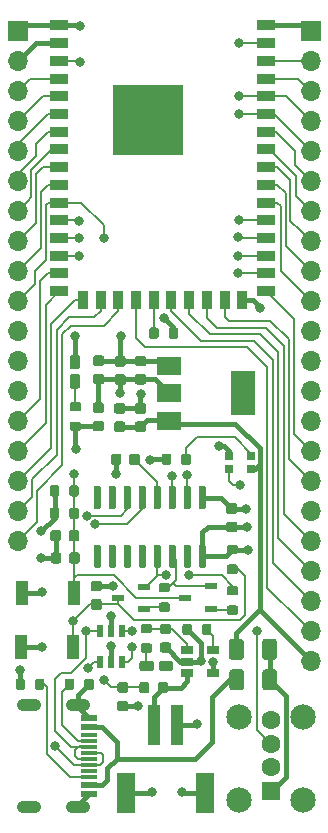
<source format=gbr>
%TF.GenerationSoftware,KiCad,Pcbnew,5.1.5+dfsg1-2build2*%
%TF.CreationDate,2021-06-12T01:28:48+05:30*%
%TF.ProjectId,USBee32-S2,55534265-6533-4322-9d53-322e6b696361,rev?*%
%TF.SameCoordinates,Original*%
%TF.FileFunction,Copper,L1,Top*%
%TF.FilePolarity,Positive*%
%FSLAX46Y46*%
G04 Gerber Fmt 4.6, Leading zero omitted, Abs format (unit mm)*
G04 Created by KiCad (PCBNEW 5.1.5+dfsg1-2build2) date 2021-06-12 01:28:48*
%MOMM*%
%LPD*%
G04 APERTURE LIST*
%ADD10R,1.100000X1.100000*%
%ADD11R,1.500000X0.900000*%
%ADD12R,0.900000X1.500000*%
%ADD13R,6.000000X6.000000*%
%ADD14R,1.060000X0.650000*%
%ADD15O,2.100000X1.050000*%
%ADD16R,1.450000X0.600000*%
%ADD17R,1.450000X0.300000*%
%ADD18C,0.100000*%
%ADD19R,1.050000X0.600000*%
%ADD20R,1.500000X3.400000*%
%ADD21R,1.000000X3.500000*%
%ADD22R,0.700000X0.700000*%
%ADD23R,0.600000X1.125000*%
%ADD24C,2.150000*%
%ADD25R,1.600000X1.600000*%
%ADD26C,1.600000*%
%ADD27O,1.700000X1.700000*%
%ADD28R,1.700000X1.700000*%
%ADD29R,1.000000X2.000000*%
%ADD30R,2.000000X1.500000*%
%ADD31R,2.000000X3.800000*%
%ADD32C,0.800000*%
%ADD33C,0.400000*%
%ADD34C,0.200000*%
G04 APERTURE END LIST*
D10*
X148010000Y-74750000D03*
X149510000Y-74750000D03*
X151010000Y-74750000D03*
X151010000Y-76250000D03*
X151010000Y-77750000D03*
X149510000Y-77750000D03*
X148010000Y-77750000D03*
X148010000Y-76250000D03*
X149510000Y-76250000D03*
D11*
X159450000Y-68200000D03*
X159450000Y-69700000D03*
X159450000Y-71200000D03*
X159450000Y-72700000D03*
X159450000Y-74200000D03*
X159450000Y-75700000D03*
X159450000Y-77200000D03*
X159450000Y-78700000D03*
X159450000Y-80200000D03*
X159450000Y-81700000D03*
X159450000Y-83200000D03*
X159450000Y-84700000D03*
X159450000Y-86200000D03*
X159450000Y-87700000D03*
X159450000Y-89200000D03*
X159450000Y-90700000D03*
D12*
X157450000Y-91450000D03*
X155950000Y-91450000D03*
X154450000Y-91450000D03*
X152950000Y-91450000D03*
X151450000Y-91450000D03*
X149950000Y-91450000D03*
X148450000Y-91450000D03*
X146950000Y-91450000D03*
X145450000Y-91450000D03*
X143950000Y-91450000D03*
D11*
X141950000Y-90700000D03*
X141950000Y-89200000D03*
X141950000Y-87700000D03*
X141950000Y-86200000D03*
X141950000Y-84700000D03*
X141950000Y-83200000D03*
X141950000Y-81700000D03*
X141950000Y-80200000D03*
X141950000Y-78700000D03*
X141950000Y-77200000D03*
X141950000Y-75700000D03*
X141950000Y-74200000D03*
X141950000Y-72700000D03*
X141950000Y-71200000D03*
X141950000Y-69700000D03*
X141950000Y-68200000D03*
D13*
X149498400Y-76226200D03*
D14*
X154967200Y-121110500D03*
X154967200Y-123010500D03*
X152767200Y-123010500D03*
X152767200Y-122060500D03*
X152767200Y-121110500D03*
D15*
X139363800Y-134368800D03*
X139363800Y-125728800D03*
X143543800Y-134368800D03*
X143543800Y-125728800D03*
D16*
X144458800Y-133298800D03*
X144458800Y-132498800D03*
D17*
X144458800Y-131798800D03*
X144458800Y-131298800D03*
X144458800Y-130798800D03*
X144458800Y-130298800D03*
X144458800Y-128298800D03*
X144458800Y-128798800D03*
X144458800Y-129298800D03*
X144458800Y-129798800D03*
D16*
X144458800Y-127598800D03*
X144458800Y-126798800D03*
%TA.AperFunction,SMDPad,CuDef*%
D18*
G36*
X157375204Y-122723404D02*
G01*
X157399473Y-122727004D01*
X157423271Y-122732965D01*
X157446371Y-122741230D01*
X157468549Y-122751720D01*
X157489593Y-122764333D01*
X157509298Y-122778947D01*
X157527477Y-122795423D01*
X157543953Y-122813602D01*
X157558567Y-122833307D01*
X157571180Y-122854351D01*
X157581670Y-122876529D01*
X157589935Y-122899629D01*
X157595896Y-122923427D01*
X157599496Y-122947696D01*
X157600700Y-122972200D01*
X157600700Y-124222200D01*
X157599496Y-124246704D01*
X157595896Y-124270973D01*
X157589935Y-124294771D01*
X157581670Y-124317871D01*
X157571180Y-124340049D01*
X157558567Y-124361093D01*
X157543953Y-124380798D01*
X157527477Y-124398977D01*
X157509298Y-124415453D01*
X157489593Y-124430067D01*
X157468549Y-124442680D01*
X157446371Y-124453170D01*
X157423271Y-124461435D01*
X157399473Y-124467396D01*
X157375204Y-124470996D01*
X157350700Y-124472200D01*
X156600700Y-124472200D01*
X156576196Y-124470996D01*
X156551927Y-124467396D01*
X156528129Y-124461435D01*
X156505029Y-124453170D01*
X156482851Y-124442680D01*
X156461807Y-124430067D01*
X156442102Y-124415453D01*
X156423923Y-124398977D01*
X156407447Y-124380798D01*
X156392833Y-124361093D01*
X156380220Y-124340049D01*
X156369730Y-124317871D01*
X156361465Y-124294771D01*
X156355504Y-124270973D01*
X156351904Y-124246704D01*
X156350700Y-124222200D01*
X156350700Y-122972200D01*
X156351904Y-122947696D01*
X156355504Y-122923427D01*
X156361465Y-122899629D01*
X156369730Y-122876529D01*
X156380220Y-122854351D01*
X156392833Y-122833307D01*
X156407447Y-122813602D01*
X156423923Y-122795423D01*
X156442102Y-122778947D01*
X156461807Y-122764333D01*
X156482851Y-122751720D01*
X156505029Y-122741230D01*
X156528129Y-122732965D01*
X156551927Y-122727004D01*
X156576196Y-122723404D01*
X156600700Y-122722200D01*
X157350700Y-122722200D01*
X157375204Y-122723404D01*
G37*
%TD.AperFunction*%
%TA.AperFunction,SMDPad,CuDef*%
G36*
X160175204Y-122723404D02*
G01*
X160199473Y-122727004D01*
X160223271Y-122732965D01*
X160246371Y-122741230D01*
X160268549Y-122751720D01*
X160289593Y-122764333D01*
X160309298Y-122778947D01*
X160327477Y-122795423D01*
X160343953Y-122813602D01*
X160358567Y-122833307D01*
X160371180Y-122854351D01*
X160381670Y-122876529D01*
X160389935Y-122899629D01*
X160395896Y-122923427D01*
X160399496Y-122947696D01*
X160400700Y-122972200D01*
X160400700Y-124222200D01*
X160399496Y-124246704D01*
X160395896Y-124270973D01*
X160389935Y-124294771D01*
X160381670Y-124317871D01*
X160371180Y-124340049D01*
X160358567Y-124361093D01*
X160343953Y-124380798D01*
X160327477Y-124398977D01*
X160309298Y-124415453D01*
X160289593Y-124430067D01*
X160268549Y-124442680D01*
X160246371Y-124453170D01*
X160223271Y-124461435D01*
X160199473Y-124467396D01*
X160175204Y-124470996D01*
X160150700Y-124472200D01*
X159400700Y-124472200D01*
X159376196Y-124470996D01*
X159351927Y-124467396D01*
X159328129Y-124461435D01*
X159305029Y-124453170D01*
X159282851Y-124442680D01*
X159261807Y-124430067D01*
X159242102Y-124415453D01*
X159223923Y-124398977D01*
X159207447Y-124380798D01*
X159192833Y-124361093D01*
X159180220Y-124340049D01*
X159169730Y-124317871D01*
X159161465Y-124294771D01*
X159155504Y-124270973D01*
X159151904Y-124246704D01*
X159150700Y-124222200D01*
X159150700Y-122972200D01*
X159151904Y-122947696D01*
X159155504Y-122923427D01*
X159161465Y-122899629D01*
X159169730Y-122876529D01*
X159180220Y-122854351D01*
X159192833Y-122833307D01*
X159207447Y-122813602D01*
X159223923Y-122795423D01*
X159242102Y-122778947D01*
X159261807Y-122764333D01*
X159282851Y-122751720D01*
X159305029Y-122741230D01*
X159328129Y-122732965D01*
X159351927Y-122727004D01*
X159376196Y-122723404D01*
X159400700Y-122722200D01*
X160150700Y-122722200D01*
X160175204Y-122723404D01*
G37*
%TD.AperFunction*%
%TA.AperFunction,SMDPad,CuDef*%
G36*
X141781003Y-107133863D02*
G01*
X141800418Y-107136743D01*
X141819457Y-107141512D01*
X141837937Y-107148124D01*
X141855679Y-107156516D01*
X141872514Y-107166606D01*
X141888279Y-107178298D01*
X141902821Y-107191479D01*
X141916002Y-107206021D01*
X141927694Y-107221786D01*
X141937784Y-107238621D01*
X141946176Y-107256363D01*
X141952788Y-107274843D01*
X141957557Y-107293882D01*
X141960437Y-107313297D01*
X141961400Y-107332900D01*
X141961400Y-107882900D01*
X141960437Y-107902503D01*
X141957557Y-107921918D01*
X141952788Y-107940957D01*
X141946176Y-107959437D01*
X141937784Y-107977179D01*
X141927694Y-107994014D01*
X141916002Y-108009779D01*
X141902821Y-108024321D01*
X141888279Y-108037502D01*
X141872514Y-108049194D01*
X141855679Y-108059284D01*
X141837937Y-108067676D01*
X141819457Y-108074288D01*
X141800418Y-108079057D01*
X141781003Y-108081937D01*
X141761400Y-108082900D01*
X141361400Y-108082900D01*
X141341797Y-108081937D01*
X141322382Y-108079057D01*
X141303343Y-108074288D01*
X141284863Y-108067676D01*
X141267121Y-108059284D01*
X141250286Y-108049194D01*
X141234521Y-108037502D01*
X141219979Y-108024321D01*
X141206798Y-108009779D01*
X141195106Y-107994014D01*
X141185016Y-107977179D01*
X141176624Y-107959437D01*
X141170012Y-107940957D01*
X141165243Y-107921918D01*
X141162363Y-107902503D01*
X141161400Y-107882900D01*
X141161400Y-107332900D01*
X141162363Y-107313297D01*
X141165243Y-107293882D01*
X141170012Y-107274843D01*
X141176624Y-107256363D01*
X141185016Y-107238621D01*
X141195106Y-107221786D01*
X141206798Y-107206021D01*
X141219979Y-107191479D01*
X141234521Y-107178298D01*
X141250286Y-107166606D01*
X141267121Y-107156516D01*
X141284863Y-107148124D01*
X141303343Y-107141512D01*
X141322382Y-107136743D01*
X141341797Y-107133863D01*
X141361400Y-107132900D01*
X141761400Y-107132900D01*
X141781003Y-107133863D01*
G37*
%TD.AperFunction*%
%TA.AperFunction,SMDPad,CuDef*%
G36*
X143431003Y-107133863D02*
G01*
X143450418Y-107136743D01*
X143469457Y-107141512D01*
X143487937Y-107148124D01*
X143505679Y-107156516D01*
X143522514Y-107166606D01*
X143538279Y-107178298D01*
X143552821Y-107191479D01*
X143566002Y-107206021D01*
X143577694Y-107221786D01*
X143587784Y-107238621D01*
X143596176Y-107256363D01*
X143602788Y-107274843D01*
X143607557Y-107293882D01*
X143610437Y-107313297D01*
X143611400Y-107332900D01*
X143611400Y-107882900D01*
X143610437Y-107902503D01*
X143607557Y-107921918D01*
X143602788Y-107940957D01*
X143596176Y-107959437D01*
X143587784Y-107977179D01*
X143577694Y-107994014D01*
X143566002Y-108009779D01*
X143552821Y-108024321D01*
X143538279Y-108037502D01*
X143522514Y-108049194D01*
X143505679Y-108059284D01*
X143487937Y-108067676D01*
X143469457Y-108074288D01*
X143450418Y-108079057D01*
X143431003Y-108081937D01*
X143411400Y-108082900D01*
X143011400Y-108082900D01*
X142991797Y-108081937D01*
X142972382Y-108079057D01*
X142953343Y-108074288D01*
X142934863Y-108067676D01*
X142917121Y-108059284D01*
X142900286Y-108049194D01*
X142884521Y-108037502D01*
X142869979Y-108024321D01*
X142856798Y-108009779D01*
X142845106Y-107994014D01*
X142835016Y-107977179D01*
X142826624Y-107959437D01*
X142820012Y-107940957D01*
X142815243Y-107921918D01*
X142812363Y-107902503D01*
X142811400Y-107882900D01*
X142811400Y-107332900D01*
X142812363Y-107313297D01*
X142815243Y-107293882D01*
X142820012Y-107274843D01*
X142826624Y-107256363D01*
X142835016Y-107238621D01*
X142845106Y-107221786D01*
X142856798Y-107206021D01*
X142869979Y-107191479D01*
X142884521Y-107178298D01*
X142900286Y-107166606D01*
X142917121Y-107156516D01*
X142934863Y-107148124D01*
X142953343Y-107141512D01*
X142972382Y-107136743D01*
X142991797Y-107133863D01*
X143011400Y-107132900D01*
X143411400Y-107132900D01*
X143431003Y-107133863D01*
G37*
%TD.AperFunction*%
%TA.AperFunction,SMDPad,CuDef*%
G36*
X151404829Y-122004823D02*
G01*
X151425457Y-122007883D01*
X151445685Y-122012950D01*
X151465320Y-122019976D01*
X151484172Y-122028892D01*
X151502059Y-122039613D01*
X151518809Y-122052035D01*
X151534260Y-122066040D01*
X151548265Y-122081491D01*
X151560687Y-122098241D01*
X151571408Y-122116128D01*
X151580324Y-122134980D01*
X151587350Y-122154615D01*
X151592417Y-122174843D01*
X151595477Y-122195471D01*
X151596500Y-122216300D01*
X151596500Y-122641300D01*
X151595477Y-122662129D01*
X151592417Y-122682757D01*
X151587350Y-122702985D01*
X151580324Y-122722620D01*
X151571408Y-122741472D01*
X151560687Y-122759359D01*
X151548265Y-122776109D01*
X151534260Y-122791560D01*
X151518809Y-122805565D01*
X151502059Y-122817987D01*
X151484172Y-122828708D01*
X151465320Y-122837624D01*
X151445685Y-122844650D01*
X151425457Y-122849717D01*
X151404829Y-122852777D01*
X151384000Y-122853800D01*
X150584000Y-122853800D01*
X150563171Y-122852777D01*
X150542543Y-122849717D01*
X150522315Y-122844650D01*
X150502680Y-122837624D01*
X150483828Y-122828708D01*
X150465941Y-122817987D01*
X150449191Y-122805565D01*
X150433740Y-122791560D01*
X150419735Y-122776109D01*
X150407313Y-122759359D01*
X150396592Y-122741472D01*
X150387676Y-122722620D01*
X150380650Y-122702985D01*
X150375583Y-122682757D01*
X150372523Y-122662129D01*
X150371500Y-122641300D01*
X150371500Y-122216300D01*
X150372523Y-122195471D01*
X150375583Y-122174843D01*
X150380650Y-122154615D01*
X150387676Y-122134980D01*
X150396592Y-122116128D01*
X150407313Y-122098241D01*
X150419735Y-122081491D01*
X150433740Y-122066040D01*
X150449191Y-122052035D01*
X150465941Y-122039613D01*
X150483828Y-122028892D01*
X150502680Y-122019976D01*
X150522315Y-122012950D01*
X150542543Y-122007883D01*
X150563171Y-122004823D01*
X150584000Y-122003800D01*
X151384000Y-122003800D01*
X151404829Y-122004823D01*
G37*
%TD.AperFunction*%
%TA.AperFunction,SMDPad,CuDef*%
G36*
X149779829Y-122004823D02*
G01*
X149800457Y-122007883D01*
X149820685Y-122012950D01*
X149840320Y-122019976D01*
X149859172Y-122028892D01*
X149877059Y-122039613D01*
X149893809Y-122052035D01*
X149909260Y-122066040D01*
X149923265Y-122081491D01*
X149935687Y-122098241D01*
X149946408Y-122116128D01*
X149955324Y-122134980D01*
X149962350Y-122154615D01*
X149967417Y-122174843D01*
X149970477Y-122195471D01*
X149971500Y-122216300D01*
X149971500Y-122641300D01*
X149970477Y-122662129D01*
X149967417Y-122682757D01*
X149962350Y-122702985D01*
X149955324Y-122722620D01*
X149946408Y-122741472D01*
X149935687Y-122759359D01*
X149923265Y-122776109D01*
X149909260Y-122791560D01*
X149893809Y-122805565D01*
X149877059Y-122817987D01*
X149859172Y-122828708D01*
X149840320Y-122837624D01*
X149820685Y-122844650D01*
X149800457Y-122849717D01*
X149779829Y-122852777D01*
X149759000Y-122853800D01*
X148959000Y-122853800D01*
X148938171Y-122852777D01*
X148917543Y-122849717D01*
X148897315Y-122844650D01*
X148877680Y-122837624D01*
X148858828Y-122828708D01*
X148840941Y-122817987D01*
X148824191Y-122805565D01*
X148808740Y-122791560D01*
X148794735Y-122776109D01*
X148782313Y-122759359D01*
X148771592Y-122741472D01*
X148762676Y-122722620D01*
X148755650Y-122702985D01*
X148750583Y-122682757D01*
X148747523Y-122662129D01*
X148746500Y-122641300D01*
X148746500Y-122216300D01*
X148747523Y-122195471D01*
X148750583Y-122174843D01*
X148755650Y-122154615D01*
X148762676Y-122134980D01*
X148771592Y-122116128D01*
X148782313Y-122098241D01*
X148794735Y-122081491D01*
X148808740Y-122066040D01*
X148824191Y-122052035D01*
X148840941Y-122039613D01*
X148858828Y-122028892D01*
X148877680Y-122019976D01*
X148897315Y-122012950D01*
X148917543Y-122007883D01*
X148938171Y-122004823D01*
X148959000Y-122003800D01*
X149759000Y-122003800D01*
X149779829Y-122004823D01*
G37*
%TD.AperFunction*%
D19*
X146912500Y-116675700D03*
X149112500Y-115725700D03*
X149112500Y-117625700D03*
X152614800Y-116650300D03*
X154814800Y-115700300D03*
X154814800Y-117600300D03*
%TA.AperFunction,SMDPad,CuDef*%
D18*
G36*
X147612011Y-125385893D02*
G01*
X147633246Y-125389043D01*
X147654070Y-125394259D01*
X147674282Y-125401491D01*
X147693688Y-125410670D01*
X147712101Y-125421706D01*
X147729344Y-125434494D01*
X147745250Y-125448910D01*
X147759666Y-125464816D01*
X147772454Y-125482059D01*
X147783490Y-125500472D01*
X147792669Y-125519878D01*
X147799901Y-125540090D01*
X147805117Y-125560914D01*
X147808267Y-125582149D01*
X147809320Y-125603590D01*
X147809320Y-126041090D01*
X147808267Y-126062531D01*
X147805117Y-126083766D01*
X147799901Y-126104590D01*
X147792669Y-126124802D01*
X147783490Y-126144208D01*
X147772454Y-126162621D01*
X147759666Y-126179864D01*
X147745250Y-126195770D01*
X147729344Y-126210186D01*
X147712101Y-126222974D01*
X147693688Y-126234010D01*
X147674282Y-126243189D01*
X147654070Y-126250421D01*
X147633246Y-126255637D01*
X147612011Y-126258787D01*
X147590570Y-126259840D01*
X147078070Y-126259840D01*
X147056629Y-126258787D01*
X147035394Y-126255637D01*
X147014570Y-126250421D01*
X146994358Y-126243189D01*
X146974952Y-126234010D01*
X146956539Y-126222974D01*
X146939296Y-126210186D01*
X146923390Y-126195770D01*
X146908974Y-126179864D01*
X146896186Y-126162621D01*
X146885150Y-126144208D01*
X146875971Y-126124802D01*
X146868739Y-126104590D01*
X146863523Y-126083766D01*
X146860373Y-126062531D01*
X146859320Y-126041090D01*
X146859320Y-125603590D01*
X146860373Y-125582149D01*
X146863523Y-125560914D01*
X146868739Y-125540090D01*
X146875971Y-125519878D01*
X146885150Y-125500472D01*
X146896186Y-125482059D01*
X146908974Y-125464816D01*
X146923390Y-125448910D01*
X146939296Y-125434494D01*
X146956539Y-125421706D01*
X146974952Y-125410670D01*
X146994358Y-125401491D01*
X147014570Y-125394259D01*
X147035394Y-125389043D01*
X147056629Y-125385893D01*
X147078070Y-125384840D01*
X147590570Y-125384840D01*
X147612011Y-125385893D01*
G37*
%TD.AperFunction*%
%TA.AperFunction,SMDPad,CuDef*%
G36*
X147612011Y-123810893D02*
G01*
X147633246Y-123814043D01*
X147654070Y-123819259D01*
X147674282Y-123826491D01*
X147693688Y-123835670D01*
X147712101Y-123846706D01*
X147729344Y-123859494D01*
X147745250Y-123873910D01*
X147759666Y-123889816D01*
X147772454Y-123907059D01*
X147783490Y-123925472D01*
X147792669Y-123944878D01*
X147799901Y-123965090D01*
X147805117Y-123985914D01*
X147808267Y-124007149D01*
X147809320Y-124028590D01*
X147809320Y-124466090D01*
X147808267Y-124487531D01*
X147805117Y-124508766D01*
X147799901Y-124529590D01*
X147792669Y-124549802D01*
X147783490Y-124569208D01*
X147772454Y-124587621D01*
X147759666Y-124604864D01*
X147745250Y-124620770D01*
X147729344Y-124635186D01*
X147712101Y-124647974D01*
X147693688Y-124659010D01*
X147674282Y-124668189D01*
X147654070Y-124675421D01*
X147633246Y-124680637D01*
X147612011Y-124683787D01*
X147590570Y-124684840D01*
X147078070Y-124684840D01*
X147056629Y-124683787D01*
X147035394Y-124680637D01*
X147014570Y-124675421D01*
X146994358Y-124668189D01*
X146974952Y-124659010D01*
X146956539Y-124647974D01*
X146939296Y-124635186D01*
X146923390Y-124620770D01*
X146908974Y-124604864D01*
X146896186Y-124587621D01*
X146885150Y-124569208D01*
X146875971Y-124549802D01*
X146868739Y-124529590D01*
X146863523Y-124508766D01*
X146860373Y-124487531D01*
X146859320Y-124466090D01*
X146859320Y-124028590D01*
X146860373Y-124007149D01*
X146863523Y-123985914D01*
X146868739Y-123965090D01*
X146875971Y-123944878D01*
X146885150Y-123925472D01*
X146896186Y-123907059D01*
X146908974Y-123889816D01*
X146923390Y-123873910D01*
X146939296Y-123859494D01*
X146956539Y-123846706D01*
X146974952Y-123835670D01*
X146994358Y-123826491D01*
X147014570Y-123819259D01*
X147035394Y-123814043D01*
X147056629Y-123810893D01*
X147078070Y-123809840D01*
X147590570Y-123809840D01*
X147612011Y-123810893D01*
G37*
%TD.AperFunction*%
%TA.AperFunction,SMDPad,CuDef*%
G36*
X149390511Y-123803973D02*
G01*
X149411746Y-123807123D01*
X149432570Y-123812339D01*
X149452782Y-123819571D01*
X149472188Y-123828750D01*
X149490601Y-123839786D01*
X149507844Y-123852574D01*
X149523750Y-123866990D01*
X149538166Y-123882896D01*
X149550954Y-123900139D01*
X149561990Y-123918552D01*
X149571169Y-123937958D01*
X149578401Y-123958170D01*
X149583617Y-123978994D01*
X149586767Y-124000229D01*
X149587820Y-124021670D01*
X149587820Y-124534170D01*
X149586767Y-124555611D01*
X149583617Y-124576846D01*
X149578401Y-124597670D01*
X149571169Y-124617882D01*
X149561990Y-124637288D01*
X149550954Y-124655701D01*
X149538166Y-124672944D01*
X149523750Y-124688850D01*
X149507844Y-124703266D01*
X149490601Y-124716054D01*
X149472188Y-124727090D01*
X149452782Y-124736269D01*
X149432570Y-124743501D01*
X149411746Y-124748717D01*
X149390511Y-124751867D01*
X149369070Y-124752920D01*
X148931570Y-124752920D01*
X148910129Y-124751867D01*
X148888894Y-124748717D01*
X148868070Y-124743501D01*
X148847858Y-124736269D01*
X148828452Y-124727090D01*
X148810039Y-124716054D01*
X148792796Y-124703266D01*
X148776890Y-124688850D01*
X148762474Y-124672944D01*
X148749686Y-124655701D01*
X148738650Y-124637288D01*
X148729471Y-124617882D01*
X148722239Y-124597670D01*
X148717023Y-124576846D01*
X148713873Y-124555611D01*
X148712820Y-124534170D01*
X148712820Y-124021670D01*
X148713873Y-124000229D01*
X148717023Y-123978994D01*
X148722239Y-123958170D01*
X148729471Y-123937958D01*
X148738650Y-123918552D01*
X148749686Y-123900139D01*
X148762474Y-123882896D01*
X148776890Y-123866990D01*
X148792796Y-123852574D01*
X148810039Y-123839786D01*
X148828452Y-123828750D01*
X148847858Y-123819571D01*
X148868070Y-123812339D01*
X148888894Y-123807123D01*
X148910129Y-123803973D01*
X148931570Y-123802920D01*
X149369070Y-123802920D01*
X149390511Y-123803973D01*
G37*
%TD.AperFunction*%
%TA.AperFunction,SMDPad,CuDef*%
G36*
X150965511Y-123803973D02*
G01*
X150986746Y-123807123D01*
X151007570Y-123812339D01*
X151027782Y-123819571D01*
X151047188Y-123828750D01*
X151065601Y-123839786D01*
X151082844Y-123852574D01*
X151098750Y-123866990D01*
X151113166Y-123882896D01*
X151125954Y-123900139D01*
X151136990Y-123918552D01*
X151146169Y-123937958D01*
X151153401Y-123958170D01*
X151158617Y-123978994D01*
X151161767Y-124000229D01*
X151162820Y-124021670D01*
X151162820Y-124534170D01*
X151161767Y-124555611D01*
X151158617Y-124576846D01*
X151153401Y-124597670D01*
X151146169Y-124617882D01*
X151136990Y-124637288D01*
X151125954Y-124655701D01*
X151113166Y-124672944D01*
X151098750Y-124688850D01*
X151082844Y-124703266D01*
X151065601Y-124716054D01*
X151047188Y-124727090D01*
X151027782Y-124736269D01*
X151007570Y-124743501D01*
X150986746Y-124748717D01*
X150965511Y-124751867D01*
X150944070Y-124752920D01*
X150506570Y-124752920D01*
X150485129Y-124751867D01*
X150463894Y-124748717D01*
X150443070Y-124743501D01*
X150422858Y-124736269D01*
X150403452Y-124727090D01*
X150385039Y-124716054D01*
X150367796Y-124703266D01*
X150351890Y-124688850D01*
X150337474Y-124672944D01*
X150324686Y-124655701D01*
X150313650Y-124637288D01*
X150304471Y-124617882D01*
X150297239Y-124597670D01*
X150292023Y-124576846D01*
X150288873Y-124555611D01*
X150287820Y-124534170D01*
X150287820Y-124021670D01*
X150288873Y-124000229D01*
X150292023Y-123978994D01*
X150297239Y-123958170D01*
X150304471Y-123937958D01*
X150313650Y-123918552D01*
X150324686Y-123900139D01*
X150337474Y-123882896D01*
X150351890Y-123866990D01*
X150367796Y-123852574D01*
X150385039Y-123839786D01*
X150403452Y-123828750D01*
X150422858Y-123819571D01*
X150443070Y-123812339D01*
X150463894Y-123807123D01*
X150485129Y-123803973D01*
X150506570Y-123802920D01*
X150944070Y-123802920D01*
X150965511Y-123803973D01*
G37*
%TD.AperFunction*%
D20*
X147596200Y-133157200D03*
X154296200Y-133157200D03*
D21*
X149946200Y-127407200D03*
X151946200Y-127407200D03*
D22*
X156350720Y-105777920D03*
X156350720Y-104677920D03*
X158180720Y-104677920D03*
X158180720Y-105777920D03*
%TA.AperFunction,SMDPad,CuDef*%
D18*
G36*
X151236591Y-120430353D02*
G01*
X151257826Y-120433503D01*
X151278650Y-120438719D01*
X151298862Y-120445951D01*
X151318268Y-120455130D01*
X151336681Y-120466166D01*
X151353924Y-120478954D01*
X151369830Y-120493370D01*
X151384246Y-120509276D01*
X151397034Y-120526519D01*
X151408070Y-120544932D01*
X151417249Y-120564338D01*
X151424481Y-120584550D01*
X151429697Y-120605374D01*
X151432847Y-120626609D01*
X151433900Y-120648050D01*
X151433900Y-121085550D01*
X151432847Y-121106991D01*
X151429697Y-121128226D01*
X151424481Y-121149050D01*
X151417249Y-121169262D01*
X151408070Y-121188668D01*
X151397034Y-121207081D01*
X151384246Y-121224324D01*
X151369830Y-121240230D01*
X151353924Y-121254646D01*
X151336681Y-121267434D01*
X151318268Y-121278470D01*
X151298862Y-121287649D01*
X151278650Y-121294881D01*
X151257826Y-121300097D01*
X151236591Y-121303247D01*
X151215150Y-121304300D01*
X150702650Y-121304300D01*
X150681209Y-121303247D01*
X150659974Y-121300097D01*
X150639150Y-121294881D01*
X150618938Y-121287649D01*
X150599532Y-121278470D01*
X150581119Y-121267434D01*
X150563876Y-121254646D01*
X150547970Y-121240230D01*
X150533554Y-121224324D01*
X150520766Y-121207081D01*
X150509730Y-121188668D01*
X150500551Y-121169262D01*
X150493319Y-121149050D01*
X150488103Y-121128226D01*
X150484953Y-121106991D01*
X150483900Y-121085550D01*
X150483900Y-120648050D01*
X150484953Y-120626609D01*
X150488103Y-120605374D01*
X150493319Y-120584550D01*
X150500551Y-120564338D01*
X150509730Y-120544932D01*
X150520766Y-120526519D01*
X150533554Y-120509276D01*
X150547970Y-120493370D01*
X150563876Y-120478954D01*
X150581119Y-120466166D01*
X150599532Y-120455130D01*
X150618938Y-120445951D01*
X150639150Y-120438719D01*
X150659974Y-120433503D01*
X150681209Y-120430353D01*
X150702650Y-120429300D01*
X151215150Y-120429300D01*
X151236591Y-120430353D01*
G37*
%TD.AperFunction*%
%TA.AperFunction,SMDPad,CuDef*%
G36*
X151236591Y-118855353D02*
G01*
X151257826Y-118858503D01*
X151278650Y-118863719D01*
X151298862Y-118870951D01*
X151318268Y-118880130D01*
X151336681Y-118891166D01*
X151353924Y-118903954D01*
X151369830Y-118918370D01*
X151384246Y-118934276D01*
X151397034Y-118951519D01*
X151408070Y-118969932D01*
X151417249Y-118989338D01*
X151424481Y-119009550D01*
X151429697Y-119030374D01*
X151432847Y-119051609D01*
X151433900Y-119073050D01*
X151433900Y-119510550D01*
X151432847Y-119531991D01*
X151429697Y-119553226D01*
X151424481Y-119574050D01*
X151417249Y-119594262D01*
X151408070Y-119613668D01*
X151397034Y-119632081D01*
X151384246Y-119649324D01*
X151369830Y-119665230D01*
X151353924Y-119679646D01*
X151336681Y-119692434D01*
X151318268Y-119703470D01*
X151298862Y-119712649D01*
X151278650Y-119719881D01*
X151257826Y-119725097D01*
X151236591Y-119728247D01*
X151215150Y-119729300D01*
X150702650Y-119729300D01*
X150681209Y-119728247D01*
X150659974Y-119725097D01*
X150639150Y-119719881D01*
X150618938Y-119712649D01*
X150599532Y-119703470D01*
X150581119Y-119692434D01*
X150563876Y-119679646D01*
X150547970Y-119665230D01*
X150533554Y-119649324D01*
X150520766Y-119632081D01*
X150509730Y-119613668D01*
X150500551Y-119594262D01*
X150493319Y-119574050D01*
X150488103Y-119553226D01*
X150484953Y-119531991D01*
X150483900Y-119510550D01*
X150483900Y-119073050D01*
X150484953Y-119051609D01*
X150488103Y-119030374D01*
X150493319Y-119009550D01*
X150500551Y-118989338D01*
X150509730Y-118969932D01*
X150520766Y-118951519D01*
X150533554Y-118934276D01*
X150547970Y-118918370D01*
X150563876Y-118903954D01*
X150581119Y-118891166D01*
X150599532Y-118880130D01*
X150618938Y-118870951D01*
X150639150Y-118863719D01*
X150659974Y-118858503D01*
X150681209Y-118855353D01*
X150702650Y-118854300D01*
X151215150Y-118854300D01*
X151236591Y-118855353D01*
G37*
%TD.AperFunction*%
D23*
X147286100Y-122089800D03*
X146336100Y-122089800D03*
X145386100Y-122089800D03*
X145386100Y-119465800D03*
X146336100Y-119465800D03*
X147286100Y-119465800D03*
D24*
X157192400Y-133750600D03*
X157192400Y-126750600D03*
X162632400Y-126750600D03*
X162632400Y-133750600D03*
D25*
X159912400Y-133020600D03*
D26*
X159912400Y-131020600D03*
X159912400Y-129020600D03*
X159912400Y-127020600D03*
%TA.AperFunction,SMDPad,CuDef*%
D18*
G36*
X151255203Y-104454163D02*
G01*
X151274618Y-104457043D01*
X151293657Y-104461812D01*
X151312137Y-104468424D01*
X151329879Y-104476816D01*
X151346714Y-104486906D01*
X151362479Y-104498598D01*
X151377021Y-104511779D01*
X151390202Y-104526321D01*
X151401894Y-104542086D01*
X151411984Y-104558921D01*
X151420376Y-104576663D01*
X151426988Y-104595143D01*
X151431757Y-104614182D01*
X151434637Y-104633597D01*
X151435600Y-104653200D01*
X151435600Y-105203200D01*
X151434637Y-105222803D01*
X151431757Y-105242218D01*
X151426988Y-105261257D01*
X151420376Y-105279737D01*
X151411984Y-105297479D01*
X151401894Y-105314314D01*
X151390202Y-105330079D01*
X151377021Y-105344621D01*
X151362479Y-105357802D01*
X151346714Y-105369494D01*
X151329879Y-105379584D01*
X151312137Y-105387976D01*
X151293657Y-105394588D01*
X151274618Y-105399357D01*
X151255203Y-105402237D01*
X151235600Y-105403200D01*
X150835600Y-105403200D01*
X150815997Y-105402237D01*
X150796582Y-105399357D01*
X150777543Y-105394588D01*
X150759063Y-105387976D01*
X150741321Y-105379584D01*
X150724486Y-105369494D01*
X150708721Y-105357802D01*
X150694179Y-105344621D01*
X150680998Y-105330079D01*
X150669306Y-105314314D01*
X150659216Y-105297479D01*
X150650824Y-105279737D01*
X150644212Y-105261257D01*
X150639443Y-105242218D01*
X150636563Y-105222803D01*
X150635600Y-105203200D01*
X150635600Y-104653200D01*
X150636563Y-104633597D01*
X150639443Y-104614182D01*
X150644212Y-104595143D01*
X150650824Y-104576663D01*
X150659216Y-104558921D01*
X150669306Y-104542086D01*
X150680998Y-104526321D01*
X150694179Y-104511779D01*
X150708721Y-104498598D01*
X150724486Y-104486906D01*
X150741321Y-104476816D01*
X150759063Y-104468424D01*
X150777543Y-104461812D01*
X150796582Y-104457043D01*
X150815997Y-104454163D01*
X150835600Y-104453200D01*
X151235600Y-104453200D01*
X151255203Y-104454163D01*
G37*
%TD.AperFunction*%
%TA.AperFunction,SMDPad,CuDef*%
G36*
X152905203Y-104454163D02*
G01*
X152924618Y-104457043D01*
X152943657Y-104461812D01*
X152962137Y-104468424D01*
X152979879Y-104476816D01*
X152996714Y-104486906D01*
X153012479Y-104498598D01*
X153027021Y-104511779D01*
X153040202Y-104526321D01*
X153051894Y-104542086D01*
X153061984Y-104558921D01*
X153070376Y-104576663D01*
X153076988Y-104595143D01*
X153081757Y-104614182D01*
X153084637Y-104633597D01*
X153085600Y-104653200D01*
X153085600Y-105203200D01*
X153084637Y-105222803D01*
X153081757Y-105242218D01*
X153076988Y-105261257D01*
X153070376Y-105279737D01*
X153061984Y-105297479D01*
X153051894Y-105314314D01*
X153040202Y-105330079D01*
X153027021Y-105344621D01*
X153012479Y-105357802D01*
X152996714Y-105369494D01*
X152979879Y-105379584D01*
X152962137Y-105387976D01*
X152943657Y-105394588D01*
X152924618Y-105399357D01*
X152905203Y-105402237D01*
X152885600Y-105403200D01*
X152485600Y-105403200D01*
X152465997Y-105402237D01*
X152446582Y-105399357D01*
X152427543Y-105394588D01*
X152409063Y-105387976D01*
X152391321Y-105379584D01*
X152374486Y-105369494D01*
X152358721Y-105357802D01*
X152344179Y-105344621D01*
X152330998Y-105330079D01*
X152319306Y-105314314D01*
X152309216Y-105297479D01*
X152300824Y-105279737D01*
X152294212Y-105261257D01*
X152289443Y-105242218D01*
X152286563Y-105222803D01*
X152285600Y-105203200D01*
X152285600Y-104653200D01*
X152286563Y-104633597D01*
X152289443Y-104614182D01*
X152294212Y-104595143D01*
X152300824Y-104576663D01*
X152309216Y-104558921D01*
X152319306Y-104542086D01*
X152330998Y-104526321D01*
X152344179Y-104511779D01*
X152358721Y-104498598D01*
X152374486Y-104486906D01*
X152391321Y-104476816D01*
X152409063Y-104468424D01*
X152427543Y-104461812D01*
X152446582Y-104457043D01*
X152465997Y-104454163D01*
X152485600Y-104453200D01*
X152885600Y-104453200D01*
X152905203Y-104454163D01*
G37*
%TD.AperFunction*%
%TA.AperFunction,SMDPad,CuDef*%
G36*
X149627903Y-118867963D02*
G01*
X149647318Y-118870843D01*
X149666357Y-118875612D01*
X149684837Y-118882224D01*
X149702579Y-118890616D01*
X149719414Y-118900706D01*
X149735179Y-118912398D01*
X149749721Y-118925579D01*
X149762902Y-118940121D01*
X149774594Y-118955886D01*
X149784684Y-118972721D01*
X149793076Y-118990463D01*
X149799688Y-119008943D01*
X149804457Y-119027982D01*
X149807337Y-119047397D01*
X149808300Y-119067000D01*
X149808300Y-119467000D01*
X149807337Y-119486603D01*
X149804457Y-119506018D01*
X149799688Y-119525057D01*
X149793076Y-119543537D01*
X149784684Y-119561279D01*
X149774594Y-119578114D01*
X149762902Y-119593879D01*
X149749721Y-119608421D01*
X149735179Y-119621602D01*
X149719414Y-119633294D01*
X149702579Y-119643384D01*
X149684837Y-119651776D01*
X149666357Y-119658388D01*
X149647318Y-119663157D01*
X149627903Y-119666037D01*
X149608300Y-119667000D01*
X149058300Y-119667000D01*
X149038697Y-119666037D01*
X149019282Y-119663157D01*
X149000243Y-119658388D01*
X148981763Y-119651776D01*
X148964021Y-119643384D01*
X148947186Y-119633294D01*
X148931421Y-119621602D01*
X148916879Y-119608421D01*
X148903698Y-119593879D01*
X148892006Y-119578114D01*
X148881916Y-119561279D01*
X148873524Y-119543537D01*
X148866912Y-119525057D01*
X148862143Y-119506018D01*
X148859263Y-119486603D01*
X148858300Y-119467000D01*
X148858300Y-119067000D01*
X148859263Y-119047397D01*
X148862143Y-119027982D01*
X148866912Y-119008943D01*
X148873524Y-118990463D01*
X148881916Y-118972721D01*
X148892006Y-118955886D01*
X148903698Y-118940121D01*
X148916879Y-118925579D01*
X148931421Y-118912398D01*
X148947186Y-118900706D01*
X148964021Y-118890616D01*
X148981763Y-118882224D01*
X149000243Y-118875612D01*
X149019282Y-118870843D01*
X149038697Y-118867963D01*
X149058300Y-118867000D01*
X149608300Y-118867000D01*
X149627903Y-118867963D01*
G37*
%TD.AperFunction*%
%TA.AperFunction,SMDPad,CuDef*%
G36*
X149627903Y-120517963D02*
G01*
X149647318Y-120520843D01*
X149666357Y-120525612D01*
X149684837Y-120532224D01*
X149702579Y-120540616D01*
X149719414Y-120550706D01*
X149735179Y-120562398D01*
X149749721Y-120575579D01*
X149762902Y-120590121D01*
X149774594Y-120605886D01*
X149784684Y-120622721D01*
X149793076Y-120640463D01*
X149799688Y-120658943D01*
X149804457Y-120677982D01*
X149807337Y-120697397D01*
X149808300Y-120717000D01*
X149808300Y-121117000D01*
X149807337Y-121136603D01*
X149804457Y-121156018D01*
X149799688Y-121175057D01*
X149793076Y-121193537D01*
X149784684Y-121211279D01*
X149774594Y-121228114D01*
X149762902Y-121243879D01*
X149749721Y-121258421D01*
X149735179Y-121271602D01*
X149719414Y-121283294D01*
X149702579Y-121293384D01*
X149684837Y-121301776D01*
X149666357Y-121308388D01*
X149647318Y-121313157D01*
X149627903Y-121316037D01*
X149608300Y-121317000D01*
X149058300Y-121317000D01*
X149038697Y-121316037D01*
X149019282Y-121313157D01*
X149000243Y-121308388D01*
X148981763Y-121301776D01*
X148964021Y-121293384D01*
X148947186Y-121283294D01*
X148931421Y-121271602D01*
X148916879Y-121258421D01*
X148903698Y-121243879D01*
X148892006Y-121228114D01*
X148881916Y-121211279D01*
X148873524Y-121193537D01*
X148866912Y-121175057D01*
X148862143Y-121156018D01*
X148859263Y-121136603D01*
X148858300Y-121117000D01*
X148858300Y-120717000D01*
X148859263Y-120697397D01*
X148862143Y-120677982D01*
X148866912Y-120658943D01*
X148873524Y-120640463D01*
X148881916Y-120622721D01*
X148892006Y-120605886D01*
X148903698Y-120590121D01*
X148916879Y-120575579D01*
X148931421Y-120562398D01*
X148947186Y-120550706D01*
X148964021Y-120540616D01*
X148981763Y-120532224D01*
X149000243Y-120525612D01*
X149019282Y-120520843D01*
X149038697Y-120517963D01*
X149058300Y-120517000D01*
X149608300Y-120517000D01*
X149627903Y-120517963D01*
G37*
%TD.AperFunction*%
%TA.AperFunction,SMDPad,CuDef*%
G36*
X153007803Y-118855963D02*
G01*
X153027218Y-118858843D01*
X153046257Y-118863612D01*
X153064737Y-118870224D01*
X153082479Y-118878616D01*
X153099314Y-118888706D01*
X153115079Y-118900398D01*
X153129621Y-118913579D01*
X153142802Y-118928121D01*
X153154494Y-118943886D01*
X153164584Y-118960721D01*
X153172976Y-118978463D01*
X153179588Y-118996943D01*
X153184357Y-119015982D01*
X153187237Y-119035397D01*
X153188200Y-119055000D01*
X153188200Y-119605000D01*
X153187237Y-119624603D01*
X153184357Y-119644018D01*
X153179588Y-119663057D01*
X153172976Y-119681537D01*
X153164584Y-119699279D01*
X153154494Y-119716114D01*
X153142802Y-119731879D01*
X153129621Y-119746421D01*
X153115079Y-119759602D01*
X153099314Y-119771294D01*
X153082479Y-119781384D01*
X153064737Y-119789776D01*
X153046257Y-119796388D01*
X153027218Y-119801157D01*
X153007803Y-119804037D01*
X152988200Y-119805000D01*
X152588200Y-119805000D01*
X152568597Y-119804037D01*
X152549182Y-119801157D01*
X152530143Y-119796388D01*
X152511663Y-119789776D01*
X152493921Y-119781384D01*
X152477086Y-119771294D01*
X152461321Y-119759602D01*
X152446779Y-119746421D01*
X152433598Y-119731879D01*
X152421906Y-119716114D01*
X152411816Y-119699279D01*
X152403424Y-119681537D01*
X152396812Y-119663057D01*
X152392043Y-119644018D01*
X152389163Y-119624603D01*
X152388200Y-119605000D01*
X152388200Y-119055000D01*
X152389163Y-119035397D01*
X152392043Y-119015982D01*
X152396812Y-118996943D01*
X152403424Y-118978463D01*
X152411816Y-118960721D01*
X152421906Y-118943886D01*
X152433598Y-118928121D01*
X152446779Y-118913579D01*
X152461321Y-118900398D01*
X152477086Y-118888706D01*
X152493921Y-118878616D01*
X152511663Y-118870224D01*
X152530143Y-118863612D01*
X152549182Y-118858843D01*
X152568597Y-118855963D01*
X152588200Y-118855000D01*
X152988200Y-118855000D01*
X153007803Y-118855963D01*
G37*
%TD.AperFunction*%
%TA.AperFunction,SMDPad,CuDef*%
G36*
X154657803Y-118855963D02*
G01*
X154677218Y-118858843D01*
X154696257Y-118863612D01*
X154714737Y-118870224D01*
X154732479Y-118878616D01*
X154749314Y-118888706D01*
X154765079Y-118900398D01*
X154779621Y-118913579D01*
X154792802Y-118928121D01*
X154804494Y-118943886D01*
X154814584Y-118960721D01*
X154822976Y-118978463D01*
X154829588Y-118996943D01*
X154834357Y-119015982D01*
X154837237Y-119035397D01*
X154838200Y-119055000D01*
X154838200Y-119605000D01*
X154837237Y-119624603D01*
X154834357Y-119644018D01*
X154829588Y-119663057D01*
X154822976Y-119681537D01*
X154814584Y-119699279D01*
X154804494Y-119716114D01*
X154792802Y-119731879D01*
X154779621Y-119746421D01*
X154765079Y-119759602D01*
X154749314Y-119771294D01*
X154732479Y-119781384D01*
X154714737Y-119789776D01*
X154696257Y-119796388D01*
X154677218Y-119801157D01*
X154657803Y-119804037D01*
X154638200Y-119805000D01*
X154238200Y-119805000D01*
X154218597Y-119804037D01*
X154199182Y-119801157D01*
X154180143Y-119796388D01*
X154161663Y-119789776D01*
X154143921Y-119781384D01*
X154127086Y-119771294D01*
X154111321Y-119759602D01*
X154096779Y-119746421D01*
X154083598Y-119731879D01*
X154071906Y-119716114D01*
X154061816Y-119699279D01*
X154053424Y-119681537D01*
X154046812Y-119663057D01*
X154042043Y-119644018D01*
X154039163Y-119624603D01*
X154038200Y-119605000D01*
X154038200Y-119055000D01*
X154039163Y-119035397D01*
X154042043Y-119015982D01*
X154046812Y-118996943D01*
X154053424Y-118978463D01*
X154061816Y-118960721D01*
X154071906Y-118943886D01*
X154083598Y-118928121D01*
X154096779Y-118913579D01*
X154111321Y-118900398D01*
X154127086Y-118888706D01*
X154143921Y-118878616D01*
X154161663Y-118870224D01*
X154180143Y-118863612D01*
X154199182Y-118858843D01*
X154218597Y-118855963D01*
X154238200Y-118855000D01*
X154638200Y-118855000D01*
X154657803Y-118855963D01*
G37*
%TD.AperFunction*%
%TA.AperFunction,SMDPad,CuDef*%
G36*
X147382854Y-97735883D02*
G01*
X147404695Y-97739123D01*
X147426114Y-97744488D01*
X147446904Y-97751927D01*
X147466864Y-97761368D01*
X147485803Y-97772719D01*
X147503538Y-97785873D01*
X147519899Y-97800701D01*
X147534727Y-97817062D01*
X147547881Y-97834797D01*
X147559232Y-97853736D01*
X147568673Y-97873696D01*
X147576112Y-97894486D01*
X147581477Y-97915905D01*
X147584717Y-97937746D01*
X147585800Y-97959800D01*
X147585800Y-98409800D01*
X147584717Y-98431854D01*
X147581477Y-98453695D01*
X147576112Y-98475114D01*
X147568673Y-98495904D01*
X147559232Y-98515864D01*
X147547881Y-98534803D01*
X147534727Y-98552538D01*
X147519899Y-98568899D01*
X147503538Y-98583727D01*
X147485803Y-98596881D01*
X147466864Y-98608232D01*
X147446904Y-98617673D01*
X147426114Y-98625112D01*
X147404695Y-98630477D01*
X147382854Y-98633717D01*
X147360800Y-98634800D01*
X146860800Y-98634800D01*
X146838746Y-98633717D01*
X146816905Y-98630477D01*
X146795486Y-98625112D01*
X146774696Y-98617673D01*
X146754736Y-98608232D01*
X146735797Y-98596881D01*
X146718062Y-98583727D01*
X146701701Y-98568899D01*
X146686873Y-98552538D01*
X146673719Y-98534803D01*
X146662368Y-98515864D01*
X146652927Y-98495904D01*
X146645488Y-98475114D01*
X146640123Y-98453695D01*
X146636883Y-98431854D01*
X146635800Y-98409800D01*
X146635800Y-97959800D01*
X146636883Y-97937746D01*
X146640123Y-97915905D01*
X146645488Y-97894486D01*
X146652927Y-97873696D01*
X146662368Y-97853736D01*
X146673719Y-97834797D01*
X146686873Y-97817062D01*
X146701701Y-97800701D01*
X146718062Y-97785873D01*
X146735797Y-97772719D01*
X146754736Y-97761368D01*
X146774696Y-97751927D01*
X146795486Y-97744488D01*
X146816905Y-97739123D01*
X146838746Y-97735883D01*
X146860800Y-97734800D01*
X147360800Y-97734800D01*
X147382854Y-97735883D01*
G37*
%TD.AperFunction*%
%TA.AperFunction,SMDPad,CuDef*%
G36*
X147382854Y-96185883D02*
G01*
X147404695Y-96189123D01*
X147426114Y-96194488D01*
X147446904Y-96201927D01*
X147466864Y-96211368D01*
X147485803Y-96222719D01*
X147503538Y-96235873D01*
X147519899Y-96250701D01*
X147534727Y-96267062D01*
X147547881Y-96284797D01*
X147559232Y-96303736D01*
X147568673Y-96323696D01*
X147576112Y-96344486D01*
X147581477Y-96365905D01*
X147584717Y-96387746D01*
X147585800Y-96409800D01*
X147585800Y-96859800D01*
X147584717Y-96881854D01*
X147581477Y-96903695D01*
X147576112Y-96925114D01*
X147568673Y-96945904D01*
X147559232Y-96965864D01*
X147547881Y-96984803D01*
X147534727Y-97002538D01*
X147519899Y-97018899D01*
X147503538Y-97033727D01*
X147485803Y-97046881D01*
X147466864Y-97058232D01*
X147446904Y-97067673D01*
X147426114Y-97075112D01*
X147404695Y-97080477D01*
X147382854Y-97083717D01*
X147360800Y-97084800D01*
X146860800Y-97084800D01*
X146838746Y-97083717D01*
X146816905Y-97080477D01*
X146795486Y-97075112D01*
X146774696Y-97067673D01*
X146754736Y-97058232D01*
X146735797Y-97046881D01*
X146718062Y-97033727D01*
X146701701Y-97018899D01*
X146686873Y-97002538D01*
X146673719Y-96984803D01*
X146662368Y-96965864D01*
X146652927Y-96945904D01*
X146645488Y-96925114D01*
X146640123Y-96903695D01*
X146636883Y-96881854D01*
X146635800Y-96859800D01*
X146635800Y-96409800D01*
X146636883Y-96387746D01*
X146640123Y-96365905D01*
X146645488Y-96344486D01*
X146652927Y-96323696D01*
X146662368Y-96303736D01*
X146673719Y-96284797D01*
X146686873Y-96267062D01*
X146701701Y-96250701D01*
X146718062Y-96235873D01*
X146735797Y-96222719D01*
X146754736Y-96211368D01*
X146774696Y-96201927D01*
X146795486Y-96194488D01*
X146816905Y-96189123D01*
X146838746Y-96185883D01*
X146860800Y-96184800D01*
X147360800Y-96184800D01*
X147382854Y-96185883D01*
G37*
%TD.AperFunction*%
%TA.AperFunction,SMDPad,CuDef*%
G36*
X147344754Y-101723383D02*
G01*
X147366595Y-101726623D01*
X147388014Y-101731988D01*
X147408804Y-101739427D01*
X147428764Y-101748868D01*
X147447703Y-101760219D01*
X147465438Y-101773373D01*
X147481799Y-101788201D01*
X147496627Y-101804562D01*
X147509781Y-101822297D01*
X147521132Y-101841236D01*
X147530573Y-101861196D01*
X147538012Y-101881986D01*
X147543377Y-101903405D01*
X147546617Y-101925246D01*
X147547700Y-101947300D01*
X147547700Y-102397300D01*
X147546617Y-102419354D01*
X147543377Y-102441195D01*
X147538012Y-102462614D01*
X147530573Y-102483404D01*
X147521132Y-102503364D01*
X147509781Y-102522303D01*
X147496627Y-102540038D01*
X147481799Y-102556399D01*
X147465438Y-102571227D01*
X147447703Y-102584381D01*
X147428764Y-102595732D01*
X147408804Y-102605173D01*
X147388014Y-102612612D01*
X147366595Y-102617977D01*
X147344754Y-102621217D01*
X147322700Y-102622300D01*
X146822700Y-102622300D01*
X146800646Y-102621217D01*
X146778805Y-102617977D01*
X146757386Y-102612612D01*
X146736596Y-102605173D01*
X146716636Y-102595732D01*
X146697697Y-102584381D01*
X146679962Y-102571227D01*
X146663601Y-102556399D01*
X146648773Y-102540038D01*
X146635619Y-102522303D01*
X146624268Y-102503364D01*
X146614827Y-102483404D01*
X146607388Y-102462614D01*
X146602023Y-102441195D01*
X146598783Y-102419354D01*
X146597700Y-102397300D01*
X146597700Y-101947300D01*
X146598783Y-101925246D01*
X146602023Y-101903405D01*
X146607388Y-101881986D01*
X146614827Y-101861196D01*
X146624268Y-101841236D01*
X146635619Y-101822297D01*
X146648773Y-101804562D01*
X146663601Y-101788201D01*
X146679962Y-101773373D01*
X146697697Y-101760219D01*
X146716636Y-101748868D01*
X146736596Y-101739427D01*
X146757386Y-101731988D01*
X146778805Y-101726623D01*
X146800646Y-101723383D01*
X146822700Y-101722300D01*
X147322700Y-101722300D01*
X147344754Y-101723383D01*
G37*
%TD.AperFunction*%
%TA.AperFunction,SMDPad,CuDef*%
G36*
X147344754Y-100173383D02*
G01*
X147366595Y-100176623D01*
X147388014Y-100181988D01*
X147408804Y-100189427D01*
X147428764Y-100198868D01*
X147447703Y-100210219D01*
X147465438Y-100223373D01*
X147481799Y-100238201D01*
X147496627Y-100254562D01*
X147509781Y-100272297D01*
X147521132Y-100291236D01*
X147530573Y-100311196D01*
X147538012Y-100331986D01*
X147543377Y-100353405D01*
X147546617Y-100375246D01*
X147547700Y-100397300D01*
X147547700Y-100847300D01*
X147546617Y-100869354D01*
X147543377Y-100891195D01*
X147538012Y-100912614D01*
X147530573Y-100933404D01*
X147521132Y-100953364D01*
X147509781Y-100972303D01*
X147496627Y-100990038D01*
X147481799Y-101006399D01*
X147465438Y-101021227D01*
X147447703Y-101034381D01*
X147428764Y-101045732D01*
X147408804Y-101055173D01*
X147388014Y-101062612D01*
X147366595Y-101067977D01*
X147344754Y-101071217D01*
X147322700Y-101072300D01*
X146822700Y-101072300D01*
X146800646Y-101071217D01*
X146778805Y-101067977D01*
X146757386Y-101062612D01*
X146736596Y-101055173D01*
X146716636Y-101045732D01*
X146697697Y-101034381D01*
X146679962Y-101021227D01*
X146663601Y-101006399D01*
X146648773Y-100990038D01*
X146635619Y-100972303D01*
X146624268Y-100953364D01*
X146614827Y-100933404D01*
X146607388Y-100912614D01*
X146602023Y-100891195D01*
X146598783Y-100869354D01*
X146597700Y-100847300D01*
X146597700Y-100397300D01*
X146598783Y-100375246D01*
X146602023Y-100353405D01*
X146607388Y-100331986D01*
X146614827Y-100311196D01*
X146624268Y-100291236D01*
X146635619Y-100272297D01*
X146648773Y-100254562D01*
X146663601Y-100238201D01*
X146679962Y-100223373D01*
X146697697Y-100210219D01*
X146716636Y-100198868D01*
X146736596Y-100189427D01*
X146757386Y-100181988D01*
X146778805Y-100176623D01*
X146800646Y-100173383D01*
X146822700Y-100172300D01*
X147322700Y-100172300D01*
X147344754Y-100173383D01*
G37*
%TD.AperFunction*%
%TA.AperFunction,SMDPad,CuDef*%
G36*
X160149804Y-120145304D02*
G01*
X160174073Y-120148904D01*
X160197871Y-120154865D01*
X160220971Y-120163130D01*
X160243149Y-120173620D01*
X160264193Y-120186233D01*
X160283898Y-120200847D01*
X160302077Y-120217323D01*
X160318553Y-120235502D01*
X160333167Y-120255207D01*
X160345780Y-120276251D01*
X160356270Y-120298429D01*
X160364535Y-120321529D01*
X160370496Y-120345327D01*
X160374096Y-120369596D01*
X160375300Y-120394100D01*
X160375300Y-121644100D01*
X160374096Y-121668604D01*
X160370496Y-121692873D01*
X160364535Y-121716671D01*
X160356270Y-121739771D01*
X160345780Y-121761949D01*
X160333167Y-121782993D01*
X160318553Y-121802698D01*
X160302077Y-121820877D01*
X160283898Y-121837353D01*
X160264193Y-121851967D01*
X160243149Y-121864580D01*
X160220971Y-121875070D01*
X160197871Y-121883335D01*
X160174073Y-121889296D01*
X160149804Y-121892896D01*
X160125300Y-121894100D01*
X159375300Y-121894100D01*
X159350796Y-121892896D01*
X159326527Y-121889296D01*
X159302729Y-121883335D01*
X159279629Y-121875070D01*
X159257451Y-121864580D01*
X159236407Y-121851967D01*
X159216702Y-121837353D01*
X159198523Y-121820877D01*
X159182047Y-121802698D01*
X159167433Y-121782993D01*
X159154820Y-121761949D01*
X159144330Y-121739771D01*
X159136065Y-121716671D01*
X159130104Y-121692873D01*
X159126504Y-121668604D01*
X159125300Y-121644100D01*
X159125300Y-120394100D01*
X159126504Y-120369596D01*
X159130104Y-120345327D01*
X159136065Y-120321529D01*
X159144330Y-120298429D01*
X159154820Y-120276251D01*
X159167433Y-120255207D01*
X159182047Y-120235502D01*
X159198523Y-120217323D01*
X159216702Y-120200847D01*
X159236407Y-120186233D01*
X159257451Y-120173620D01*
X159279629Y-120163130D01*
X159302729Y-120154865D01*
X159326527Y-120148904D01*
X159350796Y-120145304D01*
X159375300Y-120144100D01*
X160125300Y-120144100D01*
X160149804Y-120145304D01*
G37*
%TD.AperFunction*%
%TA.AperFunction,SMDPad,CuDef*%
G36*
X157349804Y-120145304D02*
G01*
X157374073Y-120148904D01*
X157397871Y-120154865D01*
X157420971Y-120163130D01*
X157443149Y-120173620D01*
X157464193Y-120186233D01*
X157483898Y-120200847D01*
X157502077Y-120217323D01*
X157518553Y-120235502D01*
X157533167Y-120255207D01*
X157545780Y-120276251D01*
X157556270Y-120298429D01*
X157564535Y-120321529D01*
X157570496Y-120345327D01*
X157574096Y-120369596D01*
X157575300Y-120394100D01*
X157575300Y-121644100D01*
X157574096Y-121668604D01*
X157570496Y-121692873D01*
X157564535Y-121716671D01*
X157556270Y-121739771D01*
X157545780Y-121761949D01*
X157533167Y-121782993D01*
X157518553Y-121802698D01*
X157502077Y-121820877D01*
X157483898Y-121837353D01*
X157464193Y-121851967D01*
X157443149Y-121864580D01*
X157420971Y-121875070D01*
X157397871Y-121883335D01*
X157374073Y-121889296D01*
X157349804Y-121892896D01*
X157325300Y-121894100D01*
X156575300Y-121894100D01*
X156550796Y-121892896D01*
X156526527Y-121889296D01*
X156502729Y-121883335D01*
X156479629Y-121875070D01*
X156457451Y-121864580D01*
X156436407Y-121851967D01*
X156416702Y-121837353D01*
X156398523Y-121820877D01*
X156382047Y-121802698D01*
X156367433Y-121782993D01*
X156354820Y-121761949D01*
X156344330Y-121739771D01*
X156336065Y-121716671D01*
X156330104Y-121692873D01*
X156326504Y-121668604D01*
X156325300Y-121644100D01*
X156325300Y-120394100D01*
X156326504Y-120369596D01*
X156330104Y-120345327D01*
X156336065Y-120321529D01*
X156344330Y-120298429D01*
X156354820Y-120276251D01*
X156367433Y-120255207D01*
X156382047Y-120235502D01*
X156398523Y-120217323D01*
X156416702Y-120200847D01*
X156436407Y-120186233D01*
X156457451Y-120173620D01*
X156479629Y-120163130D01*
X156502729Y-120154865D01*
X156526527Y-120148904D01*
X156550796Y-120145304D01*
X156575300Y-120144100D01*
X157325300Y-120144100D01*
X157349804Y-120145304D01*
G37*
%TD.AperFunction*%
D27*
X163240000Y-122015000D03*
X163240000Y-119475000D03*
X163240000Y-116935000D03*
X163240000Y-114395000D03*
X163240000Y-111855000D03*
X163240000Y-109315000D03*
X163240000Y-106775000D03*
X163240000Y-104235000D03*
X163240000Y-101695000D03*
X163240000Y-99155000D03*
X163240000Y-96615000D03*
X163240000Y-94075000D03*
X163240000Y-91535000D03*
X163240000Y-88995000D03*
X163240000Y-86455000D03*
X163240000Y-83915000D03*
X163240000Y-81375000D03*
X163240000Y-78835000D03*
X163240000Y-76295000D03*
X163240000Y-73755000D03*
X163240000Y-71215000D03*
D28*
X163240000Y-68675000D03*
%TA.AperFunction,SMDPad,CuDef*%
D18*
G36*
X154222403Y-112156622D02*
G01*
X154236964Y-112158782D01*
X154251243Y-112162359D01*
X154265103Y-112167318D01*
X154278410Y-112173612D01*
X154291036Y-112181180D01*
X154302859Y-112189948D01*
X154313766Y-112199834D01*
X154323652Y-112210741D01*
X154332420Y-112222564D01*
X154339988Y-112235190D01*
X154346282Y-112248497D01*
X154351241Y-112262357D01*
X154354818Y-112276636D01*
X154356978Y-112291197D01*
X154357700Y-112305900D01*
X154357700Y-113955900D01*
X154356978Y-113970603D01*
X154354818Y-113985164D01*
X154351241Y-113999443D01*
X154346282Y-114013303D01*
X154339988Y-114026610D01*
X154332420Y-114039236D01*
X154323652Y-114051059D01*
X154313766Y-114061966D01*
X154302859Y-114071852D01*
X154291036Y-114080620D01*
X154278410Y-114088188D01*
X154265103Y-114094482D01*
X154251243Y-114099441D01*
X154236964Y-114103018D01*
X154222403Y-114105178D01*
X154207700Y-114105900D01*
X153907700Y-114105900D01*
X153892997Y-114105178D01*
X153878436Y-114103018D01*
X153864157Y-114099441D01*
X153850297Y-114094482D01*
X153836990Y-114088188D01*
X153824364Y-114080620D01*
X153812541Y-114071852D01*
X153801634Y-114061966D01*
X153791748Y-114051059D01*
X153782980Y-114039236D01*
X153775412Y-114026610D01*
X153769118Y-114013303D01*
X153764159Y-113999443D01*
X153760582Y-113985164D01*
X153758422Y-113970603D01*
X153757700Y-113955900D01*
X153757700Y-112305900D01*
X153758422Y-112291197D01*
X153760582Y-112276636D01*
X153764159Y-112262357D01*
X153769118Y-112248497D01*
X153775412Y-112235190D01*
X153782980Y-112222564D01*
X153791748Y-112210741D01*
X153801634Y-112199834D01*
X153812541Y-112189948D01*
X153824364Y-112181180D01*
X153836990Y-112173612D01*
X153850297Y-112167318D01*
X153864157Y-112162359D01*
X153878436Y-112158782D01*
X153892997Y-112156622D01*
X153907700Y-112155900D01*
X154207700Y-112155900D01*
X154222403Y-112156622D01*
G37*
%TD.AperFunction*%
%TA.AperFunction,SMDPad,CuDef*%
G36*
X152952403Y-112156622D02*
G01*
X152966964Y-112158782D01*
X152981243Y-112162359D01*
X152995103Y-112167318D01*
X153008410Y-112173612D01*
X153021036Y-112181180D01*
X153032859Y-112189948D01*
X153043766Y-112199834D01*
X153053652Y-112210741D01*
X153062420Y-112222564D01*
X153069988Y-112235190D01*
X153076282Y-112248497D01*
X153081241Y-112262357D01*
X153084818Y-112276636D01*
X153086978Y-112291197D01*
X153087700Y-112305900D01*
X153087700Y-113955900D01*
X153086978Y-113970603D01*
X153084818Y-113985164D01*
X153081241Y-113999443D01*
X153076282Y-114013303D01*
X153069988Y-114026610D01*
X153062420Y-114039236D01*
X153053652Y-114051059D01*
X153043766Y-114061966D01*
X153032859Y-114071852D01*
X153021036Y-114080620D01*
X153008410Y-114088188D01*
X152995103Y-114094482D01*
X152981243Y-114099441D01*
X152966964Y-114103018D01*
X152952403Y-114105178D01*
X152937700Y-114105900D01*
X152637700Y-114105900D01*
X152622997Y-114105178D01*
X152608436Y-114103018D01*
X152594157Y-114099441D01*
X152580297Y-114094482D01*
X152566990Y-114088188D01*
X152554364Y-114080620D01*
X152542541Y-114071852D01*
X152531634Y-114061966D01*
X152521748Y-114051059D01*
X152512980Y-114039236D01*
X152505412Y-114026610D01*
X152499118Y-114013303D01*
X152494159Y-113999443D01*
X152490582Y-113985164D01*
X152488422Y-113970603D01*
X152487700Y-113955900D01*
X152487700Y-112305900D01*
X152488422Y-112291197D01*
X152490582Y-112276636D01*
X152494159Y-112262357D01*
X152499118Y-112248497D01*
X152505412Y-112235190D01*
X152512980Y-112222564D01*
X152521748Y-112210741D01*
X152531634Y-112199834D01*
X152542541Y-112189948D01*
X152554364Y-112181180D01*
X152566990Y-112173612D01*
X152580297Y-112167318D01*
X152594157Y-112162359D01*
X152608436Y-112158782D01*
X152622997Y-112156622D01*
X152637700Y-112155900D01*
X152937700Y-112155900D01*
X152952403Y-112156622D01*
G37*
%TD.AperFunction*%
%TA.AperFunction,SMDPad,CuDef*%
G36*
X151682403Y-112156622D02*
G01*
X151696964Y-112158782D01*
X151711243Y-112162359D01*
X151725103Y-112167318D01*
X151738410Y-112173612D01*
X151751036Y-112181180D01*
X151762859Y-112189948D01*
X151773766Y-112199834D01*
X151783652Y-112210741D01*
X151792420Y-112222564D01*
X151799988Y-112235190D01*
X151806282Y-112248497D01*
X151811241Y-112262357D01*
X151814818Y-112276636D01*
X151816978Y-112291197D01*
X151817700Y-112305900D01*
X151817700Y-113955900D01*
X151816978Y-113970603D01*
X151814818Y-113985164D01*
X151811241Y-113999443D01*
X151806282Y-114013303D01*
X151799988Y-114026610D01*
X151792420Y-114039236D01*
X151783652Y-114051059D01*
X151773766Y-114061966D01*
X151762859Y-114071852D01*
X151751036Y-114080620D01*
X151738410Y-114088188D01*
X151725103Y-114094482D01*
X151711243Y-114099441D01*
X151696964Y-114103018D01*
X151682403Y-114105178D01*
X151667700Y-114105900D01*
X151367700Y-114105900D01*
X151352997Y-114105178D01*
X151338436Y-114103018D01*
X151324157Y-114099441D01*
X151310297Y-114094482D01*
X151296990Y-114088188D01*
X151284364Y-114080620D01*
X151272541Y-114071852D01*
X151261634Y-114061966D01*
X151251748Y-114051059D01*
X151242980Y-114039236D01*
X151235412Y-114026610D01*
X151229118Y-114013303D01*
X151224159Y-113999443D01*
X151220582Y-113985164D01*
X151218422Y-113970603D01*
X151217700Y-113955900D01*
X151217700Y-112305900D01*
X151218422Y-112291197D01*
X151220582Y-112276636D01*
X151224159Y-112262357D01*
X151229118Y-112248497D01*
X151235412Y-112235190D01*
X151242980Y-112222564D01*
X151251748Y-112210741D01*
X151261634Y-112199834D01*
X151272541Y-112189948D01*
X151284364Y-112181180D01*
X151296990Y-112173612D01*
X151310297Y-112167318D01*
X151324157Y-112162359D01*
X151338436Y-112158782D01*
X151352997Y-112156622D01*
X151367700Y-112155900D01*
X151667700Y-112155900D01*
X151682403Y-112156622D01*
G37*
%TD.AperFunction*%
%TA.AperFunction,SMDPad,CuDef*%
G36*
X150412403Y-112156622D02*
G01*
X150426964Y-112158782D01*
X150441243Y-112162359D01*
X150455103Y-112167318D01*
X150468410Y-112173612D01*
X150481036Y-112181180D01*
X150492859Y-112189948D01*
X150503766Y-112199834D01*
X150513652Y-112210741D01*
X150522420Y-112222564D01*
X150529988Y-112235190D01*
X150536282Y-112248497D01*
X150541241Y-112262357D01*
X150544818Y-112276636D01*
X150546978Y-112291197D01*
X150547700Y-112305900D01*
X150547700Y-113955900D01*
X150546978Y-113970603D01*
X150544818Y-113985164D01*
X150541241Y-113999443D01*
X150536282Y-114013303D01*
X150529988Y-114026610D01*
X150522420Y-114039236D01*
X150513652Y-114051059D01*
X150503766Y-114061966D01*
X150492859Y-114071852D01*
X150481036Y-114080620D01*
X150468410Y-114088188D01*
X150455103Y-114094482D01*
X150441243Y-114099441D01*
X150426964Y-114103018D01*
X150412403Y-114105178D01*
X150397700Y-114105900D01*
X150097700Y-114105900D01*
X150082997Y-114105178D01*
X150068436Y-114103018D01*
X150054157Y-114099441D01*
X150040297Y-114094482D01*
X150026990Y-114088188D01*
X150014364Y-114080620D01*
X150002541Y-114071852D01*
X149991634Y-114061966D01*
X149981748Y-114051059D01*
X149972980Y-114039236D01*
X149965412Y-114026610D01*
X149959118Y-114013303D01*
X149954159Y-113999443D01*
X149950582Y-113985164D01*
X149948422Y-113970603D01*
X149947700Y-113955900D01*
X149947700Y-112305900D01*
X149948422Y-112291197D01*
X149950582Y-112276636D01*
X149954159Y-112262357D01*
X149959118Y-112248497D01*
X149965412Y-112235190D01*
X149972980Y-112222564D01*
X149981748Y-112210741D01*
X149991634Y-112199834D01*
X150002541Y-112189948D01*
X150014364Y-112181180D01*
X150026990Y-112173612D01*
X150040297Y-112167318D01*
X150054157Y-112162359D01*
X150068436Y-112158782D01*
X150082997Y-112156622D01*
X150097700Y-112155900D01*
X150397700Y-112155900D01*
X150412403Y-112156622D01*
G37*
%TD.AperFunction*%
%TA.AperFunction,SMDPad,CuDef*%
G36*
X149142403Y-112156622D02*
G01*
X149156964Y-112158782D01*
X149171243Y-112162359D01*
X149185103Y-112167318D01*
X149198410Y-112173612D01*
X149211036Y-112181180D01*
X149222859Y-112189948D01*
X149233766Y-112199834D01*
X149243652Y-112210741D01*
X149252420Y-112222564D01*
X149259988Y-112235190D01*
X149266282Y-112248497D01*
X149271241Y-112262357D01*
X149274818Y-112276636D01*
X149276978Y-112291197D01*
X149277700Y-112305900D01*
X149277700Y-113955900D01*
X149276978Y-113970603D01*
X149274818Y-113985164D01*
X149271241Y-113999443D01*
X149266282Y-114013303D01*
X149259988Y-114026610D01*
X149252420Y-114039236D01*
X149243652Y-114051059D01*
X149233766Y-114061966D01*
X149222859Y-114071852D01*
X149211036Y-114080620D01*
X149198410Y-114088188D01*
X149185103Y-114094482D01*
X149171243Y-114099441D01*
X149156964Y-114103018D01*
X149142403Y-114105178D01*
X149127700Y-114105900D01*
X148827700Y-114105900D01*
X148812997Y-114105178D01*
X148798436Y-114103018D01*
X148784157Y-114099441D01*
X148770297Y-114094482D01*
X148756990Y-114088188D01*
X148744364Y-114080620D01*
X148732541Y-114071852D01*
X148721634Y-114061966D01*
X148711748Y-114051059D01*
X148702980Y-114039236D01*
X148695412Y-114026610D01*
X148689118Y-114013303D01*
X148684159Y-113999443D01*
X148680582Y-113985164D01*
X148678422Y-113970603D01*
X148677700Y-113955900D01*
X148677700Y-112305900D01*
X148678422Y-112291197D01*
X148680582Y-112276636D01*
X148684159Y-112262357D01*
X148689118Y-112248497D01*
X148695412Y-112235190D01*
X148702980Y-112222564D01*
X148711748Y-112210741D01*
X148721634Y-112199834D01*
X148732541Y-112189948D01*
X148744364Y-112181180D01*
X148756990Y-112173612D01*
X148770297Y-112167318D01*
X148784157Y-112162359D01*
X148798436Y-112158782D01*
X148812997Y-112156622D01*
X148827700Y-112155900D01*
X149127700Y-112155900D01*
X149142403Y-112156622D01*
G37*
%TD.AperFunction*%
%TA.AperFunction,SMDPad,CuDef*%
G36*
X147872403Y-112156622D02*
G01*
X147886964Y-112158782D01*
X147901243Y-112162359D01*
X147915103Y-112167318D01*
X147928410Y-112173612D01*
X147941036Y-112181180D01*
X147952859Y-112189948D01*
X147963766Y-112199834D01*
X147973652Y-112210741D01*
X147982420Y-112222564D01*
X147989988Y-112235190D01*
X147996282Y-112248497D01*
X148001241Y-112262357D01*
X148004818Y-112276636D01*
X148006978Y-112291197D01*
X148007700Y-112305900D01*
X148007700Y-113955900D01*
X148006978Y-113970603D01*
X148004818Y-113985164D01*
X148001241Y-113999443D01*
X147996282Y-114013303D01*
X147989988Y-114026610D01*
X147982420Y-114039236D01*
X147973652Y-114051059D01*
X147963766Y-114061966D01*
X147952859Y-114071852D01*
X147941036Y-114080620D01*
X147928410Y-114088188D01*
X147915103Y-114094482D01*
X147901243Y-114099441D01*
X147886964Y-114103018D01*
X147872403Y-114105178D01*
X147857700Y-114105900D01*
X147557700Y-114105900D01*
X147542997Y-114105178D01*
X147528436Y-114103018D01*
X147514157Y-114099441D01*
X147500297Y-114094482D01*
X147486990Y-114088188D01*
X147474364Y-114080620D01*
X147462541Y-114071852D01*
X147451634Y-114061966D01*
X147441748Y-114051059D01*
X147432980Y-114039236D01*
X147425412Y-114026610D01*
X147419118Y-114013303D01*
X147414159Y-113999443D01*
X147410582Y-113985164D01*
X147408422Y-113970603D01*
X147407700Y-113955900D01*
X147407700Y-112305900D01*
X147408422Y-112291197D01*
X147410582Y-112276636D01*
X147414159Y-112262357D01*
X147419118Y-112248497D01*
X147425412Y-112235190D01*
X147432980Y-112222564D01*
X147441748Y-112210741D01*
X147451634Y-112199834D01*
X147462541Y-112189948D01*
X147474364Y-112181180D01*
X147486990Y-112173612D01*
X147500297Y-112167318D01*
X147514157Y-112162359D01*
X147528436Y-112158782D01*
X147542997Y-112156622D01*
X147557700Y-112155900D01*
X147857700Y-112155900D01*
X147872403Y-112156622D01*
G37*
%TD.AperFunction*%
%TA.AperFunction,SMDPad,CuDef*%
G36*
X146602403Y-112156622D02*
G01*
X146616964Y-112158782D01*
X146631243Y-112162359D01*
X146645103Y-112167318D01*
X146658410Y-112173612D01*
X146671036Y-112181180D01*
X146682859Y-112189948D01*
X146693766Y-112199834D01*
X146703652Y-112210741D01*
X146712420Y-112222564D01*
X146719988Y-112235190D01*
X146726282Y-112248497D01*
X146731241Y-112262357D01*
X146734818Y-112276636D01*
X146736978Y-112291197D01*
X146737700Y-112305900D01*
X146737700Y-113955900D01*
X146736978Y-113970603D01*
X146734818Y-113985164D01*
X146731241Y-113999443D01*
X146726282Y-114013303D01*
X146719988Y-114026610D01*
X146712420Y-114039236D01*
X146703652Y-114051059D01*
X146693766Y-114061966D01*
X146682859Y-114071852D01*
X146671036Y-114080620D01*
X146658410Y-114088188D01*
X146645103Y-114094482D01*
X146631243Y-114099441D01*
X146616964Y-114103018D01*
X146602403Y-114105178D01*
X146587700Y-114105900D01*
X146287700Y-114105900D01*
X146272997Y-114105178D01*
X146258436Y-114103018D01*
X146244157Y-114099441D01*
X146230297Y-114094482D01*
X146216990Y-114088188D01*
X146204364Y-114080620D01*
X146192541Y-114071852D01*
X146181634Y-114061966D01*
X146171748Y-114051059D01*
X146162980Y-114039236D01*
X146155412Y-114026610D01*
X146149118Y-114013303D01*
X146144159Y-113999443D01*
X146140582Y-113985164D01*
X146138422Y-113970603D01*
X146137700Y-113955900D01*
X146137700Y-112305900D01*
X146138422Y-112291197D01*
X146140582Y-112276636D01*
X146144159Y-112262357D01*
X146149118Y-112248497D01*
X146155412Y-112235190D01*
X146162980Y-112222564D01*
X146171748Y-112210741D01*
X146181634Y-112199834D01*
X146192541Y-112189948D01*
X146204364Y-112181180D01*
X146216990Y-112173612D01*
X146230297Y-112167318D01*
X146244157Y-112162359D01*
X146258436Y-112158782D01*
X146272997Y-112156622D01*
X146287700Y-112155900D01*
X146587700Y-112155900D01*
X146602403Y-112156622D01*
G37*
%TD.AperFunction*%
%TA.AperFunction,SMDPad,CuDef*%
G36*
X145332403Y-112156622D02*
G01*
X145346964Y-112158782D01*
X145361243Y-112162359D01*
X145375103Y-112167318D01*
X145388410Y-112173612D01*
X145401036Y-112181180D01*
X145412859Y-112189948D01*
X145423766Y-112199834D01*
X145433652Y-112210741D01*
X145442420Y-112222564D01*
X145449988Y-112235190D01*
X145456282Y-112248497D01*
X145461241Y-112262357D01*
X145464818Y-112276636D01*
X145466978Y-112291197D01*
X145467700Y-112305900D01*
X145467700Y-113955900D01*
X145466978Y-113970603D01*
X145464818Y-113985164D01*
X145461241Y-113999443D01*
X145456282Y-114013303D01*
X145449988Y-114026610D01*
X145442420Y-114039236D01*
X145433652Y-114051059D01*
X145423766Y-114061966D01*
X145412859Y-114071852D01*
X145401036Y-114080620D01*
X145388410Y-114088188D01*
X145375103Y-114094482D01*
X145361243Y-114099441D01*
X145346964Y-114103018D01*
X145332403Y-114105178D01*
X145317700Y-114105900D01*
X145017700Y-114105900D01*
X145002997Y-114105178D01*
X144988436Y-114103018D01*
X144974157Y-114099441D01*
X144960297Y-114094482D01*
X144946990Y-114088188D01*
X144934364Y-114080620D01*
X144922541Y-114071852D01*
X144911634Y-114061966D01*
X144901748Y-114051059D01*
X144892980Y-114039236D01*
X144885412Y-114026610D01*
X144879118Y-114013303D01*
X144874159Y-113999443D01*
X144870582Y-113985164D01*
X144868422Y-113970603D01*
X144867700Y-113955900D01*
X144867700Y-112305900D01*
X144868422Y-112291197D01*
X144870582Y-112276636D01*
X144874159Y-112262357D01*
X144879118Y-112248497D01*
X144885412Y-112235190D01*
X144892980Y-112222564D01*
X144901748Y-112210741D01*
X144911634Y-112199834D01*
X144922541Y-112189948D01*
X144934364Y-112181180D01*
X144946990Y-112173612D01*
X144960297Y-112167318D01*
X144974157Y-112162359D01*
X144988436Y-112158782D01*
X145002997Y-112156622D01*
X145017700Y-112155900D01*
X145317700Y-112155900D01*
X145332403Y-112156622D01*
G37*
%TD.AperFunction*%
%TA.AperFunction,SMDPad,CuDef*%
G36*
X145332403Y-107206622D02*
G01*
X145346964Y-107208782D01*
X145361243Y-107212359D01*
X145375103Y-107217318D01*
X145388410Y-107223612D01*
X145401036Y-107231180D01*
X145412859Y-107239948D01*
X145423766Y-107249834D01*
X145433652Y-107260741D01*
X145442420Y-107272564D01*
X145449988Y-107285190D01*
X145456282Y-107298497D01*
X145461241Y-107312357D01*
X145464818Y-107326636D01*
X145466978Y-107341197D01*
X145467700Y-107355900D01*
X145467700Y-109005900D01*
X145466978Y-109020603D01*
X145464818Y-109035164D01*
X145461241Y-109049443D01*
X145456282Y-109063303D01*
X145449988Y-109076610D01*
X145442420Y-109089236D01*
X145433652Y-109101059D01*
X145423766Y-109111966D01*
X145412859Y-109121852D01*
X145401036Y-109130620D01*
X145388410Y-109138188D01*
X145375103Y-109144482D01*
X145361243Y-109149441D01*
X145346964Y-109153018D01*
X145332403Y-109155178D01*
X145317700Y-109155900D01*
X145017700Y-109155900D01*
X145002997Y-109155178D01*
X144988436Y-109153018D01*
X144974157Y-109149441D01*
X144960297Y-109144482D01*
X144946990Y-109138188D01*
X144934364Y-109130620D01*
X144922541Y-109121852D01*
X144911634Y-109111966D01*
X144901748Y-109101059D01*
X144892980Y-109089236D01*
X144885412Y-109076610D01*
X144879118Y-109063303D01*
X144874159Y-109049443D01*
X144870582Y-109035164D01*
X144868422Y-109020603D01*
X144867700Y-109005900D01*
X144867700Y-107355900D01*
X144868422Y-107341197D01*
X144870582Y-107326636D01*
X144874159Y-107312357D01*
X144879118Y-107298497D01*
X144885412Y-107285190D01*
X144892980Y-107272564D01*
X144901748Y-107260741D01*
X144911634Y-107249834D01*
X144922541Y-107239948D01*
X144934364Y-107231180D01*
X144946990Y-107223612D01*
X144960297Y-107217318D01*
X144974157Y-107212359D01*
X144988436Y-107208782D01*
X145002997Y-107206622D01*
X145017700Y-107205900D01*
X145317700Y-107205900D01*
X145332403Y-107206622D01*
G37*
%TD.AperFunction*%
%TA.AperFunction,SMDPad,CuDef*%
G36*
X146602403Y-107206622D02*
G01*
X146616964Y-107208782D01*
X146631243Y-107212359D01*
X146645103Y-107217318D01*
X146658410Y-107223612D01*
X146671036Y-107231180D01*
X146682859Y-107239948D01*
X146693766Y-107249834D01*
X146703652Y-107260741D01*
X146712420Y-107272564D01*
X146719988Y-107285190D01*
X146726282Y-107298497D01*
X146731241Y-107312357D01*
X146734818Y-107326636D01*
X146736978Y-107341197D01*
X146737700Y-107355900D01*
X146737700Y-109005900D01*
X146736978Y-109020603D01*
X146734818Y-109035164D01*
X146731241Y-109049443D01*
X146726282Y-109063303D01*
X146719988Y-109076610D01*
X146712420Y-109089236D01*
X146703652Y-109101059D01*
X146693766Y-109111966D01*
X146682859Y-109121852D01*
X146671036Y-109130620D01*
X146658410Y-109138188D01*
X146645103Y-109144482D01*
X146631243Y-109149441D01*
X146616964Y-109153018D01*
X146602403Y-109155178D01*
X146587700Y-109155900D01*
X146287700Y-109155900D01*
X146272997Y-109155178D01*
X146258436Y-109153018D01*
X146244157Y-109149441D01*
X146230297Y-109144482D01*
X146216990Y-109138188D01*
X146204364Y-109130620D01*
X146192541Y-109121852D01*
X146181634Y-109111966D01*
X146171748Y-109101059D01*
X146162980Y-109089236D01*
X146155412Y-109076610D01*
X146149118Y-109063303D01*
X146144159Y-109049443D01*
X146140582Y-109035164D01*
X146138422Y-109020603D01*
X146137700Y-109005900D01*
X146137700Y-107355900D01*
X146138422Y-107341197D01*
X146140582Y-107326636D01*
X146144159Y-107312357D01*
X146149118Y-107298497D01*
X146155412Y-107285190D01*
X146162980Y-107272564D01*
X146171748Y-107260741D01*
X146181634Y-107249834D01*
X146192541Y-107239948D01*
X146204364Y-107231180D01*
X146216990Y-107223612D01*
X146230297Y-107217318D01*
X146244157Y-107212359D01*
X146258436Y-107208782D01*
X146272997Y-107206622D01*
X146287700Y-107205900D01*
X146587700Y-107205900D01*
X146602403Y-107206622D01*
G37*
%TD.AperFunction*%
%TA.AperFunction,SMDPad,CuDef*%
G36*
X147872403Y-107206622D02*
G01*
X147886964Y-107208782D01*
X147901243Y-107212359D01*
X147915103Y-107217318D01*
X147928410Y-107223612D01*
X147941036Y-107231180D01*
X147952859Y-107239948D01*
X147963766Y-107249834D01*
X147973652Y-107260741D01*
X147982420Y-107272564D01*
X147989988Y-107285190D01*
X147996282Y-107298497D01*
X148001241Y-107312357D01*
X148004818Y-107326636D01*
X148006978Y-107341197D01*
X148007700Y-107355900D01*
X148007700Y-109005900D01*
X148006978Y-109020603D01*
X148004818Y-109035164D01*
X148001241Y-109049443D01*
X147996282Y-109063303D01*
X147989988Y-109076610D01*
X147982420Y-109089236D01*
X147973652Y-109101059D01*
X147963766Y-109111966D01*
X147952859Y-109121852D01*
X147941036Y-109130620D01*
X147928410Y-109138188D01*
X147915103Y-109144482D01*
X147901243Y-109149441D01*
X147886964Y-109153018D01*
X147872403Y-109155178D01*
X147857700Y-109155900D01*
X147557700Y-109155900D01*
X147542997Y-109155178D01*
X147528436Y-109153018D01*
X147514157Y-109149441D01*
X147500297Y-109144482D01*
X147486990Y-109138188D01*
X147474364Y-109130620D01*
X147462541Y-109121852D01*
X147451634Y-109111966D01*
X147441748Y-109101059D01*
X147432980Y-109089236D01*
X147425412Y-109076610D01*
X147419118Y-109063303D01*
X147414159Y-109049443D01*
X147410582Y-109035164D01*
X147408422Y-109020603D01*
X147407700Y-109005900D01*
X147407700Y-107355900D01*
X147408422Y-107341197D01*
X147410582Y-107326636D01*
X147414159Y-107312357D01*
X147419118Y-107298497D01*
X147425412Y-107285190D01*
X147432980Y-107272564D01*
X147441748Y-107260741D01*
X147451634Y-107249834D01*
X147462541Y-107239948D01*
X147474364Y-107231180D01*
X147486990Y-107223612D01*
X147500297Y-107217318D01*
X147514157Y-107212359D01*
X147528436Y-107208782D01*
X147542997Y-107206622D01*
X147557700Y-107205900D01*
X147857700Y-107205900D01*
X147872403Y-107206622D01*
G37*
%TD.AperFunction*%
%TA.AperFunction,SMDPad,CuDef*%
G36*
X149142403Y-107206622D02*
G01*
X149156964Y-107208782D01*
X149171243Y-107212359D01*
X149185103Y-107217318D01*
X149198410Y-107223612D01*
X149211036Y-107231180D01*
X149222859Y-107239948D01*
X149233766Y-107249834D01*
X149243652Y-107260741D01*
X149252420Y-107272564D01*
X149259988Y-107285190D01*
X149266282Y-107298497D01*
X149271241Y-107312357D01*
X149274818Y-107326636D01*
X149276978Y-107341197D01*
X149277700Y-107355900D01*
X149277700Y-109005900D01*
X149276978Y-109020603D01*
X149274818Y-109035164D01*
X149271241Y-109049443D01*
X149266282Y-109063303D01*
X149259988Y-109076610D01*
X149252420Y-109089236D01*
X149243652Y-109101059D01*
X149233766Y-109111966D01*
X149222859Y-109121852D01*
X149211036Y-109130620D01*
X149198410Y-109138188D01*
X149185103Y-109144482D01*
X149171243Y-109149441D01*
X149156964Y-109153018D01*
X149142403Y-109155178D01*
X149127700Y-109155900D01*
X148827700Y-109155900D01*
X148812997Y-109155178D01*
X148798436Y-109153018D01*
X148784157Y-109149441D01*
X148770297Y-109144482D01*
X148756990Y-109138188D01*
X148744364Y-109130620D01*
X148732541Y-109121852D01*
X148721634Y-109111966D01*
X148711748Y-109101059D01*
X148702980Y-109089236D01*
X148695412Y-109076610D01*
X148689118Y-109063303D01*
X148684159Y-109049443D01*
X148680582Y-109035164D01*
X148678422Y-109020603D01*
X148677700Y-109005900D01*
X148677700Y-107355900D01*
X148678422Y-107341197D01*
X148680582Y-107326636D01*
X148684159Y-107312357D01*
X148689118Y-107298497D01*
X148695412Y-107285190D01*
X148702980Y-107272564D01*
X148711748Y-107260741D01*
X148721634Y-107249834D01*
X148732541Y-107239948D01*
X148744364Y-107231180D01*
X148756990Y-107223612D01*
X148770297Y-107217318D01*
X148784157Y-107212359D01*
X148798436Y-107208782D01*
X148812997Y-107206622D01*
X148827700Y-107205900D01*
X149127700Y-107205900D01*
X149142403Y-107206622D01*
G37*
%TD.AperFunction*%
%TA.AperFunction,SMDPad,CuDef*%
G36*
X150412403Y-107206622D02*
G01*
X150426964Y-107208782D01*
X150441243Y-107212359D01*
X150455103Y-107217318D01*
X150468410Y-107223612D01*
X150481036Y-107231180D01*
X150492859Y-107239948D01*
X150503766Y-107249834D01*
X150513652Y-107260741D01*
X150522420Y-107272564D01*
X150529988Y-107285190D01*
X150536282Y-107298497D01*
X150541241Y-107312357D01*
X150544818Y-107326636D01*
X150546978Y-107341197D01*
X150547700Y-107355900D01*
X150547700Y-109005900D01*
X150546978Y-109020603D01*
X150544818Y-109035164D01*
X150541241Y-109049443D01*
X150536282Y-109063303D01*
X150529988Y-109076610D01*
X150522420Y-109089236D01*
X150513652Y-109101059D01*
X150503766Y-109111966D01*
X150492859Y-109121852D01*
X150481036Y-109130620D01*
X150468410Y-109138188D01*
X150455103Y-109144482D01*
X150441243Y-109149441D01*
X150426964Y-109153018D01*
X150412403Y-109155178D01*
X150397700Y-109155900D01*
X150097700Y-109155900D01*
X150082997Y-109155178D01*
X150068436Y-109153018D01*
X150054157Y-109149441D01*
X150040297Y-109144482D01*
X150026990Y-109138188D01*
X150014364Y-109130620D01*
X150002541Y-109121852D01*
X149991634Y-109111966D01*
X149981748Y-109101059D01*
X149972980Y-109089236D01*
X149965412Y-109076610D01*
X149959118Y-109063303D01*
X149954159Y-109049443D01*
X149950582Y-109035164D01*
X149948422Y-109020603D01*
X149947700Y-109005900D01*
X149947700Y-107355900D01*
X149948422Y-107341197D01*
X149950582Y-107326636D01*
X149954159Y-107312357D01*
X149959118Y-107298497D01*
X149965412Y-107285190D01*
X149972980Y-107272564D01*
X149981748Y-107260741D01*
X149991634Y-107249834D01*
X150002541Y-107239948D01*
X150014364Y-107231180D01*
X150026990Y-107223612D01*
X150040297Y-107217318D01*
X150054157Y-107212359D01*
X150068436Y-107208782D01*
X150082997Y-107206622D01*
X150097700Y-107205900D01*
X150397700Y-107205900D01*
X150412403Y-107206622D01*
G37*
%TD.AperFunction*%
%TA.AperFunction,SMDPad,CuDef*%
G36*
X151682403Y-107206622D02*
G01*
X151696964Y-107208782D01*
X151711243Y-107212359D01*
X151725103Y-107217318D01*
X151738410Y-107223612D01*
X151751036Y-107231180D01*
X151762859Y-107239948D01*
X151773766Y-107249834D01*
X151783652Y-107260741D01*
X151792420Y-107272564D01*
X151799988Y-107285190D01*
X151806282Y-107298497D01*
X151811241Y-107312357D01*
X151814818Y-107326636D01*
X151816978Y-107341197D01*
X151817700Y-107355900D01*
X151817700Y-109005900D01*
X151816978Y-109020603D01*
X151814818Y-109035164D01*
X151811241Y-109049443D01*
X151806282Y-109063303D01*
X151799988Y-109076610D01*
X151792420Y-109089236D01*
X151783652Y-109101059D01*
X151773766Y-109111966D01*
X151762859Y-109121852D01*
X151751036Y-109130620D01*
X151738410Y-109138188D01*
X151725103Y-109144482D01*
X151711243Y-109149441D01*
X151696964Y-109153018D01*
X151682403Y-109155178D01*
X151667700Y-109155900D01*
X151367700Y-109155900D01*
X151352997Y-109155178D01*
X151338436Y-109153018D01*
X151324157Y-109149441D01*
X151310297Y-109144482D01*
X151296990Y-109138188D01*
X151284364Y-109130620D01*
X151272541Y-109121852D01*
X151261634Y-109111966D01*
X151251748Y-109101059D01*
X151242980Y-109089236D01*
X151235412Y-109076610D01*
X151229118Y-109063303D01*
X151224159Y-109049443D01*
X151220582Y-109035164D01*
X151218422Y-109020603D01*
X151217700Y-109005900D01*
X151217700Y-107355900D01*
X151218422Y-107341197D01*
X151220582Y-107326636D01*
X151224159Y-107312357D01*
X151229118Y-107298497D01*
X151235412Y-107285190D01*
X151242980Y-107272564D01*
X151251748Y-107260741D01*
X151261634Y-107249834D01*
X151272541Y-107239948D01*
X151284364Y-107231180D01*
X151296990Y-107223612D01*
X151310297Y-107217318D01*
X151324157Y-107212359D01*
X151338436Y-107208782D01*
X151352997Y-107206622D01*
X151367700Y-107205900D01*
X151667700Y-107205900D01*
X151682403Y-107206622D01*
G37*
%TD.AperFunction*%
%TA.AperFunction,SMDPad,CuDef*%
G36*
X152952403Y-107206622D02*
G01*
X152966964Y-107208782D01*
X152981243Y-107212359D01*
X152995103Y-107217318D01*
X153008410Y-107223612D01*
X153021036Y-107231180D01*
X153032859Y-107239948D01*
X153043766Y-107249834D01*
X153053652Y-107260741D01*
X153062420Y-107272564D01*
X153069988Y-107285190D01*
X153076282Y-107298497D01*
X153081241Y-107312357D01*
X153084818Y-107326636D01*
X153086978Y-107341197D01*
X153087700Y-107355900D01*
X153087700Y-109005900D01*
X153086978Y-109020603D01*
X153084818Y-109035164D01*
X153081241Y-109049443D01*
X153076282Y-109063303D01*
X153069988Y-109076610D01*
X153062420Y-109089236D01*
X153053652Y-109101059D01*
X153043766Y-109111966D01*
X153032859Y-109121852D01*
X153021036Y-109130620D01*
X153008410Y-109138188D01*
X152995103Y-109144482D01*
X152981243Y-109149441D01*
X152966964Y-109153018D01*
X152952403Y-109155178D01*
X152937700Y-109155900D01*
X152637700Y-109155900D01*
X152622997Y-109155178D01*
X152608436Y-109153018D01*
X152594157Y-109149441D01*
X152580297Y-109144482D01*
X152566990Y-109138188D01*
X152554364Y-109130620D01*
X152542541Y-109121852D01*
X152531634Y-109111966D01*
X152521748Y-109101059D01*
X152512980Y-109089236D01*
X152505412Y-109076610D01*
X152499118Y-109063303D01*
X152494159Y-109049443D01*
X152490582Y-109035164D01*
X152488422Y-109020603D01*
X152487700Y-109005900D01*
X152487700Y-107355900D01*
X152488422Y-107341197D01*
X152490582Y-107326636D01*
X152494159Y-107312357D01*
X152499118Y-107298497D01*
X152505412Y-107285190D01*
X152512980Y-107272564D01*
X152521748Y-107260741D01*
X152531634Y-107249834D01*
X152542541Y-107239948D01*
X152554364Y-107231180D01*
X152566990Y-107223612D01*
X152580297Y-107217318D01*
X152594157Y-107212359D01*
X152608436Y-107208782D01*
X152622997Y-107206622D01*
X152637700Y-107205900D01*
X152937700Y-107205900D01*
X152952403Y-107206622D01*
G37*
%TD.AperFunction*%
%TA.AperFunction,SMDPad,CuDef*%
G36*
X154222403Y-107206622D02*
G01*
X154236964Y-107208782D01*
X154251243Y-107212359D01*
X154265103Y-107217318D01*
X154278410Y-107223612D01*
X154291036Y-107231180D01*
X154302859Y-107239948D01*
X154313766Y-107249834D01*
X154323652Y-107260741D01*
X154332420Y-107272564D01*
X154339988Y-107285190D01*
X154346282Y-107298497D01*
X154351241Y-107312357D01*
X154354818Y-107326636D01*
X154356978Y-107341197D01*
X154357700Y-107355900D01*
X154357700Y-109005900D01*
X154356978Y-109020603D01*
X154354818Y-109035164D01*
X154351241Y-109049443D01*
X154346282Y-109063303D01*
X154339988Y-109076610D01*
X154332420Y-109089236D01*
X154323652Y-109101059D01*
X154313766Y-109111966D01*
X154302859Y-109121852D01*
X154291036Y-109130620D01*
X154278410Y-109138188D01*
X154265103Y-109144482D01*
X154251243Y-109149441D01*
X154236964Y-109153018D01*
X154222403Y-109155178D01*
X154207700Y-109155900D01*
X153907700Y-109155900D01*
X153892997Y-109155178D01*
X153878436Y-109153018D01*
X153864157Y-109149441D01*
X153850297Y-109144482D01*
X153836990Y-109138188D01*
X153824364Y-109130620D01*
X153812541Y-109121852D01*
X153801634Y-109111966D01*
X153791748Y-109101059D01*
X153782980Y-109089236D01*
X153775412Y-109076610D01*
X153769118Y-109063303D01*
X153764159Y-109049443D01*
X153760582Y-109035164D01*
X153758422Y-109020603D01*
X153757700Y-109005900D01*
X153757700Y-107355900D01*
X153758422Y-107341197D01*
X153760582Y-107326636D01*
X153764159Y-107312357D01*
X153769118Y-107298497D01*
X153775412Y-107285190D01*
X153782980Y-107272564D01*
X153791748Y-107260741D01*
X153801634Y-107249834D01*
X153812541Y-107239948D01*
X153824364Y-107231180D01*
X153836990Y-107223612D01*
X153850297Y-107217318D01*
X153864157Y-107212359D01*
X153878436Y-107208782D01*
X153892997Y-107206622D01*
X153907700Y-107205900D01*
X154207700Y-107205900D01*
X154222403Y-107206622D01*
G37*
%TD.AperFunction*%
%TA.AperFunction,SMDPad,CuDef*%
G36*
X156831654Y-108657283D02*
G01*
X156853495Y-108660523D01*
X156874914Y-108665888D01*
X156895704Y-108673327D01*
X156915664Y-108682768D01*
X156934603Y-108694119D01*
X156952338Y-108707273D01*
X156968699Y-108722101D01*
X156983527Y-108738462D01*
X156996681Y-108756197D01*
X157008032Y-108775136D01*
X157017473Y-108795096D01*
X157024912Y-108815886D01*
X157030277Y-108837305D01*
X157033517Y-108859146D01*
X157034600Y-108881200D01*
X157034600Y-109331200D01*
X157033517Y-109353254D01*
X157030277Y-109375095D01*
X157024912Y-109396514D01*
X157017473Y-109417304D01*
X157008032Y-109437264D01*
X156996681Y-109456203D01*
X156983527Y-109473938D01*
X156968699Y-109490299D01*
X156952338Y-109505127D01*
X156934603Y-109518281D01*
X156915664Y-109529632D01*
X156895704Y-109539073D01*
X156874914Y-109546512D01*
X156853495Y-109551877D01*
X156831654Y-109555117D01*
X156809600Y-109556200D01*
X156309600Y-109556200D01*
X156287546Y-109555117D01*
X156265705Y-109551877D01*
X156244286Y-109546512D01*
X156223496Y-109539073D01*
X156203536Y-109529632D01*
X156184597Y-109518281D01*
X156166862Y-109505127D01*
X156150501Y-109490299D01*
X156135673Y-109473938D01*
X156122519Y-109456203D01*
X156111168Y-109437264D01*
X156101727Y-109417304D01*
X156094288Y-109396514D01*
X156088923Y-109375095D01*
X156085683Y-109353254D01*
X156084600Y-109331200D01*
X156084600Y-108881200D01*
X156085683Y-108859146D01*
X156088923Y-108837305D01*
X156094288Y-108815886D01*
X156101727Y-108795096D01*
X156111168Y-108775136D01*
X156122519Y-108756197D01*
X156135673Y-108738462D01*
X156150501Y-108722101D01*
X156166862Y-108707273D01*
X156184597Y-108694119D01*
X156203536Y-108682768D01*
X156223496Y-108673327D01*
X156244286Y-108665888D01*
X156265705Y-108660523D01*
X156287546Y-108657283D01*
X156309600Y-108656200D01*
X156809600Y-108656200D01*
X156831654Y-108657283D01*
G37*
%TD.AperFunction*%
%TA.AperFunction,SMDPad,CuDef*%
G36*
X156831654Y-110207283D02*
G01*
X156853495Y-110210523D01*
X156874914Y-110215888D01*
X156895704Y-110223327D01*
X156915664Y-110232768D01*
X156934603Y-110244119D01*
X156952338Y-110257273D01*
X156968699Y-110272101D01*
X156983527Y-110288462D01*
X156996681Y-110306197D01*
X157008032Y-110325136D01*
X157017473Y-110345096D01*
X157024912Y-110365886D01*
X157030277Y-110387305D01*
X157033517Y-110409146D01*
X157034600Y-110431200D01*
X157034600Y-110881200D01*
X157033517Y-110903254D01*
X157030277Y-110925095D01*
X157024912Y-110946514D01*
X157017473Y-110967304D01*
X157008032Y-110987264D01*
X156996681Y-111006203D01*
X156983527Y-111023938D01*
X156968699Y-111040299D01*
X156952338Y-111055127D01*
X156934603Y-111068281D01*
X156915664Y-111079632D01*
X156895704Y-111089073D01*
X156874914Y-111096512D01*
X156853495Y-111101877D01*
X156831654Y-111105117D01*
X156809600Y-111106200D01*
X156309600Y-111106200D01*
X156287546Y-111105117D01*
X156265705Y-111101877D01*
X156244286Y-111096512D01*
X156223496Y-111089073D01*
X156203536Y-111079632D01*
X156184597Y-111068281D01*
X156166862Y-111055127D01*
X156150501Y-111040299D01*
X156135673Y-111023938D01*
X156122519Y-111006203D01*
X156111168Y-110987264D01*
X156101727Y-110967304D01*
X156094288Y-110946514D01*
X156088923Y-110925095D01*
X156085683Y-110903254D01*
X156084600Y-110881200D01*
X156084600Y-110431200D01*
X156085683Y-110409146D01*
X156088923Y-110387305D01*
X156094288Y-110365886D01*
X156101727Y-110345096D01*
X156111168Y-110325136D01*
X156122519Y-110306197D01*
X156135673Y-110288462D01*
X156150501Y-110272101D01*
X156166862Y-110257273D01*
X156184597Y-110244119D01*
X156203536Y-110232768D01*
X156223496Y-110223327D01*
X156244286Y-110215888D01*
X156265705Y-110210523D01*
X156287546Y-110207283D01*
X156309600Y-110206200D01*
X156809600Y-110206200D01*
X156831654Y-110207283D01*
G37*
%TD.AperFunction*%
D29*
X143176700Y-116218500D03*
X138776700Y-116218500D03*
X143138600Y-120854000D03*
X138738600Y-120854000D03*
%TA.AperFunction,SMDPad,CuDef*%
D18*
G36*
X151139203Y-117050863D02*
G01*
X151158618Y-117053743D01*
X151177657Y-117058512D01*
X151196137Y-117065124D01*
X151213879Y-117073516D01*
X151230714Y-117083606D01*
X151246479Y-117095298D01*
X151261021Y-117108479D01*
X151274202Y-117123021D01*
X151285894Y-117138786D01*
X151295984Y-117155621D01*
X151304376Y-117173363D01*
X151310988Y-117191843D01*
X151315757Y-117210882D01*
X151318637Y-117230297D01*
X151319600Y-117249900D01*
X151319600Y-117649900D01*
X151318637Y-117669503D01*
X151315757Y-117688918D01*
X151310988Y-117707957D01*
X151304376Y-117726437D01*
X151295984Y-117744179D01*
X151285894Y-117761014D01*
X151274202Y-117776779D01*
X151261021Y-117791321D01*
X151246479Y-117804502D01*
X151230714Y-117816194D01*
X151213879Y-117826284D01*
X151196137Y-117834676D01*
X151177657Y-117841288D01*
X151158618Y-117846057D01*
X151139203Y-117848937D01*
X151119600Y-117849900D01*
X150569600Y-117849900D01*
X150549997Y-117848937D01*
X150530582Y-117846057D01*
X150511543Y-117841288D01*
X150493063Y-117834676D01*
X150475321Y-117826284D01*
X150458486Y-117816194D01*
X150442721Y-117804502D01*
X150428179Y-117791321D01*
X150414998Y-117776779D01*
X150403306Y-117761014D01*
X150393216Y-117744179D01*
X150384824Y-117726437D01*
X150378212Y-117707957D01*
X150373443Y-117688918D01*
X150370563Y-117669503D01*
X150369600Y-117649900D01*
X150369600Y-117249900D01*
X150370563Y-117230297D01*
X150373443Y-117210882D01*
X150378212Y-117191843D01*
X150384824Y-117173363D01*
X150393216Y-117155621D01*
X150403306Y-117138786D01*
X150414998Y-117123021D01*
X150428179Y-117108479D01*
X150442721Y-117095298D01*
X150458486Y-117083606D01*
X150475321Y-117073516D01*
X150493063Y-117065124D01*
X150511543Y-117058512D01*
X150530582Y-117053743D01*
X150549997Y-117050863D01*
X150569600Y-117049900D01*
X151119600Y-117049900D01*
X151139203Y-117050863D01*
G37*
%TD.AperFunction*%
%TA.AperFunction,SMDPad,CuDef*%
G36*
X151139203Y-115400863D02*
G01*
X151158618Y-115403743D01*
X151177657Y-115408512D01*
X151196137Y-115415124D01*
X151213879Y-115423516D01*
X151230714Y-115433606D01*
X151246479Y-115445298D01*
X151261021Y-115458479D01*
X151274202Y-115473021D01*
X151285894Y-115488786D01*
X151295984Y-115505621D01*
X151304376Y-115523363D01*
X151310988Y-115541843D01*
X151315757Y-115560882D01*
X151318637Y-115580297D01*
X151319600Y-115599900D01*
X151319600Y-115999900D01*
X151318637Y-116019503D01*
X151315757Y-116038918D01*
X151310988Y-116057957D01*
X151304376Y-116076437D01*
X151295984Y-116094179D01*
X151285894Y-116111014D01*
X151274202Y-116126779D01*
X151261021Y-116141321D01*
X151246479Y-116154502D01*
X151230714Y-116166194D01*
X151213879Y-116176284D01*
X151196137Y-116184676D01*
X151177657Y-116191288D01*
X151158618Y-116196057D01*
X151139203Y-116198937D01*
X151119600Y-116199900D01*
X150569600Y-116199900D01*
X150549997Y-116198937D01*
X150530582Y-116196057D01*
X150511543Y-116191288D01*
X150493063Y-116184676D01*
X150475321Y-116176284D01*
X150458486Y-116166194D01*
X150442721Y-116154502D01*
X150428179Y-116141321D01*
X150414998Y-116126779D01*
X150403306Y-116111014D01*
X150393216Y-116094179D01*
X150384824Y-116076437D01*
X150378212Y-116057957D01*
X150373443Y-116038918D01*
X150370563Y-116019503D01*
X150369600Y-115999900D01*
X150369600Y-115599900D01*
X150370563Y-115580297D01*
X150373443Y-115560882D01*
X150378212Y-115541843D01*
X150384824Y-115523363D01*
X150393216Y-115505621D01*
X150403306Y-115488786D01*
X150414998Y-115473021D01*
X150428179Y-115458479D01*
X150442721Y-115445298D01*
X150458486Y-115433606D01*
X150475321Y-115423516D01*
X150493063Y-115415124D01*
X150511543Y-115408512D01*
X150530582Y-115403743D01*
X150549997Y-115400863D01*
X150569600Y-115399900D01*
X151119600Y-115399900D01*
X151139203Y-115400863D01*
G37*
%TD.AperFunction*%
%TA.AperFunction,SMDPad,CuDef*%
G36*
X143608103Y-101735163D02*
G01*
X143627518Y-101738043D01*
X143646557Y-101742812D01*
X143665037Y-101749424D01*
X143682779Y-101757816D01*
X143699614Y-101767906D01*
X143715379Y-101779598D01*
X143729921Y-101792779D01*
X143743102Y-101807321D01*
X143754794Y-101823086D01*
X143764884Y-101839921D01*
X143773276Y-101857663D01*
X143779888Y-101876143D01*
X143784657Y-101895182D01*
X143787537Y-101914597D01*
X143788500Y-101934200D01*
X143788500Y-102334200D01*
X143787537Y-102353803D01*
X143784657Y-102373218D01*
X143779888Y-102392257D01*
X143773276Y-102410737D01*
X143764884Y-102428479D01*
X143754794Y-102445314D01*
X143743102Y-102461079D01*
X143729921Y-102475621D01*
X143715379Y-102488802D01*
X143699614Y-102500494D01*
X143682779Y-102510584D01*
X143665037Y-102518976D01*
X143646557Y-102525588D01*
X143627518Y-102530357D01*
X143608103Y-102533237D01*
X143588500Y-102534200D01*
X143038500Y-102534200D01*
X143018897Y-102533237D01*
X142999482Y-102530357D01*
X142980443Y-102525588D01*
X142961963Y-102518976D01*
X142944221Y-102510584D01*
X142927386Y-102500494D01*
X142911621Y-102488802D01*
X142897079Y-102475621D01*
X142883898Y-102461079D01*
X142872206Y-102445314D01*
X142862116Y-102428479D01*
X142853724Y-102410737D01*
X142847112Y-102392257D01*
X142842343Y-102373218D01*
X142839463Y-102353803D01*
X142838500Y-102334200D01*
X142838500Y-101934200D01*
X142839463Y-101914597D01*
X142842343Y-101895182D01*
X142847112Y-101876143D01*
X142853724Y-101857663D01*
X142862116Y-101839921D01*
X142872206Y-101823086D01*
X142883898Y-101807321D01*
X142897079Y-101792779D01*
X142911621Y-101779598D01*
X142927386Y-101767906D01*
X142944221Y-101757816D01*
X142961963Y-101749424D01*
X142980443Y-101742812D01*
X142999482Y-101738043D01*
X143018897Y-101735163D01*
X143038500Y-101734200D01*
X143588500Y-101734200D01*
X143608103Y-101735163D01*
G37*
%TD.AperFunction*%
%TA.AperFunction,SMDPad,CuDef*%
G36*
X143608103Y-100085163D02*
G01*
X143627518Y-100088043D01*
X143646557Y-100092812D01*
X143665037Y-100099424D01*
X143682779Y-100107816D01*
X143699614Y-100117906D01*
X143715379Y-100129598D01*
X143729921Y-100142779D01*
X143743102Y-100157321D01*
X143754794Y-100173086D01*
X143764884Y-100189921D01*
X143773276Y-100207663D01*
X143779888Y-100226143D01*
X143784657Y-100245182D01*
X143787537Y-100264597D01*
X143788500Y-100284200D01*
X143788500Y-100684200D01*
X143787537Y-100703803D01*
X143784657Y-100723218D01*
X143779888Y-100742257D01*
X143773276Y-100760737D01*
X143764884Y-100778479D01*
X143754794Y-100795314D01*
X143743102Y-100811079D01*
X143729921Y-100825621D01*
X143715379Y-100838802D01*
X143699614Y-100850494D01*
X143682779Y-100860584D01*
X143665037Y-100868976D01*
X143646557Y-100875588D01*
X143627518Y-100880357D01*
X143608103Y-100883237D01*
X143588500Y-100884200D01*
X143038500Y-100884200D01*
X143018897Y-100883237D01*
X142999482Y-100880357D01*
X142980443Y-100875588D01*
X142961963Y-100868976D01*
X142944221Y-100860584D01*
X142927386Y-100850494D01*
X142911621Y-100838802D01*
X142897079Y-100825621D01*
X142883898Y-100811079D01*
X142872206Y-100795314D01*
X142862116Y-100778479D01*
X142853724Y-100760737D01*
X142847112Y-100742257D01*
X142842343Y-100723218D01*
X142839463Y-100703803D01*
X142838500Y-100684200D01*
X142838500Y-100284200D01*
X142839463Y-100264597D01*
X142842343Y-100245182D01*
X142847112Y-100226143D01*
X142853724Y-100207663D01*
X142862116Y-100189921D01*
X142872206Y-100173086D01*
X142883898Y-100157321D01*
X142897079Y-100142779D01*
X142911621Y-100129598D01*
X142927386Y-100117906D01*
X142944221Y-100107816D01*
X142961963Y-100099424D01*
X142980443Y-100092812D01*
X142999482Y-100088043D01*
X143018897Y-100085163D01*
X143038500Y-100084200D01*
X143588500Y-100084200D01*
X143608103Y-100085163D01*
G37*
%TD.AperFunction*%
D27*
X138450000Y-111855000D03*
X138450000Y-109315000D03*
X138450000Y-106775000D03*
X138450000Y-104235000D03*
X138450000Y-101695000D03*
X138450000Y-99155000D03*
X138450000Y-96615000D03*
X138450000Y-94075000D03*
X138450000Y-91535000D03*
X138450000Y-88995000D03*
X138450000Y-86455000D03*
X138450000Y-83915000D03*
X138450000Y-81375000D03*
X138450000Y-78835000D03*
X138450000Y-76295000D03*
X138450000Y-73755000D03*
X138450000Y-71215000D03*
D28*
X138450000Y-68675000D03*
%TA.AperFunction,SMDPad,CuDef*%
D18*
G36*
X143506189Y-96100423D02*
G01*
X143526817Y-96103483D01*
X143547045Y-96108550D01*
X143566680Y-96115576D01*
X143585532Y-96124492D01*
X143603419Y-96135213D01*
X143620169Y-96147635D01*
X143635620Y-96161640D01*
X143649625Y-96177091D01*
X143662047Y-96193841D01*
X143672768Y-96211728D01*
X143681684Y-96230580D01*
X143688710Y-96250215D01*
X143693777Y-96270443D01*
X143696837Y-96291071D01*
X143697860Y-96311900D01*
X143697860Y-97111900D01*
X143696837Y-97132729D01*
X143693777Y-97153357D01*
X143688710Y-97173585D01*
X143681684Y-97193220D01*
X143672768Y-97212072D01*
X143662047Y-97229959D01*
X143649625Y-97246709D01*
X143635620Y-97262160D01*
X143620169Y-97276165D01*
X143603419Y-97288587D01*
X143585532Y-97299308D01*
X143566680Y-97308224D01*
X143547045Y-97315250D01*
X143526817Y-97320317D01*
X143506189Y-97323377D01*
X143485360Y-97324400D01*
X143060360Y-97324400D01*
X143039531Y-97323377D01*
X143018903Y-97320317D01*
X142998675Y-97315250D01*
X142979040Y-97308224D01*
X142960188Y-97299308D01*
X142942301Y-97288587D01*
X142925551Y-97276165D01*
X142910100Y-97262160D01*
X142896095Y-97246709D01*
X142883673Y-97229959D01*
X142872952Y-97212072D01*
X142864036Y-97193220D01*
X142857010Y-97173585D01*
X142851943Y-97153357D01*
X142848883Y-97132729D01*
X142847860Y-97111900D01*
X142847860Y-96311900D01*
X142848883Y-96291071D01*
X142851943Y-96270443D01*
X142857010Y-96250215D01*
X142864036Y-96230580D01*
X142872952Y-96211728D01*
X142883673Y-96193841D01*
X142896095Y-96177091D01*
X142910100Y-96161640D01*
X142925551Y-96147635D01*
X142942301Y-96135213D01*
X142960188Y-96124492D01*
X142979040Y-96115576D01*
X142998675Y-96108550D01*
X143018903Y-96103483D01*
X143039531Y-96100423D01*
X143060360Y-96099400D01*
X143485360Y-96099400D01*
X143506189Y-96100423D01*
G37*
%TD.AperFunction*%
%TA.AperFunction,SMDPad,CuDef*%
G36*
X143506189Y-97725423D02*
G01*
X143526817Y-97728483D01*
X143547045Y-97733550D01*
X143566680Y-97740576D01*
X143585532Y-97749492D01*
X143603419Y-97760213D01*
X143620169Y-97772635D01*
X143635620Y-97786640D01*
X143649625Y-97802091D01*
X143662047Y-97818841D01*
X143672768Y-97836728D01*
X143681684Y-97855580D01*
X143688710Y-97875215D01*
X143693777Y-97895443D01*
X143696837Y-97916071D01*
X143697860Y-97936900D01*
X143697860Y-98736900D01*
X143696837Y-98757729D01*
X143693777Y-98778357D01*
X143688710Y-98798585D01*
X143681684Y-98818220D01*
X143672768Y-98837072D01*
X143662047Y-98854959D01*
X143649625Y-98871709D01*
X143635620Y-98887160D01*
X143620169Y-98901165D01*
X143603419Y-98913587D01*
X143585532Y-98924308D01*
X143566680Y-98933224D01*
X143547045Y-98940250D01*
X143526817Y-98945317D01*
X143506189Y-98948377D01*
X143485360Y-98949400D01*
X143060360Y-98949400D01*
X143039531Y-98948377D01*
X143018903Y-98945317D01*
X142998675Y-98940250D01*
X142979040Y-98933224D01*
X142960188Y-98924308D01*
X142942301Y-98913587D01*
X142925551Y-98901165D01*
X142910100Y-98887160D01*
X142896095Y-98871709D01*
X142883673Y-98854959D01*
X142872952Y-98837072D01*
X142864036Y-98818220D01*
X142857010Y-98798585D01*
X142851943Y-98778357D01*
X142848883Y-98757729D01*
X142847860Y-98736900D01*
X142847860Y-97936900D01*
X142848883Y-97916071D01*
X142851943Y-97895443D01*
X142857010Y-97875215D01*
X142864036Y-97855580D01*
X142872952Y-97836728D01*
X142883673Y-97818841D01*
X142896095Y-97802091D01*
X142910100Y-97786640D01*
X142925551Y-97772635D01*
X142942301Y-97760213D01*
X142960188Y-97749492D01*
X142979040Y-97740576D01*
X142998675Y-97733550D01*
X143018903Y-97728483D01*
X143039531Y-97725423D01*
X143060360Y-97724400D01*
X143485360Y-97724400D01*
X143506189Y-97725423D01*
G37*
%TD.AperFunction*%
%TA.AperFunction,SMDPad,CuDef*%
G36*
X149110054Y-97710483D02*
G01*
X149131895Y-97713723D01*
X149153314Y-97719088D01*
X149174104Y-97726527D01*
X149194064Y-97735968D01*
X149213003Y-97747319D01*
X149230738Y-97760473D01*
X149247099Y-97775301D01*
X149261927Y-97791662D01*
X149275081Y-97809397D01*
X149286432Y-97828336D01*
X149295873Y-97848296D01*
X149303312Y-97869086D01*
X149308677Y-97890505D01*
X149311917Y-97912346D01*
X149313000Y-97934400D01*
X149313000Y-98384400D01*
X149311917Y-98406454D01*
X149308677Y-98428295D01*
X149303312Y-98449714D01*
X149295873Y-98470504D01*
X149286432Y-98490464D01*
X149275081Y-98509403D01*
X149261927Y-98527138D01*
X149247099Y-98543499D01*
X149230738Y-98558327D01*
X149213003Y-98571481D01*
X149194064Y-98582832D01*
X149174104Y-98592273D01*
X149153314Y-98599712D01*
X149131895Y-98605077D01*
X149110054Y-98608317D01*
X149088000Y-98609400D01*
X148588000Y-98609400D01*
X148565946Y-98608317D01*
X148544105Y-98605077D01*
X148522686Y-98599712D01*
X148501896Y-98592273D01*
X148481936Y-98582832D01*
X148462997Y-98571481D01*
X148445262Y-98558327D01*
X148428901Y-98543499D01*
X148414073Y-98527138D01*
X148400919Y-98509403D01*
X148389568Y-98490464D01*
X148380127Y-98470504D01*
X148372688Y-98449714D01*
X148367323Y-98428295D01*
X148364083Y-98406454D01*
X148363000Y-98384400D01*
X148363000Y-97934400D01*
X148364083Y-97912346D01*
X148367323Y-97890505D01*
X148372688Y-97869086D01*
X148380127Y-97848296D01*
X148389568Y-97828336D01*
X148400919Y-97809397D01*
X148414073Y-97791662D01*
X148428901Y-97775301D01*
X148445262Y-97760473D01*
X148462997Y-97747319D01*
X148481936Y-97735968D01*
X148501896Y-97726527D01*
X148522686Y-97719088D01*
X148544105Y-97713723D01*
X148565946Y-97710483D01*
X148588000Y-97709400D01*
X149088000Y-97709400D01*
X149110054Y-97710483D01*
G37*
%TD.AperFunction*%
%TA.AperFunction,SMDPad,CuDef*%
G36*
X149110054Y-96160483D02*
G01*
X149131895Y-96163723D01*
X149153314Y-96169088D01*
X149174104Y-96176527D01*
X149194064Y-96185968D01*
X149213003Y-96197319D01*
X149230738Y-96210473D01*
X149247099Y-96225301D01*
X149261927Y-96241662D01*
X149275081Y-96259397D01*
X149286432Y-96278336D01*
X149295873Y-96298296D01*
X149303312Y-96319086D01*
X149308677Y-96340505D01*
X149311917Y-96362346D01*
X149313000Y-96384400D01*
X149313000Y-96834400D01*
X149311917Y-96856454D01*
X149308677Y-96878295D01*
X149303312Y-96899714D01*
X149295873Y-96920504D01*
X149286432Y-96940464D01*
X149275081Y-96959403D01*
X149261927Y-96977138D01*
X149247099Y-96993499D01*
X149230738Y-97008327D01*
X149213003Y-97021481D01*
X149194064Y-97032832D01*
X149174104Y-97042273D01*
X149153314Y-97049712D01*
X149131895Y-97055077D01*
X149110054Y-97058317D01*
X149088000Y-97059400D01*
X148588000Y-97059400D01*
X148565946Y-97058317D01*
X148544105Y-97055077D01*
X148522686Y-97049712D01*
X148501896Y-97042273D01*
X148481936Y-97032832D01*
X148462997Y-97021481D01*
X148445262Y-97008327D01*
X148428901Y-96993499D01*
X148414073Y-96977138D01*
X148400919Y-96959403D01*
X148389568Y-96940464D01*
X148380127Y-96920504D01*
X148372688Y-96899714D01*
X148367323Y-96878295D01*
X148364083Y-96856454D01*
X148363000Y-96834400D01*
X148363000Y-96384400D01*
X148364083Y-96362346D01*
X148367323Y-96340505D01*
X148372688Y-96319086D01*
X148380127Y-96298296D01*
X148389568Y-96278336D01*
X148400919Y-96259397D01*
X148414073Y-96241662D01*
X148428901Y-96225301D01*
X148445262Y-96210473D01*
X148462997Y-96197319D01*
X148481936Y-96185968D01*
X148501896Y-96176527D01*
X148522686Y-96169088D01*
X148544105Y-96163723D01*
X148565946Y-96160483D01*
X148588000Y-96159400D01*
X149088000Y-96159400D01*
X149110054Y-96160483D01*
G37*
%TD.AperFunction*%
%TA.AperFunction,SMDPad,CuDef*%
G36*
X145363554Y-116773183D02*
G01*
X145385395Y-116776423D01*
X145406814Y-116781788D01*
X145427604Y-116789227D01*
X145447564Y-116798668D01*
X145466503Y-116810019D01*
X145484238Y-116823173D01*
X145500599Y-116838001D01*
X145515427Y-116854362D01*
X145528581Y-116872097D01*
X145539932Y-116891036D01*
X145549373Y-116910996D01*
X145556812Y-116931786D01*
X145562177Y-116953205D01*
X145565417Y-116975046D01*
X145566500Y-116997100D01*
X145566500Y-117447100D01*
X145565417Y-117469154D01*
X145562177Y-117490995D01*
X145556812Y-117512414D01*
X145549373Y-117533204D01*
X145539932Y-117553164D01*
X145528581Y-117572103D01*
X145515427Y-117589838D01*
X145500599Y-117606199D01*
X145484238Y-117621027D01*
X145466503Y-117634181D01*
X145447564Y-117645532D01*
X145427604Y-117654973D01*
X145406814Y-117662412D01*
X145385395Y-117667777D01*
X145363554Y-117671017D01*
X145341500Y-117672100D01*
X144841500Y-117672100D01*
X144819446Y-117671017D01*
X144797605Y-117667777D01*
X144776186Y-117662412D01*
X144755396Y-117654973D01*
X144735436Y-117645532D01*
X144716497Y-117634181D01*
X144698762Y-117621027D01*
X144682401Y-117606199D01*
X144667573Y-117589838D01*
X144654419Y-117572103D01*
X144643068Y-117553164D01*
X144633627Y-117533204D01*
X144626188Y-117512414D01*
X144620823Y-117490995D01*
X144617583Y-117469154D01*
X144616500Y-117447100D01*
X144616500Y-116997100D01*
X144617583Y-116975046D01*
X144620823Y-116953205D01*
X144626188Y-116931786D01*
X144633627Y-116910996D01*
X144643068Y-116891036D01*
X144654419Y-116872097D01*
X144667573Y-116854362D01*
X144682401Y-116838001D01*
X144698762Y-116823173D01*
X144716497Y-116810019D01*
X144735436Y-116798668D01*
X144755396Y-116789227D01*
X144776186Y-116781788D01*
X144797605Y-116776423D01*
X144819446Y-116773183D01*
X144841500Y-116772100D01*
X145341500Y-116772100D01*
X145363554Y-116773183D01*
G37*
%TD.AperFunction*%
%TA.AperFunction,SMDPad,CuDef*%
G36*
X145363554Y-115223183D02*
G01*
X145385395Y-115226423D01*
X145406814Y-115231788D01*
X145427604Y-115239227D01*
X145447564Y-115248668D01*
X145466503Y-115260019D01*
X145484238Y-115273173D01*
X145500599Y-115288001D01*
X145515427Y-115304362D01*
X145528581Y-115322097D01*
X145539932Y-115341036D01*
X145549373Y-115360996D01*
X145556812Y-115381786D01*
X145562177Y-115403205D01*
X145565417Y-115425046D01*
X145566500Y-115447100D01*
X145566500Y-115897100D01*
X145565417Y-115919154D01*
X145562177Y-115940995D01*
X145556812Y-115962414D01*
X145549373Y-115983204D01*
X145539932Y-116003164D01*
X145528581Y-116022103D01*
X145515427Y-116039838D01*
X145500599Y-116056199D01*
X145484238Y-116071027D01*
X145466503Y-116084181D01*
X145447564Y-116095532D01*
X145427604Y-116104973D01*
X145406814Y-116112412D01*
X145385395Y-116117777D01*
X145363554Y-116121017D01*
X145341500Y-116122100D01*
X144841500Y-116122100D01*
X144819446Y-116121017D01*
X144797605Y-116117777D01*
X144776186Y-116112412D01*
X144755396Y-116104973D01*
X144735436Y-116095532D01*
X144716497Y-116084181D01*
X144698762Y-116071027D01*
X144682401Y-116056199D01*
X144667573Y-116039838D01*
X144654419Y-116022103D01*
X144643068Y-116003164D01*
X144633627Y-115983204D01*
X144626188Y-115962414D01*
X144620823Y-115940995D01*
X144617583Y-115919154D01*
X144616500Y-115897100D01*
X144616500Y-115447100D01*
X144617583Y-115425046D01*
X144620823Y-115403205D01*
X144626188Y-115381786D01*
X144633627Y-115360996D01*
X144643068Y-115341036D01*
X144654419Y-115322097D01*
X144667573Y-115304362D01*
X144682401Y-115288001D01*
X144698762Y-115273173D01*
X144716497Y-115260019D01*
X144735436Y-115248668D01*
X144755396Y-115239227D01*
X144776186Y-115231788D01*
X144797605Y-115226423D01*
X144819446Y-115223183D01*
X144841500Y-115222100D01*
X145341500Y-115222100D01*
X145363554Y-115223183D01*
G37*
%TD.AperFunction*%
%TA.AperFunction,SMDPad,CuDef*%
G36*
X141896554Y-110918583D02*
G01*
X141918395Y-110921823D01*
X141939814Y-110927188D01*
X141960604Y-110934627D01*
X141980564Y-110944068D01*
X141999503Y-110955419D01*
X142017238Y-110968573D01*
X142033599Y-110983401D01*
X142048427Y-110999762D01*
X142061581Y-111017497D01*
X142072932Y-111036436D01*
X142082373Y-111056396D01*
X142089812Y-111077186D01*
X142095177Y-111098605D01*
X142098417Y-111120446D01*
X142099500Y-111142500D01*
X142099500Y-111642500D01*
X142098417Y-111664554D01*
X142095177Y-111686395D01*
X142089812Y-111707814D01*
X142082373Y-111728604D01*
X142072932Y-111748564D01*
X142061581Y-111767503D01*
X142048427Y-111785238D01*
X142033599Y-111801599D01*
X142017238Y-111816427D01*
X141999503Y-111829581D01*
X141980564Y-111840932D01*
X141960604Y-111850373D01*
X141939814Y-111857812D01*
X141918395Y-111863177D01*
X141896554Y-111866417D01*
X141874500Y-111867500D01*
X141424500Y-111867500D01*
X141402446Y-111866417D01*
X141380605Y-111863177D01*
X141359186Y-111857812D01*
X141338396Y-111850373D01*
X141318436Y-111840932D01*
X141299497Y-111829581D01*
X141281762Y-111816427D01*
X141265401Y-111801599D01*
X141250573Y-111785238D01*
X141237419Y-111767503D01*
X141226068Y-111748564D01*
X141216627Y-111728604D01*
X141209188Y-111707814D01*
X141203823Y-111686395D01*
X141200583Y-111664554D01*
X141199500Y-111642500D01*
X141199500Y-111142500D01*
X141200583Y-111120446D01*
X141203823Y-111098605D01*
X141209188Y-111077186D01*
X141216627Y-111056396D01*
X141226068Y-111036436D01*
X141237419Y-111017497D01*
X141250573Y-110999762D01*
X141265401Y-110983401D01*
X141281762Y-110968573D01*
X141299497Y-110955419D01*
X141318436Y-110944068D01*
X141338396Y-110934627D01*
X141359186Y-110927188D01*
X141380605Y-110921823D01*
X141402446Y-110918583D01*
X141424500Y-110917500D01*
X141874500Y-110917500D01*
X141896554Y-110918583D01*
G37*
%TD.AperFunction*%
%TA.AperFunction,SMDPad,CuDef*%
G36*
X143446554Y-110918583D02*
G01*
X143468395Y-110921823D01*
X143489814Y-110927188D01*
X143510604Y-110934627D01*
X143530564Y-110944068D01*
X143549503Y-110955419D01*
X143567238Y-110968573D01*
X143583599Y-110983401D01*
X143598427Y-110999762D01*
X143611581Y-111017497D01*
X143622932Y-111036436D01*
X143632373Y-111056396D01*
X143639812Y-111077186D01*
X143645177Y-111098605D01*
X143648417Y-111120446D01*
X143649500Y-111142500D01*
X143649500Y-111642500D01*
X143648417Y-111664554D01*
X143645177Y-111686395D01*
X143639812Y-111707814D01*
X143632373Y-111728604D01*
X143622932Y-111748564D01*
X143611581Y-111767503D01*
X143598427Y-111785238D01*
X143583599Y-111801599D01*
X143567238Y-111816427D01*
X143549503Y-111829581D01*
X143530564Y-111840932D01*
X143510604Y-111850373D01*
X143489814Y-111857812D01*
X143468395Y-111863177D01*
X143446554Y-111866417D01*
X143424500Y-111867500D01*
X142974500Y-111867500D01*
X142952446Y-111866417D01*
X142930605Y-111863177D01*
X142909186Y-111857812D01*
X142888396Y-111850373D01*
X142868436Y-111840932D01*
X142849497Y-111829581D01*
X142831762Y-111816427D01*
X142815401Y-111801599D01*
X142800573Y-111785238D01*
X142787419Y-111767503D01*
X142776068Y-111748564D01*
X142766627Y-111728604D01*
X142759188Y-111707814D01*
X142753823Y-111686395D01*
X142750583Y-111664554D01*
X142749500Y-111642500D01*
X142749500Y-111142500D01*
X142750583Y-111120446D01*
X142753823Y-111098605D01*
X142759188Y-111077186D01*
X142766627Y-111056396D01*
X142776068Y-111036436D01*
X142787419Y-111017497D01*
X142800573Y-110999762D01*
X142815401Y-110983401D01*
X142831762Y-110968573D01*
X142849497Y-110955419D01*
X142868436Y-110944068D01*
X142888396Y-110934627D01*
X142909186Y-110927188D01*
X142930605Y-110921823D01*
X142952446Y-110918583D01*
X142974500Y-110917500D01*
X143424500Y-110917500D01*
X143446554Y-110918583D01*
G37*
%TD.AperFunction*%
%TA.AperFunction,SMDPad,CuDef*%
G36*
X147014654Y-104454283D02*
G01*
X147036495Y-104457523D01*
X147057914Y-104462888D01*
X147078704Y-104470327D01*
X147098664Y-104479768D01*
X147117603Y-104491119D01*
X147135338Y-104504273D01*
X147151699Y-104519101D01*
X147166527Y-104535462D01*
X147179681Y-104553197D01*
X147191032Y-104572136D01*
X147200473Y-104592096D01*
X147207912Y-104612886D01*
X147213277Y-104634305D01*
X147216517Y-104656146D01*
X147217600Y-104678200D01*
X147217600Y-105178200D01*
X147216517Y-105200254D01*
X147213277Y-105222095D01*
X147207912Y-105243514D01*
X147200473Y-105264304D01*
X147191032Y-105284264D01*
X147179681Y-105303203D01*
X147166527Y-105320938D01*
X147151699Y-105337299D01*
X147135338Y-105352127D01*
X147117603Y-105365281D01*
X147098664Y-105376632D01*
X147078704Y-105386073D01*
X147057914Y-105393512D01*
X147036495Y-105398877D01*
X147014654Y-105402117D01*
X146992600Y-105403200D01*
X146542600Y-105403200D01*
X146520546Y-105402117D01*
X146498705Y-105398877D01*
X146477286Y-105393512D01*
X146456496Y-105386073D01*
X146436536Y-105376632D01*
X146417597Y-105365281D01*
X146399862Y-105352127D01*
X146383501Y-105337299D01*
X146368673Y-105320938D01*
X146355519Y-105303203D01*
X146344168Y-105284264D01*
X146334727Y-105264304D01*
X146327288Y-105243514D01*
X146321923Y-105222095D01*
X146318683Y-105200254D01*
X146317600Y-105178200D01*
X146317600Y-104678200D01*
X146318683Y-104656146D01*
X146321923Y-104634305D01*
X146327288Y-104612886D01*
X146334727Y-104592096D01*
X146344168Y-104572136D01*
X146355519Y-104553197D01*
X146368673Y-104535462D01*
X146383501Y-104519101D01*
X146399862Y-104504273D01*
X146417597Y-104491119D01*
X146436536Y-104479768D01*
X146456496Y-104470327D01*
X146477286Y-104462888D01*
X146498705Y-104457523D01*
X146520546Y-104454283D01*
X146542600Y-104453200D01*
X146992600Y-104453200D01*
X147014654Y-104454283D01*
G37*
%TD.AperFunction*%
%TA.AperFunction,SMDPad,CuDef*%
G36*
X148564654Y-104454283D02*
G01*
X148586495Y-104457523D01*
X148607914Y-104462888D01*
X148628704Y-104470327D01*
X148648664Y-104479768D01*
X148667603Y-104491119D01*
X148685338Y-104504273D01*
X148701699Y-104519101D01*
X148716527Y-104535462D01*
X148729681Y-104553197D01*
X148741032Y-104572136D01*
X148750473Y-104592096D01*
X148757912Y-104612886D01*
X148763277Y-104634305D01*
X148766517Y-104656146D01*
X148767600Y-104678200D01*
X148767600Y-105178200D01*
X148766517Y-105200254D01*
X148763277Y-105222095D01*
X148757912Y-105243514D01*
X148750473Y-105264304D01*
X148741032Y-105284264D01*
X148729681Y-105303203D01*
X148716527Y-105320938D01*
X148701699Y-105337299D01*
X148685338Y-105352127D01*
X148667603Y-105365281D01*
X148648664Y-105376632D01*
X148628704Y-105386073D01*
X148607914Y-105393512D01*
X148586495Y-105398877D01*
X148564654Y-105402117D01*
X148542600Y-105403200D01*
X148092600Y-105403200D01*
X148070546Y-105402117D01*
X148048705Y-105398877D01*
X148027286Y-105393512D01*
X148006496Y-105386073D01*
X147986536Y-105376632D01*
X147967597Y-105365281D01*
X147949862Y-105352127D01*
X147933501Y-105337299D01*
X147918673Y-105320938D01*
X147905519Y-105303203D01*
X147894168Y-105284264D01*
X147884727Y-105264304D01*
X147877288Y-105243514D01*
X147871923Y-105222095D01*
X147868683Y-105200254D01*
X147867600Y-105178200D01*
X147867600Y-104678200D01*
X147868683Y-104656146D01*
X147871923Y-104634305D01*
X147877288Y-104612886D01*
X147884727Y-104592096D01*
X147894168Y-104572136D01*
X147905519Y-104553197D01*
X147918673Y-104535462D01*
X147933501Y-104519101D01*
X147949862Y-104504273D01*
X147967597Y-104491119D01*
X147986536Y-104479768D01*
X148006496Y-104470327D01*
X148027286Y-104462888D01*
X148048705Y-104457523D01*
X148070546Y-104454283D01*
X148092600Y-104453200D01*
X148542600Y-104453200D01*
X148564654Y-104454283D01*
G37*
%TD.AperFunction*%
%TA.AperFunction,SMDPad,CuDef*%
G36*
X144688303Y-123504163D02*
G01*
X144707718Y-123507043D01*
X144726757Y-123511812D01*
X144745237Y-123518424D01*
X144762979Y-123526816D01*
X144779814Y-123536906D01*
X144795579Y-123548598D01*
X144810121Y-123561779D01*
X144823302Y-123576321D01*
X144834994Y-123592086D01*
X144845084Y-123608921D01*
X144853476Y-123626663D01*
X144860088Y-123645143D01*
X144864857Y-123664182D01*
X144867737Y-123683597D01*
X144868700Y-123703200D01*
X144868700Y-124253200D01*
X144867737Y-124272803D01*
X144864857Y-124292218D01*
X144860088Y-124311257D01*
X144853476Y-124329737D01*
X144845084Y-124347479D01*
X144834994Y-124364314D01*
X144823302Y-124380079D01*
X144810121Y-124394621D01*
X144795579Y-124407802D01*
X144779814Y-124419494D01*
X144762979Y-124429584D01*
X144745237Y-124437976D01*
X144726757Y-124444588D01*
X144707718Y-124449357D01*
X144688303Y-124452237D01*
X144668700Y-124453200D01*
X144268700Y-124453200D01*
X144249097Y-124452237D01*
X144229682Y-124449357D01*
X144210643Y-124444588D01*
X144192163Y-124437976D01*
X144174421Y-124429584D01*
X144157586Y-124419494D01*
X144141821Y-124407802D01*
X144127279Y-124394621D01*
X144114098Y-124380079D01*
X144102406Y-124364314D01*
X144092316Y-124347479D01*
X144083924Y-124329737D01*
X144077312Y-124311257D01*
X144072543Y-124292218D01*
X144069663Y-124272803D01*
X144068700Y-124253200D01*
X144068700Y-123703200D01*
X144069663Y-123683597D01*
X144072543Y-123664182D01*
X144077312Y-123645143D01*
X144083924Y-123626663D01*
X144092316Y-123608921D01*
X144102406Y-123592086D01*
X144114098Y-123576321D01*
X144127279Y-123561779D01*
X144141821Y-123548598D01*
X144157586Y-123536906D01*
X144174421Y-123526816D01*
X144192163Y-123518424D01*
X144210643Y-123511812D01*
X144229682Y-123507043D01*
X144249097Y-123504163D01*
X144268700Y-123503200D01*
X144668700Y-123503200D01*
X144688303Y-123504163D01*
G37*
%TD.AperFunction*%
%TA.AperFunction,SMDPad,CuDef*%
G36*
X143038303Y-123504163D02*
G01*
X143057718Y-123507043D01*
X143076757Y-123511812D01*
X143095237Y-123518424D01*
X143112979Y-123526816D01*
X143129814Y-123536906D01*
X143145579Y-123548598D01*
X143160121Y-123561779D01*
X143173302Y-123576321D01*
X143184994Y-123592086D01*
X143195084Y-123608921D01*
X143203476Y-123626663D01*
X143210088Y-123645143D01*
X143214857Y-123664182D01*
X143217737Y-123683597D01*
X143218700Y-123703200D01*
X143218700Y-124253200D01*
X143217737Y-124272803D01*
X143214857Y-124292218D01*
X143210088Y-124311257D01*
X143203476Y-124329737D01*
X143195084Y-124347479D01*
X143184994Y-124364314D01*
X143173302Y-124380079D01*
X143160121Y-124394621D01*
X143145579Y-124407802D01*
X143129814Y-124419494D01*
X143112979Y-124429584D01*
X143095237Y-124437976D01*
X143076757Y-124444588D01*
X143057718Y-124449357D01*
X143038303Y-124452237D01*
X143018700Y-124453200D01*
X142618700Y-124453200D01*
X142599097Y-124452237D01*
X142579682Y-124449357D01*
X142560643Y-124444588D01*
X142542163Y-124437976D01*
X142524421Y-124429584D01*
X142507586Y-124419494D01*
X142491821Y-124407802D01*
X142477279Y-124394621D01*
X142464098Y-124380079D01*
X142452406Y-124364314D01*
X142442316Y-124347479D01*
X142433924Y-124329737D01*
X142427312Y-124311257D01*
X142422543Y-124292218D01*
X142419663Y-124272803D01*
X142418700Y-124253200D01*
X142418700Y-123703200D01*
X142419663Y-123683597D01*
X142422543Y-123664182D01*
X142427312Y-123645143D01*
X142433924Y-123626663D01*
X142442316Y-123608921D01*
X142452406Y-123592086D01*
X142464098Y-123576321D01*
X142477279Y-123561779D01*
X142491821Y-123548598D01*
X142507586Y-123536906D01*
X142524421Y-123526816D01*
X142542163Y-123518424D01*
X142560643Y-123511812D01*
X142579682Y-123507043D01*
X142599097Y-123504163D01*
X142618700Y-123503200D01*
X143018700Y-123503200D01*
X143038303Y-123504163D01*
G37*
%TD.AperFunction*%
%TA.AperFunction,SMDPad,CuDef*%
G36*
X138872703Y-123504163D02*
G01*
X138892118Y-123507043D01*
X138911157Y-123511812D01*
X138929637Y-123518424D01*
X138947379Y-123526816D01*
X138964214Y-123536906D01*
X138979979Y-123548598D01*
X138994521Y-123561779D01*
X139007702Y-123576321D01*
X139019394Y-123592086D01*
X139029484Y-123608921D01*
X139037876Y-123626663D01*
X139044488Y-123645143D01*
X139049257Y-123664182D01*
X139052137Y-123683597D01*
X139053100Y-123703200D01*
X139053100Y-124253200D01*
X139052137Y-124272803D01*
X139049257Y-124292218D01*
X139044488Y-124311257D01*
X139037876Y-124329737D01*
X139029484Y-124347479D01*
X139019394Y-124364314D01*
X139007702Y-124380079D01*
X138994521Y-124394621D01*
X138979979Y-124407802D01*
X138964214Y-124419494D01*
X138947379Y-124429584D01*
X138929637Y-124437976D01*
X138911157Y-124444588D01*
X138892118Y-124449357D01*
X138872703Y-124452237D01*
X138853100Y-124453200D01*
X138453100Y-124453200D01*
X138433497Y-124452237D01*
X138414082Y-124449357D01*
X138395043Y-124444588D01*
X138376563Y-124437976D01*
X138358821Y-124429584D01*
X138341986Y-124419494D01*
X138326221Y-124407802D01*
X138311679Y-124394621D01*
X138298498Y-124380079D01*
X138286806Y-124364314D01*
X138276716Y-124347479D01*
X138268324Y-124329737D01*
X138261712Y-124311257D01*
X138256943Y-124292218D01*
X138254063Y-124272803D01*
X138253100Y-124253200D01*
X138253100Y-123703200D01*
X138254063Y-123683597D01*
X138256943Y-123664182D01*
X138261712Y-123645143D01*
X138268324Y-123626663D01*
X138276716Y-123608921D01*
X138286806Y-123592086D01*
X138298498Y-123576321D01*
X138311679Y-123561779D01*
X138326221Y-123548598D01*
X138341986Y-123536906D01*
X138358821Y-123526816D01*
X138376563Y-123518424D01*
X138395043Y-123511812D01*
X138414082Y-123507043D01*
X138433497Y-123504163D01*
X138453100Y-123503200D01*
X138853100Y-123503200D01*
X138872703Y-123504163D01*
G37*
%TD.AperFunction*%
%TA.AperFunction,SMDPad,CuDef*%
G36*
X140522703Y-123504163D02*
G01*
X140542118Y-123507043D01*
X140561157Y-123511812D01*
X140579637Y-123518424D01*
X140597379Y-123526816D01*
X140614214Y-123536906D01*
X140629979Y-123548598D01*
X140644521Y-123561779D01*
X140657702Y-123576321D01*
X140669394Y-123592086D01*
X140679484Y-123608921D01*
X140687876Y-123626663D01*
X140694488Y-123645143D01*
X140699257Y-123664182D01*
X140702137Y-123683597D01*
X140703100Y-123703200D01*
X140703100Y-124253200D01*
X140702137Y-124272803D01*
X140699257Y-124292218D01*
X140694488Y-124311257D01*
X140687876Y-124329737D01*
X140679484Y-124347479D01*
X140669394Y-124364314D01*
X140657702Y-124380079D01*
X140644521Y-124394621D01*
X140629979Y-124407802D01*
X140614214Y-124419494D01*
X140597379Y-124429584D01*
X140579637Y-124437976D01*
X140561157Y-124444588D01*
X140542118Y-124449357D01*
X140522703Y-124452237D01*
X140503100Y-124453200D01*
X140103100Y-124453200D01*
X140083497Y-124452237D01*
X140064082Y-124449357D01*
X140045043Y-124444588D01*
X140026563Y-124437976D01*
X140008821Y-124429584D01*
X139991986Y-124419494D01*
X139976221Y-124407802D01*
X139961679Y-124394621D01*
X139948498Y-124380079D01*
X139936806Y-124364314D01*
X139926716Y-124347479D01*
X139918324Y-124329737D01*
X139911712Y-124311257D01*
X139906943Y-124292218D01*
X139904063Y-124272803D01*
X139903100Y-124253200D01*
X139903100Y-123703200D01*
X139904063Y-123683597D01*
X139906943Y-123664182D01*
X139911712Y-123645143D01*
X139918324Y-123626663D01*
X139926716Y-123608921D01*
X139936806Y-123592086D01*
X139948498Y-123576321D01*
X139961679Y-123561779D01*
X139976221Y-123548598D01*
X139991986Y-123536906D01*
X140008821Y-123526816D01*
X140026563Y-123518424D01*
X140045043Y-123511812D01*
X140064082Y-123507043D01*
X140083497Y-123504163D01*
X140103100Y-123503200D01*
X140503100Y-123503200D01*
X140522703Y-123504163D01*
G37*
%TD.AperFunction*%
%TA.AperFunction,SMDPad,CuDef*%
G36*
X150180783Y-93773463D02*
G01*
X150200198Y-93776343D01*
X150219237Y-93781112D01*
X150237717Y-93787724D01*
X150255459Y-93796116D01*
X150272294Y-93806206D01*
X150288059Y-93817898D01*
X150302601Y-93831079D01*
X150315782Y-93845621D01*
X150327474Y-93861386D01*
X150337564Y-93878221D01*
X150345956Y-93895963D01*
X150352568Y-93914443D01*
X150357337Y-93933482D01*
X150360217Y-93952897D01*
X150361180Y-93972500D01*
X150361180Y-94522500D01*
X150360217Y-94542103D01*
X150357337Y-94561518D01*
X150352568Y-94580557D01*
X150345956Y-94599037D01*
X150337564Y-94616779D01*
X150327474Y-94633614D01*
X150315782Y-94649379D01*
X150302601Y-94663921D01*
X150288059Y-94677102D01*
X150272294Y-94688794D01*
X150255459Y-94698884D01*
X150237717Y-94707276D01*
X150219237Y-94713888D01*
X150200198Y-94718657D01*
X150180783Y-94721537D01*
X150161180Y-94722500D01*
X149761180Y-94722500D01*
X149741577Y-94721537D01*
X149722162Y-94718657D01*
X149703123Y-94713888D01*
X149684643Y-94707276D01*
X149666901Y-94698884D01*
X149650066Y-94688794D01*
X149634301Y-94677102D01*
X149619759Y-94663921D01*
X149606578Y-94649379D01*
X149594886Y-94633614D01*
X149584796Y-94616779D01*
X149576404Y-94599037D01*
X149569792Y-94580557D01*
X149565023Y-94561518D01*
X149562143Y-94542103D01*
X149561180Y-94522500D01*
X149561180Y-93972500D01*
X149562143Y-93952897D01*
X149565023Y-93933482D01*
X149569792Y-93914443D01*
X149576404Y-93895963D01*
X149584796Y-93878221D01*
X149594886Y-93861386D01*
X149606578Y-93845621D01*
X149619759Y-93831079D01*
X149634301Y-93817898D01*
X149650066Y-93806206D01*
X149666901Y-93796116D01*
X149684643Y-93787724D01*
X149703123Y-93781112D01*
X149722162Y-93776343D01*
X149741577Y-93773463D01*
X149761180Y-93772500D01*
X150161180Y-93772500D01*
X150180783Y-93773463D01*
G37*
%TD.AperFunction*%
%TA.AperFunction,SMDPad,CuDef*%
G36*
X151830783Y-93773463D02*
G01*
X151850198Y-93776343D01*
X151869237Y-93781112D01*
X151887717Y-93787724D01*
X151905459Y-93796116D01*
X151922294Y-93806206D01*
X151938059Y-93817898D01*
X151952601Y-93831079D01*
X151965782Y-93845621D01*
X151977474Y-93861386D01*
X151987564Y-93878221D01*
X151995956Y-93895963D01*
X152002568Y-93914443D01*
X152007337Y-93933482D01*
X152010217Y-93952897D01*
X152011180Y-93972500D01*
X152011180Y-94522500D01*
X152010217Y-94542103D01*
X152007337Y-94561518D01*
X152002568Y-94580557D01*
X151995956Y-94599037D01*
X151987564Y-94616779D01*
X151977474Y-94633614D01*
X151965782Y-94649379D01*
X151952601Y-94663921D01*
X151938059Y-94677102D01*
X151922294Y-94688794D01*
X151905459Y-94698884D01*
X151887717Y-94707276D01*
X151869237Y-94713888D01*
X151850198Y-94718657D01*
X151830783Y-94721537D01*
X151811180Y-94722500D01*
X151411180Y-94722500D01*
X151391577Y-94721537D01*
X151372162Y-94718657D01*
X151353123Y-94713888D01*
X151334643Y-94707276D01*
X151316901Y-94698884D01*
X151300066Y-94688794D01*
X151284301Y-94677102D01*
X151269759Y-94663921D01*
X151256578Y-94649379D01*
X151244886Y-94633614D01*
X151234796Y-94616779D01*
X151226404Y-94599037D01*
X151219792Y-94580557D01*
X151215023Y-94561518D01*
X151212143Y-94542103D01*
X151211180Y-94522500D01*
X151211180Y-93972500D01*
X151212143Y-93952897D01*
X151215023Y-93933482D01*
X151219792Y-93914443D01*
X151226404Y-93895963D01*
X151234796Y-93878221D01*
X151244886Y-93861386D01*
X151256578Y-93845621D01*
X151269759Y-93831079D01*
X151284301Y-93817898D01*
X151300066Y-93806206D01*
X151316901Y-93796116D01*
X151334643Y-93787724D01*
X151353123Y-93781112D01*
X151372162Y-93776343D01*
X151391577Y-93773463D01*
X151411180Y-93772500D01*
X151811180Y-93772500D01*
X151830783Y-93773463D01*
G37*
%TD.AperFunction*%
%TA.AperFunction,SMDPad,CuDef*%
G36*
X156892303Y-112187763D02*
G01*
X156911718Y-112190643D01*
X156930757Y-112195412D01*
X156949237Y-112202024D01*
X156966979Y-112210416D01*
X156983814Y-112220506D01*
X156999579Y-112232198D01*
X157014121Y-112245379D01*
X157027302Y-112259921D01*
X157038994Y-112275686D01*
X157049084Y-112292521D01*
X157057476Y-112310263D01*
X157064088Y-112328743D01*
X157068857Y-112347782D01*
X157071737Y-112367197D01*
X157072700Y-112386800D01*
X157072700Y-112786800D01*
X157071737Y-112806403D01*
X157068857Y-112825818D01*
X157064088Y-112844857D01*
X157057476Y-112863337D01*
X157049084Y-112881079D01*
X157038994Y-112897914D01*
X157027302Y-112913679D01*
X157014121Y-112928221D01*
X156999579Y-112941402D01*
X156983814Y-112953094D01*
X156966979Y-112963184D01*
X156949237Y-112971576D01*
X156930757Y-112978188D01*
X156911718Y-112982957D01*
X156892303Y-112985837D01*
X156872700Y-112986800D01*
X156322700Y-112986800D01*
X156303097Y-112985837D01*
X156283682Y-112982957D01*
X156264643Y-112978188D01*
X156246163Y-112971576D01*
X156228421Y-112963184D01*
X156211586Y-112953094D01*
X156195821Y-112941402D01*
X156181279Y-112928221D01*
X156168098Y-112913679D01*
X156156406Y-112897914D01*
X156146316Y-112881079D01*
X156137924Y-112863337D01*
X156131312Y-112844857D01*
X156126543Y-112825818D01*
X156123663Y-112806403D01*
X156122700Y-112786800D01*
X156122700Y-112386800D01*
X156123663Y-112367197D01*
X156126543Y-112347782D01*
X156131312Y-112328743D01*
X156137924Y-112310263D01*
X156146316Y-112292521D01*
X156156406Y-112275686D01*
X156168098Y-112259921D01*
X156181279Y-112245379D01*
X156195821Y-112232198D01*
X156211586Y-112220506D01*
X156228421Y-112210416D01*
X156246163Y-112202024D01*
X156264643Y-112195412D01*
X156283682Y-112190643D01*
X156303097Y-112187763D01*
X156322700Y-112186800D01*
X156872700Y-112186800D01*
X156892303Y-112187763D01*
G37*
%TD.AperFunction*%
%TA.AperFunction,SMDPad,CuDef*%
G36*
X156892303Y-113837763D02*
G01*
X156911718Y-113840643D01*
X156930757Y-113845412D01*
X156949237Y-113852024D01*
X156966979Y-113860416D01*
X156983814Y-113870506D01*
X156999579Y-113882198D01*
X157014121Y-113895379D01*
X157027302Y-113909921D01*
X157038994Y-113925686D01*
X157049084Y-113942521D01*
X157057476Y-113960263D01*
X157064088Y-113978743D01*
X157068857Y-113997782D01*
X157071737Y-114017197D01*
X157072700Y-114036800D01*
X157072700Y-114436800D01*
X157071737Y-114456403D01*
X157068857Y-114475818D01*
X157064088Y-114494857D01*
X157057476Y-114513337D01*
X157049084Y-114531079D01*
X157038994Y-114547914D01*
X157027302Y-114563679D01*
X157014121Y-114578221D01*
X156999579Y-114591402D01*
X156983814Y-114603094D01*
X156966979Y-114613184D01*
X156949237Y-114621576D01*
X156930757Y-114628188D01*
X156911718Y-114632957D01*
X156892303Y-114635837D01*
X156872700Y-114636800D01*
X156322700Y-114636800D01*
X156303097Y-114635837D01*
X156283682Y-114632957D01*
X156264643Y-114628188D01*
X156246163Y-114621576D01*
X156228421Y-114613184D01*
X156211586Y-114603094D01*
X156195821Y-114591402D01*
X156181279Y-114578221D01*
X156168098Y-114563679D01*
X156156406Y-114547914D01*
X156146316Y-114531079D01*
X156137924Y-114513337D01*
X156131312Y-114494857D01*
X156126543Y-114475818D01*
X156123663Y-114456403D01*
X156122700Y-114436800D01*
X156122700Y-114036800D01*
X156123663Y-114017197D01*
X156126543Y-113997782D01*
X156131312Y-113978743D01*
X156137924Y-113960263D01*
X156146316Y-113942521D01*
X156156406Y-113925686D01*
X156168098Y-113909921D01*
X156181279Y-113895379D01*
X156195821Y-113882198D01*
X156211586Y-113870506D01*
X156228421Y-113860416D01*
X156246163Y-113852024D01*
X156264643Y-113845412D01*
X156283682Y-113840643D01*
X156303097Y-113837763D01*
X156322700Y-113836800D01*
X156872700Y-113836800D01*
X156892303Y-113837763D01*
G37*
%TD.AperFunction*%
D30*
X151212500Y-97052900D03*
X151212500Y-101652900D03*
X151212500Y-99352900D03*
D31*
X157512500Y-99352900D03*
%TA.AperFunction,SMDPad,CuDef*%
D18*
G36*
X141781003Y-109026163D02*
G01*
X141800418Y-109029043D01*
X141819457Y-109033812D01*
X141837937Y-109040424D01*
X141855679Y-109048816D01*
X141872514Y-109058906D01*
X141888279Y-109070598D01*
X141902821Y-109083779D01*
X141916002Y-109098321D01*
X141927694Y-109114086D01*
X141937784Y-109130921D01*
X141946176Y-109148663D01*
X141952788Y-109167143D01*
X141957557Y-109186182D01*
X141960437Y-109205597D01*
X141961400Y-109225200D01*
X141961400Y-109775200D01*
X141960437Y-109794803D01*
X141957557Y-109814218D01*
X141952788Y-109833257D01*
X141946176Y-109851737D01*
X141937784Y-109869479D01*
X141927694Y-109886314D01*
X141916002Y-109902079D01*
X141902821Y-109916621D01*
X141888279Y-109929802D01*
X141872514Y-109941494D01*
X141855679Y-109951584D01*
X141837937Y-109959976D01*
X141819457Y-109966588D01*
X141800418Y-109971357D01*
X141781003Y-109974237D01*
X141761400Y-109975200D01*
X141361400Y-109975200D01*
X141341797Y-109974237D01*
X141322382Y-109971357D01*
X141303343Y-109966588D01*
X141284863Y-109959976D01*
X141267121Y-109951584D01*
X141250286Y-109941494D01*
X141234521Y-109929802D01*
X141219979Y-109916621D01*
X141206798Y-109902079D01*
X141195106Y-109886314D01*
X141185016Y-109869479D01*
X141176624Y-109851737D01*
X141170012Y-109833257D01*
X141165243Y-109814218D01*
X141162363Y-109794803D01*
X141161400Y-109775200D01*
X141161400Y-109225200D01*
X141162363Y-109205597D01*
X141165243Y-109186182D01*
X141170012Y-109167143D01*
X141176624Y-109148663D01*
X141185016Y-109130921D01*
X141195106Y-109114086D01*
X141206798Y-109098321D01*
X141219979Y-109083779D01*
X141234521Y-109070598D01*
X141250286Y-109058906D01*
X141267121Y-109048816D01*
X141284863Y-109040424D01*
X141303343Y-109033812D01*
X141322382Y-109029043D01*
X141341797Y-109026163D01*
X141361400Y-109025200D01*
X141761400Y-109025200D01*
X141781003Y-109026163D01*
G37*
%TD.AperFunction*%
%TA.AperFunction,SMDPad,CuDef*%
G36*
X143431003Y-109026163D02*
G01*
X143450418Y-109029043D01*
X143469457Y-109033812D01*
X143487937Y-109040424D01*
X143505679Y-109048816D01*
X143522514Y-109058906D01*
X143538279Y-109070598D01*
X143552821Y-109083779D01*
X143566002Y-109098321D01*
X143577694Y-109114086D01*
X143587784Y-109130921D01*
X143596176Y-109148663D01*
X143602788Y-109167143D01*
X143607557Y-109186182D01*
X143610437Y-109205597D01*
X143611400Y-109225200D01*
X143611400Y-109775200D01*
X143610437Y-109794803D01*
X143607557Y-109814218D01*
X143602788Y-109833257D01*
X143596176Y-109851737D01*
X143587784Y-109869479D01*
X143577694Y-109886314D01*
X143566002Y-109902079D01*
X143552821Y-109916621D01*
X143538279Y-109929802D01*
X143522514Y-109941494D01*
X143505679Y-109951584D01*
X143487937Y-109959976D01*
X143469457Y-109966588D01*
X143450418Y-109971357D01*
X143431003Y-109974237D01*
X143411400Y-109975200D01*
X143011400Y-109975200D01*
X142991797Y-109974237D01*
X142972382Y-109971357D01*
X142953343Y-109966588D01*
X142934863Y-109959976D01*
X142917121Y-109951584D01*
X142900286Y-109941494D01*
X142884521Y-109929802D01*
X142869979Y-109916621D01*
X142856798Y-109902079D01*
X142845106Y-109886314D01*
X142835016Y-109869479D01*
X142826624Y-109851737D01*
X142820012Y-109833257D01*
X142815243Y-109814218D01*
X142812363Y-109794803D01*
X142811400Y-109775200D01*
X142811400Y-109225200D01*
X142812363Y-109205597D01*
X142815243Y-109186182D01*
X142820012Y-109167143D01*
X142826624Y-109148663D01*
X142835016Y-109130921D01*
X142845106Y-109114086D01*
X142856798Y-109098321D01*
X142869979Y-109083779D01*
X142884521Y-109070598D01*
X142900286Y-109058906D01*
X142917121Y-109048816D01*
X142934863Y-109040424D01*
X142953343Y-109033812D01*
X142972382Y-109029043D01*
X142991797Y-109026163D01*
X143011400Y-109025200D01*
X143411400Y-109025200D01*
X143431003Y-109026163D01*
G37*
%TD.AperFunction*%
%TA.AperFunction,SMDPad,CuDef*%
G36*
X143471954Y-112810883D02*
G01*
X143493795Y-112814123D01*
X143515214Y-112819488D01*
X143536004Y-112826927D01*
X143555964Y-112836368D01*
X143574903Y-112847719D01*
X143592638Y-112860873D01*
X143608999Y-112875701D01*
X143623827Y-112892062D01*
X143636981Y-112909797D01*
X143648332Y-112928736D01*
X143657773Y-112948696D01*
X143665212Y-112969486D01*
X143670577Y-112990905D01*
X143673817Y-113012746D01*
X143674900Y-113034800D01*
X143674900Y-113534800D01*
X143673817Y-113556854D01*
X143670577Y-113578695D01*
X143665212Y-113600114D01*
X143657773Y-113620904D01*
X143648332Y-113640864D01*
X143636981Y-113659803D01*
X143623827Y-113677538D01*
X143608999Y-113693899D01*
X143592638Y-113708727D01*
X143574903Y-113721881D01*
X143555964Y-113733232D01*
X143536004Y-113742673D01*
X143515214Y-113750112D01*
X143493795Y-113755477D01*
X143471954Y-113758717D01*
X143449900Y-113759800D01*
X142999900Y-113759800D01*
X142977846Y-113758717D01*
X142956005Y-113755477D01*
X142934586Y-113750112D01*
X142913796Y-113742673D01*
X142893836Y-113733232D01*
X142874897Y-113721881D01*
X142857162Y-113708727D01*
X142840801Y-113693899D01*
X142825973Y-113677538D01*
X142812819Y-113659803D01*
X142801468Y-113640864D01*
X142792027Y-113620904D01*
X142784588Y-113600114D01*
X142779223Y-113578695D01*
X142775983Y-113556854D01*
X142774900Y-113534800D01*
X142774900Y-113034800D01*
X142775983Y-113012746D01*
X142779223Y-112990905D01*
X142784588Y-112969486D01*
X142792027Y-112948696D01*
X142801468Y-112928736D01*
X142812819Y-112909797D01*
X142825973Y-112892062D01*
X142840801Y-112875701D01*
X142857162Y-112860873D01*
X142874897Y-112847719D01*
X142893836Y-112836368D01*
X142913796Y-112826927D01*
X142934586Y-112819488D01*
X142956005Y-112814123D01*
X142977846Y-112810883D01*
X142999900Y-112809800D01*
X143449900Y-112809800D01*
X143471954Y-112810883D01*
G37*
%TD.AperFunction*%
%TA.AperFunction,SMDPad,CuDef*%
G36*
X141921954Y-112810883D02*
G01*
X141943795Y-112814123D01*
X141965214Y-112819488D01*
X141986004Y-112826927D01*
X142005964Y-112836368D01*
X142024903Y-112847719D01*
X142042638Y-112860873D01*
X142058999Y-112875701D01*
X142073827Y-112892062D01*
X142086981Y-112909797D01*
X142098332Y-112928736D01*
X142107773Y-112948696D01*
X142115212Y-112969486D01*
X142120577Y-112990905D01*
X142123817Y-113012746D01*
X142124900Y-113034800D01*
X142124900Y-113534800D01*
X142123817Y-113556854D01*
X142120577Y-113578695D01*
X142115212Y-113600114D01*
X142107773Y-113620904D01*
X142098332Y-113640864D01*
X142086981Y-113659803D01*
X142073827Y-113677538D01*
X142058999Y-113693899D01*
X142042638Y-113708727D01*
X142024903Y-113721881D01*
X142005964Y-113733232D01*
X141986004Y-113742673D01*
X141965214Y-113750112D01*
X141943795Y-113755477D01*
X141921954Y-113758717D01*
X141899900Y-113759800D01*
X141449900Y-113759800D01*
X141427846Y-113758717D01*
X141406005Y-113755477D01*
X141384586Y-113750112D01*
X141363796Y-113742673D01*
X141343836Y-113733232D01*
X141324897Y-113721881D01*
X141307162Y-113708727D01*
X141290801Y-113693899D01*
X141275973Y-113677538D01*
X141262819Y-113659803D01*
X141251468Y-113640864D01*
X141242027Y-113620904D01*
X141234588Y-113600114D01*
X141229223Y-113578695D01*
X141225983Y-113556854D01*
X141224900Y-113534800D01*
X141224900Y-113034800D01*
X141225983Y-113012746D01*
X141229223Y-112990905D01*
X141234588Y-112969486D01*
X141242027Y-112948696D01*
X141251468Y-112928736D01*
X141262819Y-112909797D01*
X141275973Y-112892062D01*
X141290801Y-112875701D01*
X141307162Y-112860873D01*
X141324897Y-112847719D01*
X141343836Y-112836368D01*
X141363796Y-112826927D01*
X141384586Y-112819488D01*
X141406005Y-112814123D01*
X141427846Y-112810883D01*
X141449900Y-112809800D01*
X141899900Y-112809800D01*
X141921954Y-112810883D01*
G37*
%TD.AperFunction*%
%TA.AperFunction,SMDPad,CuDef*%
G36*
X145554054Y-96135083D02*
G01*
X145575895Y-96138323D01*
X145597314Y-96143688D01*
X145618104Y-96151127D01*
X145638064Y-96160568D01*
X145657003Y-96171919D01*
X145674738Y-96185073D01*
X145691099Y-96199901D01*
X145705927Y-96216262D01*
X145719081Y-96233997D01*
X145730432Y-96252936D01*
X145739873Y-96272896D01*
X145747312Y-96293686D01*
X145752677Y-96315105D01*
X145755917Y-96336946D01*
X145757000Y-96359000D01*
X145757000Y-96809000D01*
X145755917Y-96831054D01*
X145752677Y-96852895D01*
X145747312Y-96874314D01*
X145739873Y-96895104D01*
X145730432Y-96915064D01*
X145719081Y-96934003D01*
X145705927Y-96951738D01*
X145691099Y-96968099D01*
X145674738Y-96982927D01*
X145657003Y-96996081D01*
X145638064Y-97007432D01*
X145618104Y-97016873D01*
X145597314Y-97024312D01*
X145575895Y-97029677D01*
X145554054Y-97032917D01*
X145532000Y-97034000D01*
X145032000Y-97034000D01*
X145009946Y-97032917D01*
X144988105Y-97029677D01*
X144966686Y-97024312D01*
X144945896Y-97016873D01*
X144925936Y-97007432D01*
X144906997Y-96996081D01*
X144889262Y-96982927D01*
X144872901Y-96968099D01*
X144858073Y-96951738D01*
X144844919Y-96934003D01*
X144833568Y-96915064D01*
X144824127Y-96895104D01*
X144816688Y-96874314D01*
X144811323Y-96852895D01*
X144808083Y-96831054D01*
X144807000Y-96809000D01*
X144807000Y-96359000D01*
X144808083Y-96336946D01*
X144811323Y-96315105D01*
X144816688Y-96293686D01*
X144824127Y-96272896D01*
X144833568Y-96252936D01*
X144844919Y-96233997D01*
X144858073Y-96216262D01*
X144872901Y-96199901D01*
X144889262Y-96185073D01*
X144906997Y-96171919D01*
X144925936Y-96160568D01*
X144945896Y-96151127D01*
X144966686Y-96143688D01*
X144988105Y-96138323D01*
X145009946Y-96135083D01*
X145032000Y-96134000D01*
X145532000Y-96134000D01*
X145554054Y-96135083D01*
G37*
%TD.AperFunction*%
%TA.AperFunction,SMDPad,CuDef*%
G36*
X145554054Y-97685083D02*
G01*
X145575895Y-97688323D01*
X145597314Y-97693688D01*
X145618104Y-97701127D01*
X145638064Y-97710568D01*
X145657003Y-97721919D01*
X145674738Y-97735073D01*
X145691099Y-97749901D01*
X145705927Y-97766262D01*
X145719081Y-97783997D01*
X145730432Y-97802936D01*
X145739873Y-97822896D01*
X145747312Y-97843686D01*
X145752677Y-97865105D01*
X145755917Y-97886946D01*
X145757000Y-97909000D01*
X145757000Y-98359000D01*
X145755917Y-98381054D01*
X145752677Y-98402895D01*
X145747312Y-98424314D01*
X145739873Y-98445104D01*
X145730432Y-98465064D01*
X145719081Y-98484003D01*
X145705927Y-98501738D01*
X145691099Y-98518099D01*
X145674738Y-98532927D01*
X145657003Y-98546081D01*
X145638064Y-98557432D01*
X145618104Y-98566873D01*
X145597314Y-98574312D01*
X145575895Y-98579677D01*
X145554054Y-98582917D01*
X145532000Y-98584000D01*
X145032000Y-98584000D01*
X145009946Y-98582917D01*
X144988105Y-98579677D01*
X144966686Y-98574312D01*
X144945896Y-98566873D01*
X144925936Y-98557432D01*
X144906997Y-98546081D01*
X144889262Y-98532927D01*
X144872901Y-98518099D01*
X144858073Y-98501738D01*
X144844919Y-98484003D01*
X144833568Y-98465064D01*
X144824127Y-98445104D01*
X144816688Y-98424314D01*
X144811323Y-98402895D01*
X144808083Y-98381054D01*
X144807000Y-98359000D01*
X144807000Y-97909000D01*
X144808083Y-97886946D01*
X144811323Y-97865105D01*
X144816688Y-97843686D01*
X144824127Y-97822896D01*
X144833568Y-97802936D01*
X144844919Y-97783997D01*
X144858073Y-97766262D01*
X144872901Y-97749901D01*
X144889262Y-97735073D01*
X144906997Y-97721919D01*
X144925936Y-97710568D01*
X144945896Y-97701127D01*
X144966686Y-97693688D01*
X144988105Y-97688323D01*
X145009946Y-97685083D01*
X145032000Y-97684000D01*
X145532000Y-97684000D01*
X145554054Y-97685083D01*
G37*
%TD.AperFunction*%
%TA.AperFunction,SMDPad,CuDef*%
G36*
X145541354Y-101672583D02*
G01*
X145563195Y-101675823D01*
X145584614Y-101681188D01*
X145605404Y-101688627D01*
X145625364Y-101698068D01*
X145644303Y-101709419D01*
X145662038Y-101722573D01*
X145678399Y-101737401D01*
X145693227Y-101753762D01*
X145706381Y-101771497D01*
X145717732Y-101790436D01*
X145727173Y-101810396D01*
X145734612Y-101831186D01*
X145739977Y-101852605D01*
X145743217Y-101874446D01*
X145744300Y-101896500D01*
X145744300Y-102346500D01*
X145743217Y-102368554D01*
X145739977Y-102390395D01*
X145734612Y-102411814D01*
X145727173Y-102432604D01*
X145717732Y-102452564D01*
X145706381Y-102471503D01*
X145693227Y-102489238D01*
X145678399Y-102505599D01*
X145662038Y-102520427D01*
X145644303Y-102533581D01*
X145625364Y-102544932D01*
X145605404Y-102554373D01*
X145584614Y-102561812D01*
X145563195Y-102567177D01*
X145541354Y-102570417D01*
X145519300Y-102571500D01*
X145019300Y-102571500D01*
X144997246Y-102570417D01*
X144975405Y-102567177D01*
X144953986Y-102561812D01*
X144933196Y-102554373D01*
X144913236Y-102544932D01*
X144894297Y-102533581D01*
X144876562Y-102520427D01*
X144860201Y-102505599D01*
X144845373Y-102489238D01*
X144832219Y-102471503D01*
X144820868Y-102452564D01*
X144811427Y-102432604D01*
X144803988Y-102411814D01*
X144798623Y-102390395D01*
X144795383Y-102368554D01*
X144794300Y-102346500D01*
X144794300Y-101896500D01*
X144795383Y-101874446D01*
X144798623Y-101852605D01*
X144803988Y-101831186D01*
X144811427Y-101810396D01*
X144820868Y-101790436D01*
X144832219Y-101771497D01*
X144845373Y-101753762D01*
X144860201Y-101737401D01*
X144876562Y-101722573D01*
X144894297Y-101709419D01*
X144913236Y-101698068D01*
X144933196Y-101688627D01*
X144953986Y-101681188D01*
X144975405Y-101675823D01*
X144997246Y-101672583D01*
X145019300Y-101671500D01*
X145519300Y-101671500D01*
X145541354Y-101672583D01*
G37*
%TD.AperFunction*%
%TA.AperFunction,SMDPad,CuDef*%
G36*
X145541354Y-100122583D02*
G01*
X145563195Y-100125823D01*
X145584614Y-100131188D01*
X145605404Y-100138627D01*
X145625364Y-100148068D01*
X145644303Y-100159419D01*
X145662038Y-100172573D01*
X145678399Y-100187401D01*
X145693227Y-100203762D01*
X145706381Y-100221497D01*
X145717732Y-100240436D01*
X145727173Y-100260396D01*
X145734612Y-100281186D01*
X145739977Y-100302605D01*
X145743217Y-100324446D01*
X145744300Y-100346500D01*
X145744300Y-100796500D01*
X145743217Y-100818554D01*
X145739977Y-100840395D01*
X145734612Y-100861814D01*
X145727173Y-100882604D01*
X145717732Y-100902564D01*
X145706381Y-100921503D01*
X145693227Y-100939238D01*
X145678399Y-100955599D01*
X145662038Y-100970427D01*
X145644303Y-100983581D01*
X145625364Y-100994932D01*
X145605404Y-101004373D01*
X145584614Y-101011812D01*
X145563195Y-101017177D01*
X145541354Y-101020417D01*
X145519300Y-101021500D01*
X145019300Y-101021500D01*
X144997246Y-101020417D01*
X144975405Y-101017177D01*
X144953986Y-101011812D01*
X144933196Y-101004373D01*
X144913236Y-100994932D01*
X144894297Y-100983581D01*
X144876562Y-100970427D01*
X144860201Y-100955599D01*
X144845373Y-100939238D01*
X144832219Y-100921503D01*
X144820868Y-100902564D01*
X144811427Y-100882604D01*
X144803988Y-100861814D01*
X144798623Y-100840395D01*
X144795383Y-100818554D01*
X144794300Y-100796500D01*
X144794300Y-100346500D01*
X144795383Y-100324446D01*
X144798623Y-100302605D01*
X144803988Y-100281186D01*
X144811427Y-100260396D01*
X144820868Y-100240436D01*
X144832219Y-100221497D01*
X144845373Y-100203762D01*
X144860201Y-100187401D01*
X144876562Y-100172573D01*
X144894297Y-100159419D01*
X144913236Y-100148068D01*
X144933196Y-100138627D01*
X144953986Y-100131188D01*
X144975405Y-100125823D01*
X144997246Y-100122583D01*
X145019300Y-100121500D01*
X145519300Y-100121500D01*
X145541354Y-100122583D01*
G37*
%TD.AperFunction*%
%TA.AperFunction,SMDPad,CuDef*%
G36*
X149097354Y-101723683D02*
G01*
X149119195Y-101726923D01*
X149140614Y-101732288D01*
X149161404Y-101739727D01*
X149181364Y-101749168D01*
X149200303Y-101760519D01*
X149218038Y-101773673D01*
X149234399Y-101788501D01*
X149249227Y-101804862D01*
X149262381Y-101822597D01*
X149273732Y-101841536D01*
X149283173Y-101861496D01*
X149290612Y-101882286D01*
X149295977Y-101903705D01*
X149299217Y-101925546D01*
X149300300Y-101947600D01*
X149300300Y-102397600D01*
X149299217Y-102419654D01*
X149295977Y-102441495D01*
X149290612Y-102462914D01*
X149283173Y-102483704D01*
X149273732Y-102503664D01*
X149262381Y-102522603D01*
X149249227Y-102540338D01*
X149234399Y-102556699D01*
X149218038Y-102571527D01*
X149200303Y-102584681D01*
X149181364Y-102596032D01*
X149161404Y-102605473D01*
X149140614Y-102612912D01*
X149119195Y-102618277D01*
X149097354Y-102621517D01*
X149075300Y-102622600D01*
X148575300Y-102622600D01*
X148553246Y-102621517D01*
X148531405Y-102618277D01*
X148509986Y-102612912D01*
X148489196Y-102605473D01*
X148469236Y-102596032D01*
X148450297Y-102584681D01*
X148432562Y-102571527D01*
X148416201Y-102556699D01*
X148401373Y-102540338D01*
X148388219Y-102522603D01*
X148376868Y-102503664D01*
X148367427Y-102483704D01*
X148359988Y-102462914D01*
X148354623Y-102441495D01*
X148351383Y-102419654D01*
X148350300Y-102397600D01*
X148350300Y-101947600D01*
X148351383Y-101925546D01*
X148354623Y-101903705D01*
X148359988Y-101882286D01*
X148367427Y-101861496D01*
X148376868Y-101841536D01*
X148388219Y-101822597D01*
X148401373Y-101804862D01*
X148416201Y-101788501D01*
X148432562Y-101773673D01*
X148450297Y-101760519D01*
X148469236Y-101749168D01*
X148489196Y-101739727D01*
X148509986Y-101732288D01*
X148531405Y-101726923D01*
X148553246Y-101723683D01*
X148575300Y-101722600D01*
X149075300Y-101722600D01*
X149097354Y-101723683D01*
G37*
%TD.AperFunction*%
%TA.AperFunction,SMDPad,CuDef*%
G36*
X149097354Y-100173683D02*
G01*
X149119195Y-100176923D01*
X149140614Y-100182288D01*
X149161404Y-100189727D01*
X149181364Y-100199168D01*
X149200303Y-100210519D01*
X149218038Y-100223673D01*
X149234399Y-100238501D01*
X149249227Y-100254862D01*
X149262381Y-100272597D01*
X149273732Y-100291536D01*
X149283173Y-100311496D01*
X149290612Y-100332286D01*
X149295977Y-100353705D01*
X149299217Y-100375546D01*
X149300300Y-100397600D01*
X149300300Y-100847600D01*
X149299217Y-100869654D01*
X149295977Y-100891495D01*
X149290612Y-100912914D01*
X149283173Y-100933704D01*
X149273732Y-100953664D01*
X149262381Y-100972603D01*
X149249227Y-100990338D01*
X149234399Y-101006699D01*
X149218038Y-101021527D01*
X149200303Y-101034681D01*
X149181364Y-101046032D01*
X149161404Y-101055473D01*
X149140614Y-101062912D01*
X149119195Y-101068277D01*
X149097354Y-101071517D01*
X149075300Y-101072600D01*
X148575300Y-101072600D01*
X148553246Y-101071517D01*
X148531405Y-101068277D01*
X148509986Y-101062912D01*
X148489196Y-101055473D01*
X148469236Y-101046032D01*
X148450297Y-101034681D01*
X148432562Y-101021527D01*
X148416201Y-101006699D01*
X148401373Y-100990338D01*
X148388219Y-100972603D01*
X148376868Y-100953664D01*
X148367427Y-100933704D01*
X148359988Y-100912914D01*
X148354623Y-100891495D01*
X148351383Y-100869654D01*
X148350300Y-100847600D01*
X148350300Y-100397600D01*
X148351383Y-100375546D01*
X148354623Y-100353705D01*
X148359988Y-100332286D01*
X148367427Y-100311496D01*
X148376868Y-100291536D01*
X148388219Y-100272597D01*
X148401373Y-100254862D01*
X148416201Y-100238501D01*
X148432562Y-100223673D01*
X148450297Y-100210519D01*
X148469236Y-100199168D01*
X148489196Y-100189727D01*
X148509986Y-100182288D01*
X148531405Y-100176923D01*
X148553246Y-100173683D01*
X148575300Y-100172600D01*
X149075300Y-100172600D01*
X149097354Y-100173683D01*
G37*
%TD.AperFunction*%
%TA.AperFunction,SMDPad,CuDef*%
G36*
X156905003Y-117304863D02*
G01*
X156924418Y-117307743D01*
X156943457Y-117312512D01*
X156961937Y-117319124D01*
X156979679Y-117327516D01*
X156996514Y-117337606D01*
X157012279Y-117349298D01*
X157026821Y-117362479D01*
X157040002Y-117377021D01*
X157051694Y-117392786D01*
X157061784Y-117409621D01*
X157070176Y-117427363D01*
X157076788Y-117445843D01*
X157081557Y-117464882D01*
X157084437Y-117484297D01*
X157085400Y-117503900D01*
X157085400Y-117903900D01*
X157084437Y-117923503D01*
X157081557Y-117942918D01*
X157076788Y-117961957D01*
X157070176Y-117980437D01*
X157061784Y-117998179D01*
X157051694Y-118015014D01*
X157040002Y-118030779D01*
X157026821Y-118045321D01*
X157012279Y-118058502D01*
X156996514Y-118070194D01*
X156979679Y-118080284D01*
X156961937Y-118088676D01*
X156943457Y-118095288D01*
X156924418Y-118100057D01*
X156905003Y-118102937D01*
X156885400Y-118103900D01*
X156335400Y-118103900D01*
X156315797Y-118102937D01*
X156296382Y-118100057D01*
X156277343Y-118095288D01*
X156258863Y-118088676D01*
X156241121Y-118080284D01*
X156224286Y-118070194D01*
X156208521Y-118058502D01*
X156193979Y-118045321D01*
X156180798Y-118030779D01*
X156169106Y-118015014D01*
X156159016Y-117998179D01*
X156150624Y-117980437D01*
X156144012Y-117961957D01*
X156139243Y-117942918D01*
X156136363Y-117923503D01*
X156135400Y-117903900D01*
X156135400Y-117503900D01*
X156136363Y-117484297D01*
X156139243Y-117464882D01*
X156144012Y-117445843D01*
X156150624Y-117427363D01*
X156159016Y-117409621D01*
X156169106Y-117392786D01*
X156180798Y-117377021D01*
X156193979Y-117362479D01*
X156208521Y-117349298D01*
X156224286Y-117337606D01*
X156241121Y-117327516D01*
X156258863Y-117319124D01*
X156277343Y-117312512D01*
X156296382Y-117307743D01*
X156315797Y-117304863D01*
X156335400Y-117303900D01*
X156885400Y-117303900D01*
X156905003Y-117304863D01*
G37*
%TD.AperFunction*%
%TA.AperFunction,SMDPad,CuDef*%
G36*
X156905003Y-115654863D02*
G01*
X156924418Y-115657743D01*
X156943457Y-115662512D01*
X156961937Y-115669124D01*
X156979679Y-115677516D01*
X156996514Y-115687606D01*
X157012279Y-115699298D01*
X157026821Y-115712479D01*
X157040002Y-115727021D01*
X157051694Y-115742786D01*
X157061784Y-115759621D01*
X157070176Y-115777363D01*
X157076788Y-115795843D01*
X157081557Y-115814882D01*
X157084437Y-115834297D01*
X157085400Y-115853900D01*
X157085400Y-116253900D01*
X157084437Y-116273503D01*
X157081557Y-116292918D01*
X157076788Y-116311957D01*
X157070176Y-116330437D01*
X157061784Y-116348179D01*
X157051694Y-116365014D01*
X157040002Y-116380779D01*
X157026821Y-116395321D01*
X157012279Y-116408502D01*
X156996514Y-116420194D01*
X156979679Y-116430284D01*
X156961937Y-116438676D01*
X156943457Y-116445288D01*
X156924418Y-116450057D01*
X156905003Y-116452937D01*
X156885400Y-116453900D01*
X156335400Y-116453900D01*
X156315797Y-116452937D01*
X156296382Y-116450057D01*
X156277343Y-116445288D01*
X156258863Y-116438676D01*
X156241121Y-116430284D01*
X156224286Y-116420194D01*
X156208521Y-116408502D01*
X156193979Y-116395321D01*
X156180798Y-116380779D01*
X156169106Y-116365014D01*
X156159016Y-116348179D01*
X156150624Y-116330437D01*
X156144012Y-116311957D01*
X156139243Y-116292918D01*
X156136363Y-116273503D01*
X156135400Y-116253900D01*
X156135400Y-115853900D01*
X156136363Y-115834297D01*
X156139243Y-115814882D01*
X156144012Y-115795843D01*
X156150624Y-115777363D01*
X156159016Y-115759621D01*
X156169106Y-115742786D01*
X156180798Y-115727021D01*
X156193979Y-115712479D01*
X156208521Y-115699298D01*
X156224286Y-115687606D01*
X156241121Y-115677516D01*
X156258863Y-115669124D01*
X156277343Y-115662512D01*
X156296382Y-115657743D01*
X156315797Y-115654863D01*
X156335400Y-115653900D01*
X156885400Y-115653900D01*
X156905003Y-115654863D01*
G37*
%TD.AperFunction*%
D32*
X147254700Y-73906300D03*
X148754700Y-73906300D03*
X150254700Y-73906300D03*
X151754700Y-73906300D03*
X147254700Y-75406300D03*
X148754700Y-75406300D03*
X150254700Y-75406300D03*
X151754700Y-75406300D03*
X147254700Y-76906300D03*
X148754700Y-76906300D03*
X150254700Y-76906300D03*
X151754700Y-76906300D03*
X147254700Y-78406300D03*
X148754700Y-78406300D03*
X150254700Y-78406300D03*
X151754700Y-78406300D03*
X149765100Y-133134900D03*
X152330500Y-133134900D03*
X153651300Y-127381800D03*
X140481400Y-116193100D03*
X157783314Y-109165486D03*
X138639900Y-122797100D03*
X143669100Y-68212500D03*
X149600000Y-104979000D03*
X140450920Y-120820980D03*
X153930700Y-122037640D03*
X148838000Y-99403700D03*
X146760280Y-106213440D03*
X140412820Y-113307660D03*
X146465081Y-115692720D03*
X148604320Y-125852720D03*
X158972600Y-92085960D03*
X155462320Y-103785200D03*
X146336100Y-118204780D03*
X151212500Y-97052900D03*
X147161600Y-94514200D03*
X143377000Y-104039200D03*
X157524800Y-100300320D03*
X157524800Y-98359760D03*
X157880400Y-110630500D03*
X157893100Y-112599000D03*
X140402660Y-111039440D03*
X150849680Y-93010520D03*
X151212500Y-99352900D03*
X147113340Y-99360520D03*
X143300800Y-94514200D03*
X157141260Y-69680620D03*
X143239522Y-106187722D03*
X143671644Y-71324000D03*
X143115380Y-118661980D03*
X157184440Y-74171340D03*
X152805480Y-106279480D03*
X157174280Y-75680100D03*
X151525320Y-106304880D03*
X143597980Y-87699380D03*
X143608140Y-86188080D03*
X143613220Y-84722500D03*
X145720390Y-86185540D03*
X145726500Y-123599740D03*
X148142040Y-119477320D03*
X158713520Y-119484940D03*
X157123482Y-89185280D03*
X157258100Y-107132920D03*
X157126020Y-87689220D03*
X157123480Y-86147440D03*
X157153960Y-84697100D03*
X152927400Y-114758000D03*
X150997000Y-114770700D03*
X148142040Y-120843840D03*
X145020380Y-110442540D03*
X144409902Y-122612665D03*
X141624409Y-129210600D03*
X144322941Y-109706217D03*
X144215200Y-119444300D03*
X154997500Y-122075740D03*
X156950300Y-121019100D03*
X150984068Y-122428800D03*
X146323400Y-120762560D03*
D33*
X138925000Y-68200000D02*
X138450000Y-68675000D01*
X141950000Y-68200000D02*
X138925000Y-68200000D01*
X162765000Y-68200000D02*
X163240000Y-68675000D01*
X159450000Y-68200000D02*
X162765000Y-68200000D01*
X147060000Y-96584000D02*
X147110800Y-96634800D01*
X145282000Y-96584000D02*
X147060000Y-96584000D01*
X148812600Y-96634800D02*
X148838000Y-96609400D01*
X147110800Y-96634800D02*
X148812600Y-96634800D01*
X150769000Y-96609400D02*
X151212500Y-97052900D01*
X148838000Y-96609400D02*
X150769000Y-96609400D01*
X148825000Y-100622300D02*
X148825300Y-100622600D01*
X147072700Y-100622300D02*
X148825000Y-100622300D01*
X143313500Y-102134200D02*
X145256600Y-102134200D01*
X149742800Y-133157200D02*
X149765100Y-133134900D01*
X147596200Y-133157200D02*
X149742800Y-133157200D01*
X152352800Y-133157200D02*
X152330500Y-133134900D01*
X154296200Y-133157200D02*
X152352800Y-133157200D01*
X153625900Y-127407200D02*
X153651300Y-127381800D01*
X151946200Y-127407200D02*
X153625900Y-127407200D01*
X140456000Y-116218500D02*
X140481400Y-116193100D01*
X138776700Y-116218500D02*
X140456000Y-116218500D01*
X141649500Y-113259400D02*
X141674900Y-113284800D01*
X141649500Y-111392500D02*
X141649500Y-113259400D01*
X157724028Y-109106200D02*
X157783314Y-109165486D01*
X156559600Y-109106200D02*
X157724028Y-109106200D01*
X138653100Y-122810300D02*
X138639900Y-122797100D01*
X138653100Y-123978200D02*
X138653100Y-122810300D01*
X141950000Y-68200000D02*
X143656600Y-68200000D01*
X143656600Y-68200000D02*
X143669100Y-68212500D01*
X154057700Y-108180900D02*
X154057700Y-107566540D01*
X151035600Y-104928200D02*
X149650800Y-104928200D01*
X149650800Y-104928200D02*
X149600000Y-104979000D01*
X140417900Y-120854000D02*
X140450920Y-120820980D01*
X138738600Y-120854000D02*
X140417900Y-120854000D01*
X152767200Y-122060500D02*
X153907840Y-122060500D01*
X153907840Y-122060500D02*
X153930700Y-122037640D01*
X153930700Y-121344220D02*
X153930700Y-122037640D01*
X153930700Y-120472500D02*
X153930700Y-121344220D01*
X152788200Y-119330000D02*
X153930700Y-120472500D01*
X151212500Y-97052900D02*
X151212500Y-97052900D01*
X148825300Y-99416400D02*
X148838000Y-99403700D01*
X148825300Y-100622600D02*
X148825300Y-99416400D01*
X146767600Y-106206120D02*
X146760280Y-106213440D01*
X146767600Y-104928200D02*
X146767600Y-106206120D01*
X141674900Y-113284800D02*
X140435680Y-113284800D01*
X140435680Y-113284800D02*
X140412820Y-113307660D01*
X146444461Y-115672100D02*
X146465081Y-115692720D01*
X145091500Y-115672100D02*
X146444461Y-115672100D01*
X148573940Y-125822340D02*
X148604320Y-125852720D01*
X147334320Y-125822340D02*
X148573940Y-125822340D01*
X155634300Y-108180900D02*
X156559600Y-109106200D01*
X154057700Y-108180900D02*
X155634300Y-108180900D01*
X157450000Y-91450000D02*
X158336640Y-91450000D01*
X158336640Y-91450000D02*
X158972600Y-92085960D01*
X158972600Y-92085960D02*
X158972600Y-92085960D01*
X155469940Y-103777580D02*
X155462320Y-103785200D01*
X155916980Y-103777580D02*
X155469940Y-103777580D01*
X156350720Y-104211320D02*
X155916980Y-103777580D01*
X156350720Y-104677920D02*
X156350720Y-104211320D01*
X152152600Y-122060500D02*
X152767200Y-122060500D01*
X150958900Y-120866800D02*
X152152600Y-122060500D01*
X146336100Y-119465800D02*
X146336100Y-118204780D01*
X144448880Y-123998020D02*
X144468700Y-123978200D01*
X147110800Y-94565000D02*
X147161600Y-94514200D01*
X147110800Y-96634800D02*
X147110800Y-94565000D01*
X143313500Y-102134200D02*
X143313500Y-103975700D01*
X143313500Y-103975700D02*
X143377000Y-104039200D01*
X143543800Y-125883800D02*
X144458800Y-126798800D01*
X143543800Y-125728800D02*
X143543800Y-125883800D01*
X143543800Y-134213800D02*
X144458800Y-133298800D01*
X143543800Y-134368800D02*
X143543800Y-134213800D01*
X143543800Y-124903100D02*
X144468700Y-123978200D01*
X143543800Y-125728800D02*
X143543800Y-124903100D01*
X139965000Y-69700000D02*
X138450000Y-71215000D01*
X141950000Y-69700000D02*
X139965000Y-69700000D01*
X156053600Y-113130900D02*
X156597700Y-112586800D01*
X154057700Y-113130900D02*
X156053600Y-113130900D01*
X156559600Y-110656200D02*
X154527300Y-110656200D01*
X154057700Y-111125800D02*
X154057700Y-113130900D01*
X154527300Y-110656200D02*
X154057700Y-111125800D01*
X148812600Y-98134000D02*
X148838000Y-98159400D01*
X145282000Y-98134000D02*
X148812600Y-98134000D01*
X150019000Y-98159400D02*
X151212500Y-99352900D01*
X148838000Y-98159400D02*
X150019000Y-98159400D01*
X157854700Y-110656200D02*
X157880400Y-110630500D01*
X156559600Y-110656200D02*
X157854700Y-110656200D01*
X157880900Y-112586800D02*
X157893100Y-112599000D01*
X156597700Y-112586800D02*
X157880900Y-112586800D01*
X145269300Y-98146700D02*
X145282000Y-98134000D01*
X145269300Y-100571500D02*
X145269300Y-98146700D01*
X141561400Y-109500200D02*
X141561400Y-107607900D01*
X141561400Y-109880700D02*
X140402660Y-111039440D01*
X141561400Y-109500200D02*
X141561400Y-109880700D01*
X151611180Y-94247500D02*
X151611180Y-93772020D01*
X151611180Y-93772020D02*
X151249679Y-93410519D01*
X151249679Y-93410519D02*
X150849680Y-93010520D01*
X151212500Y-99352900D02*
X151212500Y-99352900D01*
X147110800Y-99357980D02*
X147113340Y-99360520D01*
X147110800Y-98184800D02*
X147110800Y-99357980D01*
X143272860Y-96711900D02*
X143272860Y-94542140D01*
X143272860Y-94542140D02*
X143300800Y-94514200D01*
D34*
X143211400Y-111380600D02*
X143199500Y-111392500D01*
X143211400Y-109500200D02*
X143211400Y-111380600D01*
X143224900Y-111417900D02*
X143199500Y-111392500D01*
X143224900Y-113284800D02*
X143224900Y-111417900D01*
X143224900Y-116170300D02*
X143176700Y-116218500D01*
X143224900Y-113284800D02*
X143224900Y-116170300D01*
X143211400Y-107607900D02*
X143211400Y-109500200D01*
X143224900Y-114970300D02*
X143224900Y-116170300D01*
X143424500Y-114770700D02*
X143224900Y-114970300D01*
X146577400Y-114770700D02*
X143424500Y-114770700D01*
X148457000Y-116650300D02*
X146577400Y-114770700D01*
X152614800Y-116650300D02*
X148457000Y-116650300D01*
X159430620Y-69680620D02*
X159450000Y-69700000D01*
X157141260Y-69680620D02*
X159430620Y-69680620D01*
X143211400Y-106215844D02*
X143239522Y-106187722D01*
X143211400Y-107607900D02*
X143211400Y-106215844D01*
X146912500Y-117175700D02*
X146912500Y-116675700D01*
X146866100Y-117222100D02*
X146912500Y-117175700D01*
X145091500Y-117222100D02*
X146866100Y-117222100D01*
X141950000Y-71200000D02*
X143547644Y-71200000D01*
X143547644Y-71200000D02*
X143671644Y-71324000D01*
X145091500Y-117222100D02*
X144555260Y-117222100D01*
X144555260Y-117222100D02*
X143115380Y-118661980D01*
X143115380Y-120830780D02*
X143138600Y-120854000D01*
X143115380Y-118661980D02*
X143115380Y-120830780D01*
X157667040Y-114831140D02*
X157072700Y-114236800D01*
X157232700Y-118519740D02*
X157667040Y-118085400D01*
X148256540Y-118519740D02*
X157232700Y-118519740D01*
X157072700Y-114236800D02*
X156597700Y-114236800D01*
X157667040Y-118085400D02*
X157667040Y-114831140D01*
X146912500Y-117175700D02*
X148256540Y-118519740D01*
X161145000Y-74200000D02*
X163240000Y-76295000D01*
X159450000Y-74200000D02*
X161145000Y-74200000D01*
X159450000Y-74200000D02*
X159119200Y-74200000D01*
X157213100Y-74200000D02*
X157184440Y-74171340D01*
X159450000Y-74200000D02*
X157213100Y-74200000D01*
X152787700Y-108180900D02*
X152787700Y-106297260D01*
X152787700Y-106297260D02*
X152805480Y-106279480D01*
X163240000Y-78829900D02*
X163240000Y-78835000D01*
X160110100Y-75700000D02*
X163240000Y-78829900D01*
X159450000Y-75700000D02*
X160110100Y-75700000D01*
X159450000Y-75700000D02*
X157194180Y-75700000D01*
X157194180Y-75700000D02*
X157174280Y-75680100D01*
X151517700Y-106312500D02*
X151525320Y-106304880D01*
X151517700Y-108180900D02*
X151517700Y-106312500D01*
X162390001Y-118625001D02*
X163240000Y-119475000D01*
X159556800Y-115791800D02*
X162390001Y-118625001D01*
X149219000Y-95436220D02*
X157839760Y-95436220D01*
X159556800Y-97153260D02*
X159556800Y-115791800D01*
X157839760Y-95436220D02*
X159556800Y-97153260D01*
X148450000Y-94667220D02*
X149219000Y-95436220D01*
X148450000Y-91450000D02*
X148450000Y-94667220D01*
X146950000Y-92400000D02*
X146950000Y-91450000D01*
X145732420Y-93617580D02*
X146950000Y-92400000D01*
X142927420Y-93617580D02*
X145732420Y-93617580D01*
X142223840Y-94321160D02*
X142927420Y-93617580D01*
X142223840Y-105433660D02*
X142223840Y-94321160D01*
X140081311Y-107576189D02*
X142223840Y-105433660D01*
X140081311Y-110223689D02*
X140081311Y-107576189D01*
X138450000Y-111855000D02*
X140081311Y-110223689D01*
X138450000Y-109315000D02*
X139681300Y-108083700D01*
X139681300Y-108083700D02*
X139681300Y-106642700D01*
X142805500Y-92914000D02*
X144936000Y-92914000D01*
X139681300Y-106642700D02*
X141746320Y-104577680D01*
X141746320Y-104577680D02*
X141746320Y-93973180D01*
X141746320Y-93973180D02*
X142805500Y-92914000D01*
X144936000Y-92914000D02*
X145450000Y-92400000D01*
X145450000Y-92400000D02*
X145450000Y-91450000D01*
X139299999Y-105925001D02*
X138450000Y-106775000D01*
X141289120Y-103935880D02*
X139299999Y-105925001D01*
X141289120Y-93460880D02*
X141289120Y-103935880D01*
X143300000Y-91450000D02*
X141289120Y-93460880D01*
X143950000Y-91450000D02*
X143300000Y-91450000D01*
X140811600Y-101873400D02*
X138450000Y-104235000D01*
X140811600Y-91838400D02*
X140811600Y-101873400D01*
X141950000Y-90700000D02*
X140811600Y-91838400D01*
X141000000Y-89200000D02*
X141950000Y-89200000D01*
X138450000Y-101695000D02*
X140322689Y-99822311D01*
X140322689Y-99822311D02*
X140322689Y-89877311D01*
X140322689Y-89877311D02*
X141000000Y-89200000D01*
X141950000Y-87700000D02*
X143597360Y-87700000D01*
X143597360Y-87700000D02*
X143597980Y-87699380D01*
X141950000Y-86200000D02*
X143596220Y-86200000D01*
X143596220Y-86200000D02*
X143608140Y-86188080D01*
X141950000Y-84700000D02*
X143590720Y-84700000D01*
X143590720Y-84700000D02*
X143613220Y-84722500D01*
X139871800Y-90113200D02*
X138450000Y-91535000D01*
X140800031Y-88048769D02*
X139871800Y-88977000D01*
X139871800Y-88977000D02*
X139871800Y-90113200D01*
X140800031Y-83399969D02*
X140800031Y-88048769D01*
X141000000Y-83200000D02*
X140800031Y-83399969D01*
X141950000Y-83200000D02*
X141000000Y-83200000D01*
X149142700Y-123978200D02*
X149155400Y-123990900D01*
X149155400Y-123990900D02*
X149155400Y-123906980D01*
X149119740Y-124247340D02*
X149150320Y-124277920D01*
X147334320Y-124247340D02*
X149119740Y-124247340D01*
X146374100Y-124247340D02*
X147334320Y-124247340D01*
X145726500Y-123599740D02*
X146374100Y-124247340D01*
X145720390Y-85099930D02*
X145720390Y-86185540D01*
X143820460Y-83200000D02*
X145720390Y-85099930D01*
X141950000Y-83200000D02*
X143820460Y-83200000D01*
X139299999Y-88145001D02*
X138450000Y-88995000D01*
X140400021Y-82299979D02*
X140400021Y-87044979D01*
X141000000Y-81700000D02*
X140400021Y-82299979D01*
X140400021Y-87044979D02*
X139299999Y-88145001D01*
X141950000Y-81700000D02*
X141000000Y-81700000D01*
X140000011Y-84904989D02*
X139299999Y-85605001D01*
X140000011Y-80809689D02*
X140000011Y-84904989D01*
X139299999Y-85605001D02*
X138450000Y-86455000D01*
X140609700Y-80200000D02*
X140000011Y-80809689D01*
X141950000Y-80200000D02*
X140609700Y-80200000D01*
X139299999Y-83065001D02*
X138450000Y-83915000D01*
X139600001Y-80409599D02*
X139600001Y-82764999D01*
X139600001Y-82764999D02*
X139299999Y-83065001D01*
X141309600Y-78700000D02*
X139600001Y-80409599D01*
X141950000Y-78700000D02*
X141309600Y-78700000D01*
X138450000Y-80797600D02*
X138450000Y-81375000D01*
X141000000Y-77200000D02*
X139998800Y-78201200D01*
X139998800Y-79248800D02*
X138450000Y-80797600D01*
X139998800Y-78201200D02*
X139998800Y-79248800D01*
X141950000Y-77200000D02*
X141000000Y-77200000D01*
X138450000Y-78250000D02*
X138450000Y-78835000D01*
X141000000Y-75700000D02*
X138450000Y-78250000D01*
X141950000Y-75700000D02*
X141000000Y-75700000D01*
X140545000Y-74200000D02*
X138450000Y-76295000D01*
X141950000Y-74200000D02*
X140545000Y-74200000D01*
X139505000Y-72700000D02*
X138450000Y-73755000D01*
X141950000Y-72700000D02*
X139505000Y-72700000D01*
X148130520Y-119465800D02*
X148142040Y-119477320D01*
X147286100Y-119465800D02*
X148130520Y-119465800D01*
X158713520Y-120050625D02*
X158713520Y-119484940D01*
X158713520Y-127821720D02*
X158713520Y-120050625D01*
X159912400Y-129020600D02*
X158713520Y-127821720D01*
X152950000Y-92619100D02*
X152950000Y-91450000D01*
X154682540Y-94351640D02*
X152950000Y-92619100D01*
X158942120Y-94351640D02*
X154682540Y-94351640D01*
X160458501Y-95868021D02*
X158942120Y-94351640D01*
X160458501Y-111613501D02*
X160458501Y-95868021D01*
X163240000Y-114395000D02*
X160458501Y-111613501D01*
X154450000Y-92953240D02*
X154450000Y-91450000D01*
X155309920Y-93813160D02*
X154450000Y-92953240D01*
X159432340Y-93813160D02*
X155309920Y-93813160D01*
X160966500Y-95347320D02*
X159432340Y-93813160D01*
X160966500Y-109581500D02*
X160966500Y-95347320D01*
X163240000Y-111855000D02*
X160966500Y-109581500D01*
X155950000Y-92853040D02*
X155950000Y-91450000D01*
X159833660Y-93208640D02*
X156305600Y-93208640D01*
X161385600Y-94760580D02*
X159833660Y-93208640D01*
X161385600Y-104920600D02*
X161385600Y-94760580D01*
X156305600Y-93208640D02*
X155950000Y-92853040D01*
X163240000Y-106775000D02*
X161385600Y-104920600D01*
X162390001Y-103385001D02*
X163240000Y-104235000D01*
X161817400Y-102812400D02*
X162390001Y-103385001D01*
X161817400Y-93067400D02*
X161817400Y-102812400D01*
X159450000Y-90700000D02*
X161817400Y-93067400D01*
X159450000Y-89200000D02*
X157138202Y-89200000D01*
X157138202Y-89200000D02*
X157123482Y-89185280D01*
X156350720Y-106327920D02*
X156350720Y-105777920D01*
X156350720Y-106791225D02*
X156350720Y-106327920D01*
X156692415Y-107132920D02*
X156350720Y-106791225D01*
X157258100Y-107132920D02*
X156692415Y-107132920D01*
X157136800Y-87700000D02*
X157126020Y-87689220D01*
X159450000Y-87700000D02*
X157136800Y-87700000D01*
X159450000Y-86200000D02*
X157176040Y-86200000D01*
X157176040Y-86200000D02*
X157123480Y-86147440D01*
X159450000Y-84700000D02*
X157156860Y-84700000D01*
X157156860Y-84700000D02*
X157153960Y-84697100D01*
X162390001Y-90685001D02*
X163240000Y-91535000D01*
X160400000Y-83200000D02*
X160712578Y-83512578D01*
X160712578Y-89007578D02*
X162390001Y-90685001D01*
X160712578Y-83512578D02*
X160712578Y-89007578D01*
X159450000Y-83200000D02*
X160400000Y-83200000D01*
X162390001Y-88145001D02*
X163240000Y-88995000D01*
X161112589Y-86867589D02*
X162390001Y-88145001D01*
X161112589Y-82412589D02*
X161112589Y-86867589D01*
X160400000Y-81700000D02*
X161112589Y-82412589D01*
X159450000Y-81700000D02*
X160400000Y-81700000D01*
X161893600Y-80028600D02*
X163240000Y-81375000D01*
X161893600Y-78791600D02*
X161893600Y-80028600D01*
X160302000Y-77200000D02*
X161893600Y-78791600D01*
X159450000Y-77200000D02*
X160302000Y-77200000D01*
X162185000Y-72700000D02*
X163240000Y-73755000D01*
X159450000Y-72700000D02*
X162185000Y-72700000D01*
X150247700Y-113130900D02*
X150247700Y-114035728D01*
X149337500Y-115725700D02*
X149112500Y-115725700D01*
X150260400Y-114802800D02*
X149337500Y-115725700D01*
X150260400Y-113143600D02*
X150260400Y-114802800D01*
X150247700Y-113130900D02*
X150260400Y-113143600D01*
X156610400Y-116053900D02*
X156610400Y-115653900D01*
X156610400Y-115653900D02*
X155714500Y-114758000D01*
X155714500Y-114758000D02*
X152927400Y-114758000D01*
X150292500Y-114770700D02*
X150997000Y-114770700D01*
X150260400Y-114802800D02*
X150292500Y-114770700D01*
X149950000Y-94236320D02*
X149961180Y-94247500D01*
X149950000Y-91450000D02*
X149950000Y-94236320D01*
X150844600Y-115799900D02*
X151148900Y-115799900D01*
X151148900Y-115799900D02*
X151555800Y-115393000D01*
X151555800Y-115393000D02*
X151817700Y-115131100D01*
X151817700Y-113430900D02*
X151517700Y-113130900D01*
X151817700Y-115131100D02*
X151817700Y-113430900D01*
X154812300Y-115697800D02*
X154814800Y-115700300D01*
X151860600Y-115697800D02*
X154812300Y-115697800D01*
X151555800Y-115393000D02*
X151860600Y-115697800D01*
X163225000Y-71200000D02*
X163240000Y-71215000D01*
X159450000Y-71200000D02*
X163225000Y-71200000D01*
X148142040Y-121733860D02*
X148142040Y-120843840D01*
X147786100Y-122089800D02*
X148142040Y-121733860D01*
X147286100Y-122089800D02*
X147786100Y-122089800D01*
X162390001Y-116085001D02*
X163240000Y-116935000D01*
X160058490Y-113753490D02*
X162390001Y-116085001D01*
X160058490Y-96555130D02*
X160058490Y-113753490D01*
X153975680Y-94925680D02*
X158429040Y-94925680D01*
X158429040Y-94925680D02*
X160058490Y-96555130D01*
X151450000Y-92400000D02*
X153975680Y-94925680D01*
X151450000Y-91450000D02*
X151450000Y-92400000D01*
X140353900Y-123799900D02*
X140353900Y-123736900D01*
X142871798Y-131798800D02*
X144458800Y-131798800D01*
X140924399Y-129851401D02*
X142871798Y-131798800D01*
X140703100Y-123978200D02*
X140924399Y-124199499D01*
X140303100Y-123978200D02*
X140703100Y-123978200D01*
X140924399Y-124199499D02*
X140924399Y-129851401D01*
X145586065Y-110442540D02*
X145020380Y-110442540D01*
X147691060Y-110442540D02*
X145586065Y-110442540D01*
X148977700Y-109155900D02*
X147691060Y-110442540D01*
X148977700Y-108180900D02*
X148977700Y-109155900D01*
X144409902Y-122565998D02*
X144409902Y-122612665D01*
X144886100Y-122089800D02*
X144409902Y-122565998D01*
X145386100Y-122089800D02*
X144886100Y-122089800D01*
X144458800Y-130798800D02*
X143212609Y-130798800D01*
X143212609Y-130798800D02*
X141624409Y-129210600D01*
X145473800Y-129798800D02*
X144458800Y-129798800D01*
X145620000Y-129945000D02*
X145473800Y-129798800D01*
X145620000Y-130562600D02*
X145620000Y-129945000D01*
X145383800Y-130798800D02*
X145620000Y-130562600D01*
X144458800Y-130798800D02*
X145383800Y-130798800D01*
X147157383Y-109706217D02*
X144888626Y-109706217D01*
X147707700Y-109155900D02*
X147157383Y-109706217D01*
X147707700Y-108180900D02*
X147707700Y-109155900D01*
X144888626Y-109706217D02*
X144322941Y-109706217D01*
X144376580Y-119465800D02*
X144236700Y-119465800D01*
X144236700Y-119465800D02*
X144215200Y-119444300D01*
X145386100Y-119465800D02*
X144376580Y-119465800D01*
X144439900Y-119465800D02*
X144376580Y-119465800D01*
X141599000Y-127966000D02*
X142931800Y-129298800D01*
X141599000Y-123495600D02*
X141599000Y-127966000D01*
X142983725Y-123002840D02*
X142091760Y-123002840D01*
X142091760Y-123002840D02*
X141599000Y-123495600D01*
X144215200Y-121771365D02*
X142983725Y-123002840D01*
X142931800Y-129298800D02*
X144458800Y-129298800D01*
X144215200Y-119444300D02*
X144215200Y-121771365D01*
X143543798Y-130298800D02*
X144458800Y-130298800D01*
X143310000Y-130065002D02*
X143543798Y-130298800D01*
X143310000Y-129532598D02*
X143310000Y-130065002D01*
X143593797Y-129248801D02*
X143310000Y-129532598D01*
X144431201Y-129248801D02*
X143593797Y-129248801D01*
X144458800Y-129276400D02*
X144431201Y-129248801D01*
X144458800Y-129298800D02*
X144458800Y-129276400D01*
X143543798Y-128798800D02*
X144458800Y-128798800D01*
X142193790Y-127448792D02*
X143543798Y-128798800D01*
X142193790Y-124603110D02*
X142193790Y-127448792D01*
X142818700Y-123978200D02*
X142193790Y-124603110D01*
D33*
X154967200Y-123010500D02*
X154967200Y-123002200D01*
X148825000Y-102172300D02*
X148825300Y-102172600D01*
X147072700Y-102172300D02*
X148825000Y-102172300D01*
X163240000Y-122015000D02*
X163232400Y-122015000D01*
X158500722Y-105777920D02*
X158930721Y-105347921D01*
X158180720Y-105777920D02*
X158500722Y-105777920D01*
X154967200Y-123010500D02*
X154873040Y-123104660D01*
X158929420Y-105349222D02*
X158929420Y-117628200D01*
X158930721Y-105347921D02*
X158929420Y-105349222D01*
X156950300Y-119607320D02*
X156950300Y-121019100D01*
X158929420Y-117628200D02*
X156950300Y-119607320D01*
X158929420Y-117704420D02*
X158929420Y-117628200D01*
X163240000Y-122015000D02*
X158929420Y-117704420D01*
X151170560Y-101610960D02*
X151212500Y-101652900D01*
X149386940Y-101610960D02*
X151170560Y-101610960D01*
X148825300Y-102172600D02*
X149386940Y-101610960D01*
X151510920Y-101951320D02*
X151212500Y-101652900D01*
X156597700Y-101948780D02*
X156595160Y-101951320D01*
X156871582Y-101948780D02*
X156597700Y-101948780D01*
X156595160Y-101951320D02*
X151510920Y-101951320D01*
X158930721Y-104007919D02*
X156871582Y-101948780D01*
X158930721Y-105347921D02*
X158930721Y-104007919D01*
X154967200Y-122106040D02*
X154997500Y-122075740D01*
X154967200Y-123010500D02*
X154967200Y-122106040D01*
X156950300Y-121019100D02*
X156950300Y-121019100D01*
X150984000Y-122428800D02*
X150984068Y-122428800D01*
X146336100Y-122089800D02*
X146336100Y-120775260D01*
X146336100Y-120775260D02*
X146323400Y-120762560D01*
X156350700Y-123597200D02*
X156975700Y-123597200D01*
X154883200Y-125064700D02*
X156350700Y-123597200D01*
X154883200Y-128827060D02*
X154883200Y-125064700D01*
X153432860Y-130277400D02*
X154883200Y-128827060D01*
X147305998Y-130277400D02*
X153432860Y-130277400D01*
X145575200Y-132498800D02*
X144458800Y-132498800D01*
X146030000Y-132044000D02*
X145575200Y-132498800D01*
X146030000Y-131110000D02*
X146030000Y-132044000D01*
X146862600Y-130277400D02*
X146030000Y-131110000D01*
X147305998Y-130277400D02*
X146862600Y-130277400D01*
X145583800Y-127598800D02*
X144458800Y-127598800D01*
X146862600Y-128877600D02*
X145583800Y-127598800D01*
X146862600Y-130277400D02*
X146862600Y-128877600D01*
X159775700Y-121044500D02*
X159750300Y-121019100D01*
X159775700Y-123597200D02*
X159775700Y-121044500D01*
X161112401Y-124933901D02*
X159775700Y-123597200D01*
X161112401Y-131820599D02*
X161112401Y-124933901D01*
X159912400Y-133020600D02*
X161112401Y-131820599D01*
D34*
X151433900Y-119291800D02*
X150958900Y-119291800D01*
X151473500Y-119291800D02*
X151433900Y-119291800D01*
X152767200Y-120585500D02*
X151473500Y-119291800D01*
X152767200Y-121110500D02*
X152767200Y-120585500D01*
X150934100Y-119267000D02*
X150958900Y-119291800D01*
X149333300Y-119267000D02*
X150934100Y-119267000D01*
X150247700Y-108180900D02*
X150247700Y-107659000D01*
X150247700Y-106858300D02*
X150247700Y-108180900D01*
X148317600Y-104928200D02*
X150247700Y-106858300D01*
D33*
X150725220Y-123996080D02*
X150730400Y-123990900D01*
X149946200Y-127407200D02*
X149946200Y-126017060D01*
X152754680Y-123023020D02*
X152767200Y-123010500D01*
X149946200Y-125057040D02*
X150725320Y-124277920D01*
X149946200Y-127407200D02*
X149946200Y-125057040D01*
X150725320Y-124277920D02*
X152224780Y-124277920D01*
X152224780Y-124277920D02*
X152767200Y-123735500D01*
X152767200Y-123735500D02*
X152767200Y-123010500D01*
D34*
X154918400Y-117703900D02*
X154814800Y-117600300D01*
X156610400Y-117703900D02*
X154918400Y-117703900D01*
X149288300Y-117449900D02*
X149112500Y-117625700D01*
X150844600Y-117449900D02*
X149288300Y-117449900D01*
X143272860Y-100443560D02*
X143313500Y-100484200D01*
X143272860Y-98336900D02*
X143272860Y-100443560D01*
X149333300Y-122403100D02*
X149359000Y-122428800D01*
X149333300Y-120917000D02*
X149333300Y-122403100D01*
X152685600Y-104006680D02*
X152685600Y-104928200D01*
X153607081Y-103085199D02*
X152685600Y-104006680D01*
X156804479Y-103085199D02*
X153607081Y-103085199D01*
X158180720Y-104461440D02*
X156804479Y-103085199D01*
X158180720Y-104677920D02*
X158180720Y-104461440D01*
X162390001Y-85605001D02*
X163240000Y-86455000D01*
X161512600Y-84727600D02*
X162390001Y-85605001D01*
X161512600Y-81312600D02*
X161512600Y-84727600D01*
X159450000Y-80200000D02*
X160400000Y-80200000D01*
X160400000Y-80200000D02*
X161512600Y-81312600D01*
X162390001Y-83065001D02*
X163240000Y-83915000D01*
X161957100Y-82632100D02*
X162390001Y-83065001D01*
X159750000Y-78700000D02*
X161957100Y-80907100D01*
X161957100Y-80907100D02*
X161957100Y-82632100D01*
X159450000Y-78700000D02*
X159750000Y-78700000D01*
X154969560Y-121108140D02*
X154967200Y-121110500D01*
X154969560Y-119861360D02*
X154969560Y-121108140D01*
X154438200Y-119330000D02*
X154969560Y-119861360D01*
M02*

</source>
